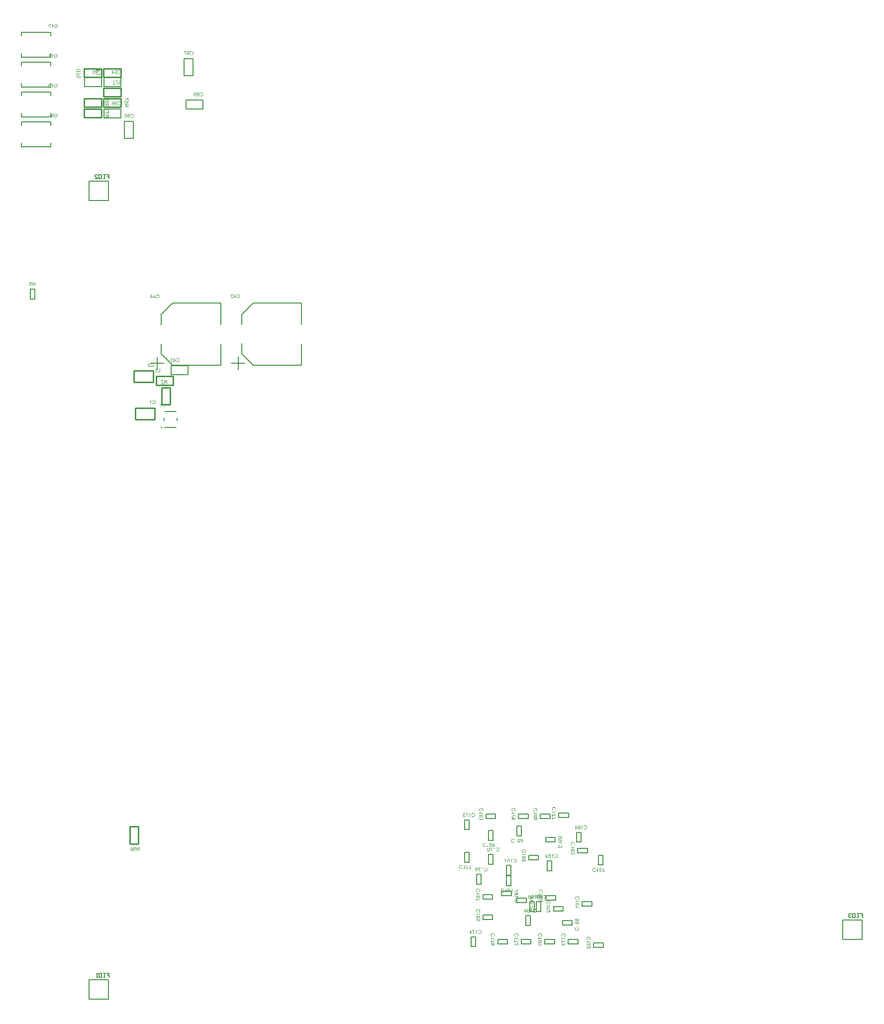
<source format=gbo>
G04*
G04 #@! TF.GenerationSoftware,Altium Limited,Altium Designer,23.4.1 (23)*
G04*
G04 Layer_Color=32896*
%FSLAX44Y44*%
%MOMM*%
G71*
G04*
G04 #@! TF.SameCoordinates,CF21992F-A9CA-4C5A-8A3B-549160C445C6*
G04*
G04*
G04 #@! TF.FilePolarity,Positive*
G04*
G01*
G75*
%ADD10C,0.2540*%
%ADD12C,0.2000*%
%ADD14C,0.1270*%
%ADD15C,0.1524*%
%ADD19C,0.1999*%
G36*
X885279Y820634D02*
X885455Y820615D01*
X885621Y820597D01*
X885778Y820560D01*
X885926Y820513D01*
X886065Y820467D01*
X886194Y820421D01*
X886315Y820365D01*
X886416Y820319D01*
X886518Y820273D01*
X886592Y820227D01*
X886666Y820181D01*
X886712Y820144D01*
X886758Y820125D01*
X886777Y820107D01*
X886786Y820097D01*
X886916Y819986D01*
X887027Y819875D01*
X887128Y819746D01*
X887230Y819616D01*
X887396Y819358D01*
X887526Y819099D01*
X887581Y818979D01*
X887627Y818868D01*
X887664Y818766D01*
X887692Y818683D01*
X887720Y818609D01*
X887738Y818553D01*
X887748Y818516D01*
Y818507D01*
X886897Y818294D01*
X886860Y818442D01*
X886814Y818581D01*
X886768Y818710D01*
X886721Y818831D01*
X886666Y818942D01*
X886610Y819034D01*
X886546Y819127D01*
X886490Y819210D01*
X886444Y819284D01*
X886388Y819339D01*
X886342Y819395D01*
X886305Y819441D01*
X886268Y819469D01*
X886241Y819496D01*
X886231Y819506D01*
X886222Y819515D01*
X886130Y819589D01*
X886028Y819644D01*
X885825Y819746D01*
X885630Y819820D01*
X885436Y819866D01*
X885270Y819903D01*
X885205Y819912D01*
X885140D01*
X885085Y819922D01*
X885020D01*
X884808Y819912D01*
X884604Y819875D01*
X884419Y819829D01*
X884253Y819774D01*
X884123Y819718D01*
X884068Y819690D01*
X884022Y819672D01*
X883985Y819653D01*
X883957Y819635D01*
X883938Y819626D01*
X883929D01*
X883754Y819496D01*
X883606Y819358D01*
X883476Y819201D01*
X883374Y819053D01*
X883291Y818923D01*
X883236Y818812D01*
X883217Y818766D01*
X883199Y818738D01*
X883189Y818720D01*
Y818710D01*
X883116Y818470D01*
X883060Y818230D01*
X883014Y817989D01*
X882986Y817767D01*
X882977Y817666D01*
X882968Y817573D01*
Y817490D01*
X882958Y817425D01*
Y817370D01*
Y817324D01*
Y817296D01*
Y817287D01*
X882968Y817046D01*
X882986Y816824D01*
X883023Y816621D01*
X883060Y816436D01*
X883088Y816279D01*
X883106Y816214D01*
X883125Y816159D01*
X883134Y816113D01*
X883143Y816085D01*
X883153Y816066D01*
Y816057D01*
X883245Y815844D01*
X883347Y815650D01*
X883458Y815493D01*
X883578Y815354D01*
X883680Y815243D01*
X883763Y815169D01*
X883828Y815123D01*
X883837Y815105D01*
X883846D01*
X884040Y814985D01*
X884253Y814892D01*
X884456Y814827D01*
X884650Y814790D01*
X884826Y814763D01*
X884900Y814753D01*
X884965D01*
X885011Y814744D01*
X885085D01*
X885316Y814753D01*
X885529Y814790D01*
X885704Y814846D01*
X885862Y814901D01*
X885982Y814966D01*
X886074Y815012D01*
X886130Y815049D01*
X886148Y815068D01*
X886296Y815206D01*
X886435Y815364D01*
X886546Y815530D01*
X886638Y815696D01*
X886712Y815844D01*
X886740Y815918D01*
X886758Y815974D01*
X886777Y816020D01*
X886795Y816057D01*
X886805Y816076D01*
Y816085D01*
X887637Y815891D01*
X887581Y815724D01*
X887526Y815576D01*
X887452Y815437D01*
X887387Y815299D01*
X887313Y815179D01*
X887230Y815068D01*
X887156Y814957D01*
X887082Y814864D01*
X887008Y814790D01*
X886943Y814716D01*
X886879Y814652D01*
X886832Y814605D01*
X886786Y814559D01*
X886749Y814531D01*
X886731Y814522D01*
X886721Y814513D01*
X886592Y814430D01*
X886462Y814347D01*
X886333Y814282D01*
X886194Y814226D01*
X885917Y814143D01*
X885667Y814088D01*
X885547Y814060D01*
X885445Y814051D01*
X885344Y814042D01*
X885261Y814032D01*
X885196Y814023D01*
X885103D01*
X884798Y814042D01*
X884502Y814088D01*
X884243Y814143D01*
X884123Y814180D01*
X884012Y814217D01*
X883911Y814254D01*
X883818Y814291D01*
X883744Y814319D01*
X883670Y814347D01*
X883624Y814374D01*
X883587Y814393D01*
X883559Y814402D01*
X883550Y814411D01*
X883300Y814568D01*
X883088Y814753D01*
X882903Y814938D01*
X882746Y815123D01*
X882626Y815290D01*
X882579Y815364D01*
X882542Y815428D01*
X882505Y815474D01*
X882487Y815511D01*
X882478Y815539D01*
X882468Y815548D01*
X882339Y815835D01*
X882246Y816131D01*
X882182Y816427D01*
X882135Y816695D01*
X882117Y816815D01*
X882108Y816935D01*
X882099Y817028D01*
Y817120D01*
X882089Y817185D01*
Y817240D01*
Y817277D01*
Y817287D01*
X882108Y817619D01*
X882145Y817943D01*
X882191Y818230D01*
X882228Y818368D01*
X882256Y818489D01*
X882283Y818599D01*
X882320Y818701D01*
X882348Y818794D01*
X882367Y818868D01*
X882394Y818923D01*
X882404Y818969D01*
X882422Y818997D01*
Y819006D01*
X882561Y819284D01*
X882718Y819533D01*
X882884Y819746D01*
X882968Y819829D01*
X883042Y819912D01*
X883116Y819986D01*
X883189Y820051D01*
X883254Y820107D01*
X883310Y820144D01*
X883347Y820181D01*
X883384Y820208D01*
X883402Y820218D01*
X883411Y820227D01*
X883541Y820301D01*
X883670Y820365D01*
X883948Y820467D01*
X884225Y820541D01*
X884493Y820587D01*
X884623Y820606D01*
X884734Y820624D01*
X884835Y820634D01*
X884919D01*
X884992Y820643D01*
X885094D01*
X885279Y820634D01*
D02*
G37*
G36*
X891427Y814106D02*
X890919D01*
X890826Y814263D01*
X890725Y814411D01*
X890604Y814559D01*
X890494Y814689D01*
X890383Y814800D01*
X890299Y814892D01*
X890262Y814920D01*
X890235Y814948D01*
X890225Y814957D01*
X890216Y814966D01*
X890022Y815123D01*
X889828Y815271D01*
X889643Y815401D01*
X889458Y815502D01*
X889301Y815595D01*
X889236Y815632D01*
X889181Y815659D01*
X889135Y815687D01*
X889098Y815696D01*
X889079Y815715D01*
X889070D01*
Y816473D01*
X889208Y816418D01*
X889347Y816353D01*
X889486Y816288D01*
X889615Y816223D01*
X889726Y816168D01*
X889819Y816122D01*
X889874Y816085D01*
X889883Y816076D01*
X889893D01*
X890059Y815974D01*
X890207Y815872D01*
X890336Y815780D01*
X890438Y815696D01*
X890531Y815632D01*
X890586Y815576D01*
X890632Y815539D01*
X890641Y815530D01*
Y820532D01*
X891427D01*
Y814106D01*
D02*
G37*
G36*
X900692Y820634D02*
X900849Y820615D01*
X901006Y820587D01*
X901154Y820560D01*
X901283Y820513D01*
X901413Y820467D01*
X901533Y820421D01*
X901635Y820365D01*
X901727Y820310D01*
X901810Y820264D01*
X901875Y820218D01*
X901940Y820171D01*
X901986Y820144D01*
X902014Y820116D01*
X902032Y820097D01*
X902041Y820088D01*
X902143Y819977D01*
X902235Y819866D01*
X902309Y819755D01*
X902374Y819635D01*
X902439Y819524D01*
X902485Y819404D01*
X902550Y819191D01*
X902578Y819090D01*
X902596Y818997D01*
X902605Y818914D01*
X902615Y818849D01*
X902624Y818794D01*
Y818747D01*
Y818720D01*
Y818710D01*
X902615Y818498D01*
X902578Y818304D01*
X902522Y818128D01*
X902467Y817980D01*
X902411Y817860D01*
X902356Y817767D01*
X902319Y817712D01*
X902309Y817703D01*
Y817693D01*
X902180Y817545D01*
X902041Y817416D01*
X901893Y817314D01*
X901755Y817222D01*
X901625Y817157D01*
X901514Y817111D01*
X901477Y817093D01*
X901450Y817083D01*
X901431Y817074D01*
X901422D01*
X901588Y817000D01*
X901727Y816917D01*
X901847Y816834D01*
X901949Y816750D01*
X902023Y816676D01*
X902078Y816621D01*
X902115Y816584D01*
X902124Y816565D01*
X902208Y816436D01*
X902263Y816307D01*
X902309Y816177D01*
X902337Y816048D01*
X902356Y815946D01*
X902365Y815863D01*
Y815807D01*
Y815798D01*
Y815789D01*
X902356Y815659D01*
X902346Y815539D01*
X902282Y815308D01*
X902198Y815105D01*
X902106Y814929D01*
X902014Y814790D01*
X901967Y814735D01*
X901930Y814679D01*
X901893Y814642D01*
X901866Y814615D01*
X901856Y814605D01*
X901847Y814596D01*
X901746Y814513D01*
X901644Y814430D01*
X901533Y814365D01*
X901422Y814310D01*
X901200Y814226D01*
X900978Y814171D01*
X900886Y814143D01*
X900793Y814134D01*
X900710Y814125D01*
X900636Y814115D01*
X900581Y814106D01*
X900497D01*
X900349Y814115D01*
X900201Y814125D01*
X899943Y814180D01*
X899822Y814217D01*
X899711Y814254D01*
X899610Y814300D01*
X899517Y814347D01*
X899443Y814393D01*
X899369Y814439D01*
X899305Y814476D01*
X899258Y814513D01*
X899221Y814541D01*
X899194Y814568D01*
X899175Y814578D01*
X899166Y814587D01*
X899083Y814679D01*
X898999Y814772D01*
X898935Y814874D01*
X898879Y814975D01*
X898787Y815169D01*
X898731Y815354D01*
X898694Y815511D01*
X898685Y815585D01*
X898676Y815641D01*
X898667Y815696D01*
Y815733D01*
Y815752D01*
Y815761D01*
X898676Y815928D01*
X898704Y816085D01*
X898741Y816223D01*
X898787Y816344D01*
X898824Y816436D01*
X898861Y816510D01*
X898889Y816547D01*
X898898Y816565D01*
X898999Y816676D01*
X899110Y816778D01*
X899231Y816871D01*
X899351Y816945D01*
X899462Y817000D01*
X899545Y817037D01*
X899582Y817056D01*
X899610Y817065D01*
X899619Y817074D01*
X899628D01*
X899416Y817139D01*
X899240Y817222D01*
X899083Y817324D01*
X898953Y817416D01*
X898852Y817509D01*
X898778Y817582D01*
X898741Y817629D01*
X898722Y817638D01*
Y817647D01*
X898621Y817814D01*
X898537Y817989D01*
X898482Y818156D01*
X898445Y818322D01*
X898426Y818470D01*
X898417Y818535D01*
Y818590D01*
X898408Y818627D01*
Y818664D01*
Y818683D01*
Y818692D01*
X898417Y818840D01*
X898436Y818988D01*
X898463Y819127D01*
X898500Y819265D01*
X898593Y819496D01*
X898639Y819607D01*
X898694Y819700D01*
X898750Y819792D01*
X898796Y819866D01*
X898852Y819931D01*
X898889Y819986D01*
X898926Y820033D01*
X898953Y820060D01*
X898972Y820079D01*
X898981Y820088D01*
X899092Y820190D01*
X899212Y820273D01*
X899342Y820347D01*
X899471Y820412D01*
X899591Y820458D01*
X899721Y820504D01*
X899970Y820569D01*
X900081Y820597D01*
X900183Y820615D01*
X900275Y820624D01*
X900359Y820634D01*
X900423Y820643D01*
X900516D01*
X900692Y820634D01*
D02*
G37*
G36*
X895717D02*
X895874Y820615D01*
X896032Y820587D01*
X896180Y820560D01*
X896309Y820513D01*
X896439Y820467D01*
X896559Y820421D01*
X896660Y820365D01*
X896753Y820310D01*
X896836Y820264D01*
X896901Y820218D01*
X896965Y820171D01*
X897012Y820144D01*
X897039Y820116D01*
X897058Y820097D01*
X897067Y820088D01*
X897169Y819977D01*
X897261Y819866D01*
X897335Y819755D01*
X897400Y819635D01*
X897465Y819524D01*
X897511Y819404D01*
X897576Y819191D01*
X897603Y819090D01*
X897622Y818997D01*
X897631Y818914D01*
X897640Y818849D01*
X897650Y818794D01*
Y818747D01*
Y818720D01*
Y818710D01*
X897640Y818498D01*
X897603Y818304D01*
X897548Y818128D01*
X897493Y817980D01*
X897437Y817860D01*
X897382Y817767D01*
X897345Y817712D01*
X897335Y817703D01*
Y817693D01*
X897206Y817545D01*
X897067Y817416D01*
X896919Y817314D01*
X896781Y817222D01*
X896651Y817157D01*
X896540Y817111D01*
X896503Y817093D01*
X896476Y817083D01*
X896457Y817074D01*
X896448D01*
X896614Y817000D01*
X896753Y816917D01*
X896873Y816834D01*
X896975Y816750D01*
X897049Y816676D01*
X897104Y816621D01*
X897141Y816584D01*
X897150Y816565D01*
X897234Y816436D01*
X897289Y816307D01*
X897335Y816177D01*
X897363Y816048D01*
X897382Y815946D01*
X897391Y815863D01*
Y815807D01*
Y815798D01*
Y815789D01*
X897382Y815659D01*
X897372Y815539D01*
X897308Y815308D01*
X897224Y815105D01*
X897132Y814929D01*
X897039Y814790D01*
X896993Y814735D01*
X896956Y814679D01*
X896919Y814642D01*
X896891Y814615D01*
X896882Y814605D01*
X896873Y814596D01*
X896771Y814513D01*
X896670Y814430D01*
X896559Y814365D01*
X896448Y814310D01*
X896226Y814226D01*
X896004Y814171D01*
X895911Y814143D01*
X895819Y814134D01*
X895736Y814125D01*
X895662Y814115D01*
X895606Y814106D01*
X895523D01*
X895375Y814115D01*
X895227Y814125D01*
X894968Y814180D01*
X894848Y814217D01*
X894737Y814254D01*
X894636Y814300D01*
X894543Y814347D01*
X894469Y814393D01*
X894395Y814439D01*
X894331Y814476D01*
X894284Y814513D01*
X894247Y814541D01*
X894220Y814568D01*
X894201Y814578D01*
X894192Y814587D01*
X894109Y814679D01*
X894025Y814772D01*
X893961Y814874D01*
X893905Y814975D01*
X893813Y815169D01*
X893757Y815354D01*
X893720Y815511D01*
X893711Y815585D01*
X893702Y815641D01*
X893692Y815696D01*
Y815733D01*
Y815752D01*
Y815761D01*
X893702Y815928D01*
X893729Y816085D01*
X893766Y816223D01*
X893813Y816344D01*
X893850Y816436D01*
X893887Y816510D01*
X893914Y816547D01*
X893924Y816565D01*
X894025Y816676D01*
X894136Y816778D01*
X894257Y816871D01*
X894377Y816945D01*
X894488Y817000D01*
X894571Y817037D01*
X894608Y817056D01*
X894636Y817065D01*
X894645Y817074D01*
X894654D01*
X894441Y817139D01*
X894266Y817222D01*
X894109Y817324D01*
X893979Y817416D01*
X893877Y817509D01*
X893803Y817582D01*
X893766Y817629D01*
X893748Y817638D01*
Y817647D01*
X893646Y817814D01*
X893563Y817989D01*
X893508Y818156D01*
X893471Y818322D01*
X893452Y818470D01*
X893443Y818535D01*
Y818590D01*
X893434Y818627D01*
Y818664D01*
Y818683D01*
Y818692D01*
X893443Y818840D01*
X893461Y818988D01*
X893489Y819127D01*
X893526Y819265D01*
X893619Y819496D01*
X893665Y819607D01*
X893720Y819700D01*
X893776Y819792D01*
X893822Y819866D01*
X893877Y819931D01*
X893914Y819986D01*
X893951Y820033D01*
X893979Y820060D01*
X893998Y820079D01*
X894007Y820088D01*
X894118Y820190D01*
X894238Y820273D01*
X894368Y820347D01*
X894497Y820412D01*
X894617Y820458D01*
X894746Y820504D01*
X894996Y820569D01*
X895107Y820597D01*
X895209Y820615D01*
X895301Y820624D01*
X895385Y820634D01*
X895449Y820643D01*
X895542D01*
X895717Y820634D01*
D02*
G37*
G36*
X1072222Y778597D02*
X1072398Y778578D01*
X1072564Y778560D01*
X1072721Y778523D01*
X1072869Y778476D01*
X1073008Y778430D01*
X1073138Y778384D01*
X1073258Y778328D01*
X1073359Y778282D01*
X1073461Y778236D01*
X1073535Y778190D01*
X1073609Y778143D01*
X1073655Y778107D01*
X1073701Y778088D01*
X1073720Y778070D01*
X1073729Y778060D01*
X1073859Y777949D01*
X1073970Y777838D01*
X1074071Y777709D01*
X1074173Y777579D01*
X1074339Y777321D01*
X1074469Y777062D01*
X1074524Y776942D01*
X1074570Y776831D01*
X1074607Y776729D01*
X1074635Y776646D01*
X1074663Y776572D01*
X1074681Y776516D01*
X1074691Y776479D01*
Y776470D01*
X1073840Y776257D01*
X1073803Y776405D01*
X1073757Y776544D01*
X1073711Y776674D01*
X1073664Y776794D01*
X1073609Y776905D01*
X1073553Y776997D01*
X1073489Y777089D01*
X1073433Y777173D01*
X1073387Y777247D01*
X1073332Y777302D01*
X1073285Y777358D01*
X1073248Y777404D01*
X1073211Y777432D01*
X1073184Y777459D01*
X1073174Y777469D01*
X1073165Y777478D01*
X1073073Y777552D01*
X1072971Y777607D01*
X1072768Y777709D01*
X1072573Y777783D01*
X1072379Y777829D01*
X1072213Y777866D01*
X1072148Y777875D01*
X1072084D01*
X1072028Y777885D01*
X1071963D01*
X1071751Y777875D01*
X1071547Y777838D01*
X1071362Y777792D01*
X1071196Y777737D01*
X1071066Y777681D01*
X1071011Y777654D01*
X1070965Y777635D01*
X1070928Y777617D01*
X1070900Y777598D01*
X1070882Y777589D01*
X1070872D01*
X1070697Y777459D01*
X1070549Y777321D01*
X1070419Y777163D01*
X1070318Y777016D01*
X1070234Y776886D01*
X1070179Y776775D01*
X1070160Y776729D01*
X1070142Y776701D01*
X1070133Y776683D01*
Y776674D01*
X1070059Y776433D01*
X1070003Y776193D01*
X1069957Y775952D01*
X1069929Y775730D01*
X1069920Y775629D01*
X1069911Y775536D01*
Y775453D01*
X1069902Y775388D01*
Y775333D01*
Y775287D01*
Y775259D01*
Y775250D01*
X1069911Y775009D01*
X1069929Y774787D01*
X1069966Y774584D01*
X1070003Y774399D01*
X1070031Y774242D01*
X1070049Y774177D01*
X1070068Y774122D01*
X1070077Y774075D01*
X1070086Y774048D01*
X1070096Y774029D01*
Y774020D01*
X1070188Y773807D01*
X1070290Y773613D01*
X1070401Y773456D01*
X1070521Y773317D01*
X1070623Y773206D01*
X1070706Y773132D01*
X1070771Y773086D01*
X1070780Y773068D01*
X1070789D01*
X1070983Y772947D01*
X1071196Y772855D01*
X1071399Y772790D01*
X1071593Y772753D01*
X1071769Y772726D01*
X1071843Y772716D01*
X1071908D01*
X1071954Y772707D01*
X1072028D01*
X1072259Y772716D01*
X1072472Y772753D01*
X1072647Y772809D01*
X1072805Y772864D01*
X1072925Y772929D01*
X1073017Y772975D01*
X1073073Y773012D01*
X1073091Y773031D01*
X1073239Y773169D01*
X1073378Y773327D01*
X1073489Y773493D01*
X1073581Y773659D01*
X1073655Y773807D01*
X1073683Y773881D01*
X1073701Y773937D01*
X1073720Y773983D01*
X1073738Y774020D01*
X1073748Y774038D01*
Y774048D01*
X1074580Y773854D01*
X1074524Y773687D01*
X1074469Y773539D01*
X1074395Y773400D01*
X1074330Y773262D01*
X1074256Y773142D01*
X1074173Y773031D01*
X1074099Y772920D01*
X1074025Y772827D01*
X1073951Y772753D01*
X1073886Y772679D01*
X1073822Y772615D01*
X1073775Y772568D01*
X1073729Y772522D01*
X1073692Y772495D01*
X1073674Y772485D01*
X1073664Y772476D01*
X1073535Y772393D01*
X1073406Y772310D01*
X1073276Y772245D01*
X1073138Y772189D01*
X1072860Y772106D01*
X1072610Y772051D01*
X1072490Y772023D01*
X1072389Y772014D01*
X1072287Y772004D01*
X1072204Y771995D01*
X1072139Y771986D01*
X1072047D01*
X1071741Y772004D01*
X1071445Y772051D01*
X1071187Y772106D01*
X1071066Y772143D01*
X1070956Y772180D01*
X1070854Y772217D01*
X1070761Y772254D01*
X1070687Y772282D01*
X1070613Y772310D01*
X1070567Y772337D01*
X1070530Y772356D01*
X1070502Y772365D01*
X1070493Y772374D01*
X1070244Y772531D01*
X1070031Y772716D01*
X1069846Y772901D01*
X1069689Y773086D01*
X1069569Y773253D01*
X1069522Y773327D01*
X1069485Y773391D01*
X1069448Y773438D01*
X1069430Y773475D01*
X1069421Y773502D01*
X1069411Y773512D01*
X1069282Y773798D01*
X1069190Y774094D01*
X1069125Y774390D01*
X1069079Y774658D01*
X1069060Y774778D01*
X1069051Y774898D01*
X1069042Y774991D01*
Y775083D01*
X1069032Y775148D01*
Y775203D01*
Y775240D01*
Y775250D01*
X1069051Y775583D01*
X1069088Y775906D01*
X1069134Y776193D01*
X1069171Y776331D01*
X1069199Y776452D01*
X1069227Y776562D01*
X1069264Y776664D01*
X1069291Y776757D01*
X1069310Y776831D01*
X1069337Y776886D01*
X1069347Y776932D01*
X1069365Y776960D01*
Y776969D01*
X1069504Y777247D01*
X1069661Y777496D01*
X1069827Y777709D01*
X1069911Y777792D01*
X1069985Y777875D01*
X1070059Y777949D01*
X1070133Y778014D01*
X1070197Y778070D01*
X1070253Y778107D01*
X1070290Y778143D01*
X1070327Y778171D01*
X1070345Y778180D01*
X1070355Y778190D01*
X1070484Y778264D01*
X1070613Y778328D01*
X1070891Y778430D01*
X1071168Y778504D01*
X1071436Y778550D01*
X1071566Y778569D01*
X1071677Y778587D01*
X1071778Y778597D01*
X1071862D01*
X1071936Y778606D01*
X1072037D01*
X1072222Y778597D01*
D02*
G37*
G36*
X1078371Y772069D02*
X1077862D01*
X1077769Y772226D01*
X1077668Y772374D01*
X1077548Y772522D01*
X1077437Y772652D01*
X1077326Y772763D01*
X1077243Y772855D01*
X1077206Y772883D01*
X1077178Y772911D01*
X1077169Y772920D01*
X1077159Y772929D01*
X1076965Y773086D01*
X1076771Y773234D01*
X1076586Y773364D01*
X1076401Y773465D01*
X1076244Y773558D01*
X1076179Y773595D01*
X1076124Y773622D01*
X1076078Y773650D01*
X1076041Y773659D01*
X1076022Y773678D01*
X1076013D01*
Y774436D01*
X1076152Y774381D01*
X1076290Y774316D01*
X1076429Y774251D01*
X1076558Y774186D01*
X1076669Y774131D01*
X1076762Y774085D01*
X1076817Y774048D01*
X1076826Y774038D01*
X1076836D01*
X1077002Y773937D01*
X1077150Y773835D01*
X1077280Y773743D01*
X1077381Y773659D01*
X1077474Y773595D01*
X1077529Y773539D01*
X1077575Y773502D01*
X1077585Y773493D01*
Y778495D01*
X1078371D01*
Y772069D01*
D02*
G37*
G36*
X1087144Y778143D02*
X1087191Y777820D01*
X1087237Y777524D01*
X1087265Y777385D01*
X1087292Y777256D01*
X1087311Y777145D01*
X1087339Y777043D01*
X1087357Y776951D01*
X1087376Y776877D01*
X1087394Y776821D01*
X1087403Y776775D01*
X1087413Y776747D01*
Y776738D01*
X1087551Y776313D01*
X1087699Y775915D01*
X1087773Y775721D01*
X1087847Y775536D01*
X1087930Y775370D01*
X1088004Y775203D01*
X1088069Y775055D01*
X1088134Y774926D01*
X1088189Y774815D01*
X1088235Y774713D01*
X1088282Y774630D01*
X1088309Y774575D01*
X1088328Y774538D01*
X1088337Y774529D01*
X1088448Y774334D01*
X1088559Y774140D01*
X1088670Y773964D01*
X1088781Y773798D01*
X1088883Y773650D01*
X1088984Y773502D01*
X1089086Y773373D01*
X1089169Y773262D01*
X1089252Y773151D01*
X1089326Y773058D01*
X1089400Y772984D01*
X1089456Y772920D01*
X1089493Y772864D01*
X1089530Y772827D01*
X1089548Y772809D01*
X1089558Y772800D01*
Y772180D01*
X1085416D01*
Y772938D01*
X1088550D01*
X1088328Y773206D01*
X1088115Y773493D01*
X1087930Y773770D01*
X1087755Y774038D01*
X1087681Y774159D01*
X1087616Y774270D01*
X1087551Y774371D01*
X1087505Y774454D01*
X1087468Y774529D01*
X1087440Y774575D01*
X1087422Y774612D01*
X1087413Y774621D01*
X1087228Y774991D01*
X1087061Y775361D01*
X1086923Y775712D01*
X1086867Y775869D01*
X1086812Y776026D01*
X1086756Y776165D01*
X1086719Y776294D01*
X1086682Y776405D01*
X1086655Y776498D01*
X1086627Y776581D01*
X1086608Y776637D01*
X1086599Y776674D01*
Y776683D01*
X1086507Y777062D01*
X1086470Y777247D01*
X1086442Y777413D01*
X1086414Y777570D01*
X1086386Y777728D01*
X1086368Y777857D01*
X1086349Y777986D01*
X1086340Y778097D01*
X1086331Y778199D01*
X1086322Y778291D01*
Y778365D01*
X1086312Y778421D01*
Y778458D01*
Y778486D01*
Y778495D01*
X1087117D01*
X1087144Y778143D01*
D02*
G37*
G36*
X1082660Y778597D02*
X1082818Y778578D01*
X1082975Y778550D01*
X1083123Y778523D01*
X1083252Y778476D01*
X1083382Y778430D01*
X1083502Y778384D01*
X1083604Y778328D01*
X1083696Y778273D01*
X1083779Y778227D01*
X1083844Y778180D01*
X1083909Y778134D01*
X1083955Y778107D01*
X1083982Y778079D01*
X1084001Y778060D01*
X1084010Y778051D01*
X1084112Y777940D01*
X1084204Y777829D01*
X1084278Y777718D01*
X1084343Y777598D01*
X1084408Y777487D01*
X1084454Y777367D01*
X1084519Y777154D01*
X1084547Y777053D01*
X1084565Y776960D01*
X1084574Y776877D01*
X1084584Y776812D01*
X1084593Y776757D01*
Y776711D01*
Y776683D01*
Y776674D01*
X1084584Y776461D01*
X1084547Y776267D01*
X1084491Y776091D01*
X1084436Y775943D01*
X1084380Y775823D01*
X1084325Y775730D01*
X1084288Y775675D01*
X1084278Y775666D01*
Y775657D01*
X1084149Y775508D01*
X1084010Y775379D01*
X1083862Y775277D01*
X1083724Y775185D01*
X1083594Y775120D01*
X1083483Y775074D01*
X1083446Y775055D01*
X1083419Y775046D01*
X1083400Y775037D01*
X1083391D01*
X1083557Y774963D01*
X1083696Y774880D01*
X1083816Y774797D01*
X1083918Y774713D01*
X1083992Y774639D01*
X1084047Y774584D01*
X1084084Y774547D01*
X1084093Y774529D01*
X1084177Y774399D01*
X1084232Y774270D01*
X1084278Y774140D01*
X1084306Y774011D01*
X1084325Y773909D01*
X1084334Y773826D01*
Y773770D01*
Y773761D01*
Y773752D01*
X1084325Y773622D01*
X1084315Y773502D01*
X1084251Y773271D01*
X1084167Y773068D01*
X1084075Y772892D01*
X1083982Y772753D01*
X1083936Y772698D01*
X1083899Y772642D01*
X1083862Y772605D01*
X1083835Y772578D01*
X1083825Y772568D01*
X1083816Y772559D01*
X1083714Y772476D01*
X1083613Y772393D01*
X1083502Y772328D01*
X1083391Y772273D01*
X1083169Y772189D01*
X1082947Y772134D01*
X1082855Y772106D01*
X1082762Y772097D01*
X1082679Y772088D01*
X1082605Y772078D01*
X1082550Y772069D01*
X1082466D01*
X1082318Y772078D01*
X1082170Y772088D01*
X1081911Y772143D01*
X1081791Y772180D01*
X1081680Y772217D01*
X1081579Y772263D01*
X1081486Y772310D01*
X1081412Y772356D01*
X1081338Y772402D01*
X1081274Y772439D01*
X1081227Y772476D01*
X1081190Y772504D01*
X1081163Y772531D01*
X1081144Y772541D01*
X1081135Y772550D01*
X1081052Y772642D01*
X1080968Y772735D01*
X1080904Y772837D01*
X1080848Y772938D01*
X1080756Y773132D01*
X1080700Y773317D01*
X1080663Y773475D01*
X1080654Y773549D01*
X1080645Y773604D01*
X1080636Y773659D01*
Y773696D01*
Y773715D01*
Y773724D01*
X1080645Y773891D01*
X1080673Y774048D01*
X1080710Y774186D01*
X1080756Y774307D01*
X1080793Y774399D01*
X1080830Y774473D01*
X1080857Y774510D01*
X1080867Y774529D01*
X1080968Y774639D01*
X1081079Y774741D01*
X1081200Y774834D01*
X1081320Y774908D01*
X1081431Y774963D01*
X1081514Y775000D01*
X1081551Y775018D01*
X1081579Y775028D01*
X1081588Y775037D01*
X1081597D01*
X1081385Y775102D01*
X1081209Y775185D01*
X1081052Y775287D01*
X1080922Y775379D01*
X1080820Y775472D01*
X1080747Y775546D01*
X1080710Y775592D01*
X1080691Y775601D01*
Y775610D01*
X1080589Y775777D01*
X1080506Y775952D01*
X1080451Y776119D01*
X1080414Y776285D01*
X1080395Y776433D01*
X1080386Y776498D01*
Y776553D01*
X1080377Y776590D01*
Y776627D01*
Y776646D01*
Y776655D01*
X1080386Y776803D01*
X1080405Y776951D01*
X1080432Y777089D01*
X1080469Y777228D01*
X1080562Y777459D01*
X1080608Y777570D01*
X1080663Y777663D01*
X1080719Y777755D01*
X1080765Y777829D01*
X1080820Y777894D01*
X1080857Y777949D01*
X1080894Y777996D01*
X1080922Y778023D01*
X1080941Y778042D01*
X1080950Y778051D01*
X1081061Y778153D01*
X1081181Y778236D01*
X1081311Y778310D01*
X1081440Y778375D01*
X1081560Y778421D01*
X1081690Y778467D01*
X1081939Y778532D01*
X1082050Y778560D01*
X1082152Y778578D01*
X1082244Y778587D01*
X1082328Y778597D01*
X1082392Y778606D01*
X1082485D01*
X1082660Y778597D01*
D02*
G37*
G36*
X952240Y809787D02*
X952563Y809750D01*
X952850Y809704D01*
X952988Y809667D01*
X953109Y809639D01*
X953220Y809611D01*
X953321Y809575D01*
X953414Y809547D01*
X953488Y809528D01*
X953543Y809501D01*
X953589Y809491D01*
X953617Y809473D01*
X953626D01*
X953904Y809334D01*
X954153Y809177D01*
X954366Y809010D01*
X954449Y808927D01*
X954532Y808853D01*
X954606Y808779D01*
X954671Y808705D01*
X954727Y808641D01*
X954763Y808585D01*
X954800Y808548D01*
X954828Y808511D01*
X954837Y808493D01*
X954847Y808484D01*
X954921Y808354D01*
X954985Y808225D01*
X955087Y807947D01*
X955161Y807670D01*
X955207Y807402D01*
X955226Y807272D01*
X955244Y807161D01*
X955254Y807060D01*
Y806976D01*
X955263Y806902D01*
Y806801D01*
X955254Y806616D01*
X955235Y806440D01*
X955217Y806274D01*
X955180Y806117D01*
X955133Y805969D01*
X955087Y805830D01*
X955041Y805701D01*
X954985Y805580D01*
X954939Y805479D01*
X954893Y805377D01*
X954847Y805303D01*
X954800Y805229D01*
X954763Y805183D01*
X954745Y805137D01*
X954727Y805118D01*
X954717Y805109D01*
X954606Y804979D01*
X954495Y804868D01*
X954366Y804767D01*
X954237Y804665D01*
X953978Y804499D01*
X953719Y804369D01*
X953599Y804314D01*
X953488Y804268D01*
X953386Y804230D01*
X953303Y804203D01*
X953229Y804175D01*
X953173Y804156D01*
X953136Y804147D01*
X953127D01*
X952914Y804998D01*
X953062Y805035D01*
X953201Y805081D01*
X953331Y805127D01*
X953451Y805173D01*
X953562Y805229D01*
X953654Y805285D01*
X953746Y805349D01*
X953830Y805405D01*
X953904Y805451D01*
X953959Y805506D01*
X954015Y805553D01*
X954061Y805590D01*
X954089Y805627D01*
X954116Y805654D01*
X954126Y805664D01*
X954135Y805673D01*
X954209Y805765D01*
X954264Y805867D01*
X954366Y806070D01*
X954440Y806264D01*
X954486Y806459D01*
X954523Y806625D01*
X954532Y806690D01*
Y806755D01*
X954542Y806810D01*
Y806875D01*
X954532Y807087D01*
X954495Y807291D01*
X954449Y807476D01*
X954394Y807642D01*
X954338Y807772D01*
X954311Y807827D01*
X954292Y807873D01*
X954274Y807910D01*
X954255Y807938D01*
X954246Y807956D01*
Y807966D01*
X954116Y808141D01*
X953978Y808289D01*
X953820Y808419D01*
X953673Y808521D01*
X953543Y808604D01*
X953432Y808659D01*
X953386Y808678D01*
X953358Y808696D01*
X953340Y808705D01*
X953331D01*
X953090Y808779D01*
X952850Y808835D01*
X952609Y808881D01*
X952387Y808909D01*
X952286Y808918D01*
X952193Y808927D01*
X952110D01*
X952045Y808936D01*
X951990D01*
X951944D01*
X951916D01*
X951907D01*
X951666Y808927D01*
X951444Y808909D01*
X951241Y808872D01*
X951056Y808835D01*
X950899Y808807D01*
X950834Y808789D01*
X950779Y808770D01*
X950732Y808761D01*
X950705Y808752D01*
X950686Y808742D01*
X950677D01*
X950464Y808650D01*
X950270Y808548D01*
X950113Y808437D01*
X949974Y808317D01*
X949863Y808215D01*
X949789Y808132D01*
X949743Y808067D01*
X949725Y808058D01*
Y808049D01*
X949604Y807855D01*
X949512Y807642D01*
X949447Y807439D01*
X949410Y807245D01*
X949383Y807069D01*
X949373Y806995D01*
Y806930D01*
X949364Y806884D01*
Y806810D01*
X949373Y806579D01*
X949410Y806366D01*
X949466Y806191D01*
X949521Y806033D01*
X949586Y805913D01*
X949632Y805821D01*
X949669Y805765D01*
X949688Y805747D01*
X949826Y805599D01*
X949984Y805460D01*
X950150Y805349D01*
X950316Y805257D01*
X950464Y805183D01*
X950538Y805155D01*
X950594Y805137D01*
X950640Y805118D01*
X950677Y805100D01*
X950695Y805090D01*
X950705D01*
X950511Y804258D01*
X950344Y804314D01*
X950196Y804369D01*
X950058Y804443D01*
X949919Y804508D01*
X949799Y804582D01*
X949688Y804665D01*
X949577Y804739D01*
X949484Y804813D01*
X949410Y804887D01*
X949336Y804952D01*
X949272Y805016D01*
X949225Y805063D01*
X949179Y805109D01*
X949152Y805146D01*
X949142Y805164D01*
X949133Y805173D01*
X949050Y805303D01*
X948967Y805432D01*
X948902Y805562D01*
X948846Y805701D01*
X948763Y805978D01*
X948708Y806227D01*
X948680Y806348D01*
X948671Y806449D01*
X948661Y806551D01*
X948652Y806634D01*
X948643Y806699D01*
Y806792D01*
X948661Y807097D01*
X948708Y807393D01*
X948763Y807651D01*
X948800Y807772D01*
X948837Y807883D01*
X948874Y807984D01*
X948911Y808077D01*
X948939Y808151D01*
X948967Y808225D01*
X948994Y808271D01*
X949013Y808308D01*
X949022Y808335D01*
X949031Y808345D01*
X949188Y808594D01*
X949373Y808807D01*
X949558Y808992D01*
X949743Y809149D01*
X949910Y809269D01*
X949984Y809316D01*
X950048Y809353D01*
X950095Y809389D01*
X950132Y809408D01*
X950159Y809417D01*
X950169Y809426D01*
X950455Y809556D01*
X950751Y809648D01*
X951047Y809713D01*
X951315Y809759D01*
X951435Y809778D01*
X951555Y809787D01*
X951648Y809796D01*
X951740D01*
X951805Y809806D01*
X951860D01*
X951897D01*
X951907D01*
X952240Y809787D01*
D02*
G37*
G36*
X951038Y802686D02*
X950973Y802548D01*
X950908Y802409D01*
X950843Y802280D01*
X950788Y802169D01*
X950742Y802076D01*
X950705Y802021D01*
X950695Y802012D01*
Y802002D01*
X950594Y801836D01*
X950492Y801688D01*
X950400Y801559D01*
X950316Y801457D01*
X950252Y801364D01*
X950196Y801309D01*
X950159Y801263D01*
X950150Y801253D01*
X955152D01*
Y800468D01*
X948726D01*
Y800976D01*
X948883Y801068D01*
X949031Y801170D01*
X949179Y801290D01*
X949309Y801401D01*
X949420Y801512D01*
X949512Y801596D01*
X949540Y801633D01*
X949567Y801660D01*
X949577Y801669D01*
X949586Y801679D01*
X949743Y801873D01*
X949891Y802067D01*
X950021Y802252D01*
X950122Y802437D01*
X950215Y802594D01*
X950252Y802659D01*
X950279Y802714D01*
X950307Y802760D01*
X950316Y802797D01*
X950335Y802816D01*
Y802825D01*
X951093D01*
X951038Y802686D01*
D02*
G37*
G36*
X953460Y798452D02*
X953608Y798434D01*
X953746Y798406D01*
X953885Y798369D01*
X954116Y798276D01*
X954227Y798230D01*
X954320Y798175D01*
X954412Y798119D01*
X954486Y798073D01*
X954551Y798018D01*
X954606Y797980D01*
X954653Y797943D01*
X954680Y797916D01*
X954699Y797897D01*
X954708Y797888D01*
X954810Y797777D01*
X954893Y797657D01*
X954967Y797527D01*
X955032Y797398D01*
X955078Y797278D01*
X955124Y797148D01*
X955189Y796899D01*
X955217Y796788D01*
X955235Y796686D01*
X955244Y796594D01*
X955254Y796510D01*
X955263Y796446D01*
Y796353D01*
X955254Y796178D01*
X955235Y796020D01*
X955207Y795863D01*
X955180Y795715D01*
X955133Y795586D01*
X955087Y795456D01*
X955041Y795336D01*
X954985Y795235D01*
X954930Y795142D01*
X954884Y795059D01*
X954837Y794994D01*
X954791Y794929D01*
X954763Y794883D01*
X954736Y794855D01*
X954717Y794837D01*
X954708Y794828D01*
X954597Y794726D01*
X954486Y794634D01*
X954375Y794560D01*
X954255Y794495D01*
X954144Y794430D01*
X954024Y794384D01*
X953811Y794319D01*
X953709Y794292D01*
X953617Y794273D01*
X953534Y794264D01*
X953469Y794255D01*
X953414Y794245D01*
X953367D01*
X953340D01*
X953331D01*
X953118Y794255D01*
X952924Y794292D01*
X952748Y794347D01*
X952600Y794402D01*
X952480Y794458D01*
X952387Y794513D01*
X952332Y794550D01*
X952323Y794560D01*
X952314D01*
X952166Y794689D01*
X952036Y794828D01*
X951934Y794976D01*
X951842Y795114D01*
X951777Y795244D01*
X951731Y795355D01*
X951712Y795392D01*
X951703Y795419D01*
X951694Y795438D01*
Y795447D01*
X951620Y795281D01*
X951537Y795142D01*
X951454Y795022D01*
X951370Y794920D01*
X951296Y794846D01*
X951241Y794791D01*
X951204Y794754D01*
X951186Y794744D01*
X951056Y794661D01*
X950927Y794606D01*
X950797Y794560D01*
X950668Y794532D01*
X950566Y794513D01*
X950483Y794504D01*
X950427D01*
X950418D01*
X950409D01*
X950279Y794513D01*
X950159Y794523D01*
X949928Y794587D01*
X949725Y794670D01*
X949549Y794763D01*
X949410Y794855D01*
X949355Y794902D01*
X949299Y794939D01*
X949262Y794976D01*
X949235Y795003D01*
X949225Y795013D01*
X949216Y795022D01*
X949133Y795124D01*
X949050Y795225D01*
X948985Y795336D01*
X948930Y795447D01*
X948846Y795669D01*
X948791Y795891D01*
X948763Y795983D01*
X948754Y796076D01*
X948745Y796159D01*
X948735Y796233D01*
X948726Y796289D01*
Y796372D01*
X948735Y796520D01*
X948745Y796668D01*
X948800Y796926D01*
X948837Y797047D01*
X948874Y797158D01*
X948920Y797259D01*
X948967Y797352D01*
X949013Y797426D01*
X949059Y797500D01*
X949096Y797564D01*
X949133Y797611D01*
X949161Y797648D01*
X949188Y797675D01*
X949198Y797694D01*
X949207Y797703D01*
X949299Y797786D01*
X949392Y797869D01*
X949494Y797934D01*
X949595Y797990D01*
X949789Y798082D01*
X949974Y798138D01*
X950132Y798175D01*
X950206Y798184D01*
X950261Y798193D01*
X950316Y798202D01*
X950353D01*
X950372D01*
X950381D01*
X950548Y798193D01*
X950705Y798165D01*
X950843Y798128D01*
X950964Y798082D01*
X951056Y798045D01*
X951130Y798008D01*
X951167Y797980D01*
X951186Y797971D01*
X951296Y797869D01*
X951398Y797759D01*
X951491Y797638D01*
X951565Y797518D01*
X951620Y797407D01*
X951657Y797324D01*
X951675Y797287D01*
X951685Y797259D01*
X951694Y797250D01*
Y797241D01*
X951759Y797454D01*
X951842Y797629D01*
X951944Y797786D01*
X952036Y797916D01*
X952129Y798018D01*
X952203Y798091D01*
X952249Y798128D01*
X952258Y798147D01*
X952267D01*
X952434Y798249D01*
X952609Y798332D01*
X952776Y798387D01*
X952942Y798424D01*
X953090Y798443D01*
X953155Y798452D01*
X953210D01*
X953247Y798461D01*
X953284D01*
X953303D01*
X953312D01*
X953460Y798452D01*
D02*
G37*
G36*
X952461Y793506D02*
X952739Y793487D01*
X952998Y793459D01*
X953238Y793413D01*
X953451Y793367D01*
X953645Y793321D01*
X953820Y793265D01*
X953978Y793201D01*
X954107Y793145D01*
X954227Y793090D01*
X954320Y793043D01*
X954403Y792988D01*
X954468Y792951D01*
X954505Y792923D01*
X954532Y792905D01*
X954542Y792895D01*
X954671Y792775D01*
X954782Y792646D01*
X954874Y792516D01*
X954958Y792387D01*
X955032Y792248D01*
X955087Y792119D01*
X955133Y791989D01*
X955170Y791860D01*
X955198Y791749D01*
X955226Y791638D01*
X955244Y791545D01*
X955254Y791462D01*
Y791388D01*
X955263Y791342D01*
Y791296D01*
X955254Y791083D01*
X955217Y790889D01*
X955180Y790713D01*
X955124Y790556D01*
X955078Y790436D01*
X955032Y790344D01*
X955022Y790307D01*
X955004Y790279D01*
X954995Y790270D01*
Y790260D01*
X954884Y790103D01*
X954754Y789955D01*
X954625Y789835D01*
X954495Y789733D01*
X954375Y789650D01*
X954283Y789595D01*
X954246Y789576D01*
X954218Y789558D01*
X954209Y789548D01*
X954200D01*
X954005Y789456D01*
X953802Y789391D01*
X953617Y789345D01*
X953441Y789317D01*
X953294Y789290D01*
X953238D01*
X953183Y789280D01*
X953136D01*
X953109D01*
X953090D01*
X953081D01*
X952914Y789290D01*
X952757Y789308D01*
X952600Y789336D01*
X952461Y789364D01*
X952332Y789410D01*
X952203Y789456D01*
X952092Y789502D01*
X951990Y789558D01*
X951897Y789613D01*
X951814Y789659D01*
X951749Y789706D01*
X951685Y789752D01*
X951638Y789780D01*
X951611Y789807D01*
X951592Y789826D01*
X951583Y789835D01*
X951481Y789937D01*
X951389Y790048D01*
X951315Y790168D01*
X951250Y790279D01*
X951186Y790390D01*
X951139Y790501D01*
X951075Y790713D01*
X951047Y790806D01*
X951028Y790898D01*
X951019Y790972D01*
X951010Y791046D01*
X951001Y791102D01*
Y791176D01*
X951010Y791342D01*
X951038Y791499D01*
X951065Y791647D01*
X951102Y791777D01*
X951149Y791888D01*
X951176Y791971D01*
X951204Y792026D01*
X951213Y792036D01*
Y792045D01*
X951306Y792193D01*
X951407Y792322D01*
X951509Y792442D01*
X951620Y792535D01*
X951712Y792618D01*
X951786Y792683D01*
X951842Y792720D01*
X951851Y792729D01*
X951685D01*
X951518Y792720D01*
X951370Y792710D01*
X951223Y792692D01*
X951093Y792683D01*
X950973Y792664D01*
X950862Y792646D01*
X950760Y792618D01*
X950668Y792599D01*
X950594Y792581D01*
X950529Y792562D01*
X950474Y792553D01*
X950437Y792535D01*
X950409Y792526D01*
X950390Y792516D01*
X950381D01*
X950196Y792424D01*
X950030Y792331D01*
X949900Y792230D01*
X949789Y792137D01*
X949697Y792054D01*
X949632Y791989D01*
X949595Y791943D01*
X949586Y791925D01*
X949512Y791814D01*
X949466Y791703D01*
X949429Y791592D01*
X949401Y791481D01*
X949383Y791398D01*
X949373Y791324D01*
Y791259D01*
X949392Y791093D01*
X949429Y790935D01*
X949484Y790806D01*
X949540Y790686D01*
X949604Y790593D01*
X949660Y790528D01*
X949697Y790491D01*
X949715Y790473D01*
X949799Y790408D01*
X949900Y790344D01*
X950011Y790288D01*
X950122Y790251D01*
X950224Y790214D01*
X950307Y790186D01*
X950363Y790177D01*
X950372Y790168D01*
X950381D01*
X950316Y789382D01*
X950058Y789437D01*
X949826Y789521D01*
X949623Y789613D01*
X949457Y789715D01*
X949327Y789817D01*
X949272Y789854D01*
X949225Y789900D01*
X949198Y789928D01*
X949170Y789955D01*
X949161Y789965D01*
X949152Y789974D01*
X949078Y790066D01*
X949013Y790168D01*
X948902Y790371D01*
X948828Y790575D01*
X948782Y790769D01*
X948745Y790945D01*
X948735Y791019D01*
Y791083D01*
X948726Y791139D01*
Y791213D01*
X948735Y791398D01*
X948754Y791573D01*
X948791Y791740D01*
X948837Y791897D01*
X948902Y792036D01*
X948957Y792174D01*
X949031Y792294D01*
X949096Y792405D01*
X949161Y792498D01*
X949235Y792590D01*
X949290Y792664D01*
X949346Y792720D01*
X949401Y792766D01*
X949438Y792803D01*
X949457Y792821D01*
X949466Y792831D01*
X949632Y792951D01*
X949826Y793053D01*
X950030Y793145D01*
X950242Y793228D01*
X950464Y793293D01*
X950686Y793348D01*
X950917Y793395D01*
X951130Y793432D01*
X951343Y793459D01*
X951537Y793478D01*
X951712Y793496D01*
X951860Y793506D01*
X951990D01*
X952082Y793515D01*
X952119D01*
X952147D01*
X952156D01*
X952166D01*
X952461Y793506D01*
D02*
G37*
G36*
X874516Y708190D02*
X874839Y708153D01*
X875126Y708107D01*
X875264Y708070D01*
X875385Y708042D01*
X875496Y708014D01*
X875597Y707977D01*
X875690Y707950D01*
X875764Y707931D01*
X875819Y707903D01*
X875865Y707894D01*
X875893Y707876D01*
X875902D01*
X876180Y707737D01*
X876429Y707580D01*
X876642Y707413D01*
X876725Y707330D01*
X876808Y707256D01*
X876882Y707182D01*
X876947Y707108D01*
X877003Y707044D01*
X877039Y706988D01*
X877076Y706951D01*
X877104Y706914D01*
X877113Y706896D01*
X877123Y706886D01*
X877197Y706757D01*
X877261Y706627D01*
X877363Y706350D01*
X877437Y706073D01*
X877483Y705805D01*
X877502Y705675D01*
X877520Y705564D01*
X877530Y705462D01*
Y705379D01*
X877539Y705305D01*
Y705204D01*
X877530Y705019D01*
X877511Y704843D01*
X877493Y704677D01*
X877456Y704519D01*
X877409Y704371D01*
X877363Y704233D01*
X877317Y704103D01*
X877261Y703983D01*
X877215Y703882D01*
X877169Y703780D01*
X877123Y703706D01*
X877076Y703632D01*
X877039Y703586D01*
X877021Y703539D01*
X877003Y703521D01*
X876993Y703512D01*
X876882Y703382D01*
X876771Y703271D01*
X876642Y703170D01*
X876513Y703068D01*
X876254Y702902D01*
X875995Y702772D01*
X875875Y702717D01*
X875764Y702670D01*
X875662Y702633D01*
X875579Y702606D01*
X875505Y702578D01*
X875449Y702559D01*
X875412Y702550D01*
X875403D01*
X875190Y703401D01*
X875338Y703438D01*
X875477Y703484D01*
X875607Y703530D01*
X875727Y703576D01*
X875838Y703632D01*
X875930Y703687D01*
X876022Y703752D01*
X876106Y703808D01*
X876180Y703854D01*
X876235Y703909D01*
X876291Y703956D01*
X876337Y703992D01*
X876365Y704029D01*
X876392Y704057D01*
X876402Y704066D01*
X876411Y704076D01*
X876485Y704168D01*
X876540Y704270D01*
X876642Y704473D01*
X876716Y704667D01*
X876762Y704862D01*
X876799Y705028D01*
X876808Y705093D01*
Y705157D01*
X876818Y705213D01*
Y705278D01*
X876808Y705490D01*
X876771Y705694D01*
X876725Y705879D01*
X876670Y706045D01*
X876614Y706174D01*
X876587Y706230D01*
X876568Y706276D01*
X876550Y706313D01*
X876531Y706341D01*
X876522Y706359D01*
Y706369D01*
X876392Y706544D01*
X876254Y706692D01*
X876096Y706822D01*
X875949Y706923D01*
X875819Y707007D01*
X875708Y707062D01*
X875662Y707081D01*
X875634Y707099D01*
X875616Y707108D01*
X875607D01*
X875366Y707182D01*
X875126Y707238D01*
X874885Y707284D01*
X874663Y707312D01*
X874562Y707321D01*
X874469Y707330D01*
X874386D01*
X874321Y707339D01*
X874266D01*
X874220D01*
X874192D01*
X874183D01*
X873942Y707330D01*
X873720Y707312D01*
X873517Y707275D01*
X873332Y707238D01*
X873175Y707210D01*
X873110Y707191D01*
X873055Y707173D01*
X873008Y707164D01*
X872981Y707154D01*
X872962Y707145D01*
X872953D01*
X872740Y707053D01*
X872546Y706951D01*
X872389Y706840D01*
X872250Y706720D01*
X872139Y706618D01*
X872065Y706535D01*
X872019Y706470D01*
X872001Y706461D01*
Y706452D01*
X871880Y706258D01*
X871788Y706045D01*
X871723Y705842D01*
X871686Y705647D01*
X871659Y705472D01*
X871649Y705398D01*
Y705333D01*
X871640Y705287D01*
Y705213D01*
X871649Y704982D01*
X871686Y704769D01*
X871742Y704593D01*
X871797Y704436D01*
X871862Y704316D01*
X871908Y704224D01*
X871945Y704168D01*
X871964Y704150D01*
X872102Y704002D01*
X872260Y703863D01*
X872426Y703752D01*
X872592Y703660D01*
X872740Y703586D01*
X872814Y703558D01*
X872870Y703539D01*
X872916Y703521D01*
X872953Y703502D01*
X872971Y703493D01*
X872981D01*
X872787Y702661D01*
X872620Y702717D01*
X872472Y702772D01*
X872334Y702846D01*
X872195Y702911D01*
X872075Y702985D01*
X871964Y703068D01*
X871853Y703142D01*
X871760Y703216D01*
X871686Y703290D01*
X871612Y703354D01*
X871548Y703419D01*
X871501Y703465D01*
X871455Y703512D01*
X871428Y703549D01*
X871418Y703567D01*
X871409Y703576D01*
X871326Y703706D01*
X871243Y703835D01*
X871178Y703965D01*
X871122Y704103D01*
X871039Y704381D01*
X870984Y704630D01*
X870956Y704751D01*
X870947Y704852D01*
X870938Y704954D01*
X870928Y705037D01*
X870919Y705102D01*
Y705194D01*
X870938Y705499D01*
X870984Y705795D01*
X871039Y706054D01*
X871076Y706174D01*
X871113Y706285D01*
X871150Y706387D01*
X871187Y706479D01*
X871215Y706553D01*
X871243Y706627D01*
X871270Y706674D01*
X871289Y706711D01*
X871298Y706738D01*
X871307Y706748D01*
X871464Y706997D01*
X871649Y707210D01*
X871834Y707395D01*
X872019Y707552D01*
X872186Y707672D01*
X872260Y707718D01*
X872324Y707755D01*
X872371Y707792D01*
X872408Y707811D01*
X872435Y707820D01*
X872445Y707829D01*
X872731Y707959D01*
X873027Y708051D01*
X873323Y708116D01*
X873591Y708162D01*
X873711Y708181D01*
X873831Y708190D01*
X873924Y708199D01*
X874016D01*
X874081Y708208D01*
X874136D01*
X874173D01*
X874183D01*
X874516Y708190D01*
D02*
G37*
G36*
X873314Y701089D02*
X873249Y700951D01*
X873184Y700812D01*
X873119Y700683D01*
X873064Y700572D01*
X873018Y700479D01*
X872981Y700424D01*
X872971Y700414D01*
Y700405D01*
X872870Y700239D01*
X872768Y700091D01*
X872676Y699961D01*
X872592Y699860D01*
X872528Y699767D01*
X872472Y699712D01*
X872435Y699666D01*
X872426Y699656D01*
X877428D01*
Y698870D01*
X871002D01*
Y699379D01*
X871159Y699471D01*
X871307Y699573D01*
X871455Y699693D01*
X871585Y699804D01*
X871696Y699915D01*
X871788Y699998D01*
X871816Y700035D01*
X871843Y700063D01*
X871853Y700072D01*
X871862Y700082D01*
X872019Y700276D01*
X872167Y700470D01*
X872297Y700655D01*
X872398Y700840D01*
X872491Y700997D01*
X872528Y701062D01*
X872555Y701117D01*
X872583Y701163D01*
X872592Y701200D01*
X872611Y701219D01*
Y701228D01*
X873369D01*
X873314Y701089D01*
D02*
G37*
G36*
X875736Y696855D02*
X875884Y696836D01*
X876022Y696809D01*
X876161Y696772D01*
X876392Y696679D01*
X876503Y696633D01*
X876596Y696578D01*
X876688Y696522D01*
X876762Y696476D01*
X876827Y696420D01*
X876882Y696383D01*
X876929Y696346D01*
X876956Y696319D01*
X876975Y696300D01*
X876984Y696291D01*
X877086Y696180D01*
X877169Y696060D01*
X877243Y695930D01*
X877308Y695801D01*
X877354Y695681D01*
X877400Y695551D01*
X877465Y695302D01*
X877493Y695191D01*
X877511Y695089D01*
X877520Y694996D01*
X877530Y694913D01*
X877539Y694848D01*
Y694756D01*
X877530Y694580D01*
X877511Y694423D01*
X877483Y694266D01*
X877456Y694118D01*
X877409Y693989D01*
X877363Y693859D01*
X877317Y693739D01*
X877261Y693637D01*
X877206Y693545D01*
X877160Y693462D01*
X877113Y693397D01*
X877067Y693332D01*
X877039Y693286D01*
X877012Y693258D01*
X876993Y693240D01*
X876984Y693231D01*
X876873Y693129D01*
X876762Y693036D01*
X876651Y692962D01*
X876531Y692898D01*
X876420Y692833D01*
X876300Y692787D01*
X876087Y692722D01*
X875985Y692694D01*
X875893Y692676D01*
X875810Y692667D01*
X875745Y692657D01*
X875690Y692648D01*
X875643D01*
X875616D01*
X875607D01*
X875394Y692657D01*
X875200Y692694D01*
X875024Y692750D01*
X874876Y692805D01*
X874756Y692861D01*
X874663Y692916D01*
X874608Y692953D01*
X874599Y692962D01*
X874589D01*
X874442Y693092D01*
X874312Y693231D01*
X874210Y693379D01*
X874118Y693517D01*
X874053Y693647D01*
X874007Y693758D01*
X873988Y693794D01*
X873979Y693822D01*
X873970Y693841D01*
Y693850D01*
X873896Y693684D01*
X873813Y693545D01*
X873730Y693425D01*
X873646Y693323D01*
X873572Y693249D01*
X873517Y693194D01*
X873480Y693157D01*
X873462Y693147D01*
X873332Y693064D01*
X873203Y693009D01*
X873073Y692962D01*
X872944Y692935D01*
X872842Y692916D01*
X872759Y692907D01*
X872703D01*
X872694D01*
X872685D01*
X872555Y692916D01*
X872435Y692925D01*
X872204Y692990D01*
X872001Y693073D01*
X871825Y693166D01*
X871686Y693258D01*
X871631Y693305D01*
X871575Y693342D01*
X871538Y693379D01*
X871511Y693406D01*
X871501Y693416D01*
X871492Y693425D01*
X871409Y693526D01*
X871326Y693628D01*
X871261Y693739D01*
X871206Y693850D01*
X871122Y694072D01*
X871067Y694294D01*
X871039Y694386D01*
X871030Y694479D01*
X871021Y694562D01*
X871011Y694636D01*
X871002Y694691D01*
Y694775D01*
X871011Y694922D01*
X871021Y695070D01*
X871076Y695329D01*
X871113Y695450D01*
X871150Y695561D01*
X871196Y695662D01*
X871243Y695755D01*
X871289Y695829D01*
X871335Y695902D01*
X871372Y695967D01*
X871409Y696013D01*
X871437Y696050D01*
X871464Y696078D01*
X871474Y696097D01*
X871483Y696106D01*
X871575Y696189D01*
X871668Y696272D01*
X871770Y696337D01*
X871871Y696393D01*
X872065Y696485D01*
X872250Y696541D01*
X872408Y696578D01*
X872482Y696587D01*
X872537Y696596D01*
X872592Y696605D01*
X872629D01*
X872648D01*
X872657D01*
X872824Y696596D01*
X872981Y696568D01*
X873119Y696531D01*
X873240Y696485D01*
X873332Y696448D01*
X873406Y696411D01*
X873443Y696383D01*
X873462Y696374D01*
X873572Y696272D01*
X873674Y696161D01*
X873767Y696041D01*
X873841Y695921D01*
X873896Y695810D01*
X873933Y695727D01*
X873951Y695690D01*
X873961Y695662D01*
X873970Y695653D01*
Y695644D01*
X874035Y695856D01*
X874118Y696032D01*
X874220Y696189D01*
X874312Y696319D01*
X874405Y696420D01*
X874479Y696494D01*
X874525Y696531D01*
X874534Y696550D01*
X874543D01*
X874710Y696651D01*
X874885Y696735D01*
X875052Y696790D01*
X875218Y696827D01*
X875366Y696846D01*
X875431Y696855D01*
X875486D01*
X875523Y696864D01*
X875560D01*
X875579D01*
X875588D01*
X875736Y696855D01*
D02*
G37*
G36*
X875902Y691862D02*
X876041Y691834D01*
X876300Y691751D01*
X876522Y691650D01*
X876624Y691594D01*
X876707Y691539D01*
X876790Y691492D01*
X876864Y691437D01*
X876919Y691391D01*
X876966Y691345D01*
X877003Y691308D01*
X877039Y691289D01*
X877049Y691271D01*
X877058Y691261D01*
X877141Y691150D01*
X877215Y691039D01*
X877280Y690919D01*
X877335Y690799D01*
X877419Y690568D01*
X877474Y690337D01*
X877502Y690235D01*
X877511Y690133D01*
X877520Y690050D01*
X877530Y689976D01*
X877539Y689911D01*
Y689828D01*
X877530Y689634D01*
X877502Y689449D01*
X877465Y689273D01*
X877419Y689116D01*
X877354Y688968D01*
X877289Y688830D01*
X877225Y688700D01*
X877150Y688589D01*
X877076Y688488D01*
X877012Y688395D01*
X876938Y688321D01*
X876882Y688256D01*
X876836Y688210D01*
X876799Y688173D01*
X876771Y688155D01*
X876762Y688146D01*
X876642Y688053D01*
X876513Y687979D01*
X876392Y687905D01*
X876263Y687850D01*
X876013Y687757D01*
X875773Y687702D01*
X875671Y687683D01*
X875570Y687665D01*
X875486Y687655D01*
X875412Y687646D01*
X875348Y687637D01*
X875301D01*
X875274D01*
X875264D01*
X875098Y687646D01*
X874941Y687665D01*
X874784Y687692D01*
X874645Y687729D01*
X874516Y687776D01*
X874386Y687822D01*
X874275Y687877D01*
X874173Y687924D01*
X874081Y687979D01*
X873998Y688035D01*
X873933Y688081D01*
X873868Y688127D01*
X873822Y688164D01*
X873794Y688192D01*
X873776Y688210D01*
X873767Y688220D01*
X873665Y688330D01*
X873572Y688441D01*
X873499Y688561D01*
X873434Y688682D01*
X873369Y688802D01*
X873323Y688922D01*
X873258Y689144D01*
X873230Y689246D01*
X873212Y689338D01*
X873203Y689421D01*
X873193Y689495D01*
X873184Y689551D01*
Y689754D01*
X873203Y689865D01*
X873249Y690087D01*
X873314Y690291D01*
X873388Y690475D01*
X873462Y690623D01*
X873499Y690688D01*
X873526Y690743D01*
X873554Y690790D01*
X873572Y690817D01*
X873582Y690836D01*
X873591Y690845D01*
X871862Y690503D01*
Y687942D01*
X871113D01*
Y691123D01*
X874405Y691742D01*
X874506Y691002D01*
X874405Y690938D01*
X874321Y690854D01*
X874238Y690780D01*
X874173Y690706D01*
X874127Y690633D01*
X874081Y690577D01*
X874062Y690540D01*
X874053Y690531D01*
X873998Y690411D01*
X873951Y690291D01*
X873924Y690180D01*
X873896Y690069D01*
X873887Y689976D01*
X873878Y689902D01*
Y689726D01*
X873896Y689615D01*
X873942Y689421D01*
X874007Y689255D01*
X874072Y689107D01*
X874146Y688996D01*
X874210Y688913D01*
X874257Y688867D01*
X874266Y688848D01*
X874275D01*
X874432Y688719D01*
X874599Y688626D01*
X874774Y688561D01*
X874950Y688515D01*
X875098Y688488D01*
X875163Y688478D01*
X875218D01*
X875264Y688469D01*
X875301D01*
X875320D01*
X875329D01*
X875459D01*
X875579Y688488D01*
X875810Y688534D01*
X876004Y688598D01*
X876161Y688663D01*
X876291Y688737D01*
X876392Y688802D01*
X876420Y688830D01*
X876448Y688848D01*
X876457Y688857D01*
X876466Y688867D01*
X876540Y688941D01*
X876605Y689015D01*
X876716Y689181D01*
X876790Y689338D01*
X876836Y689495D01*
X876873Y689625D01*
X876882Y689736D01*
X876892Y689773D01*
Y689828D01*
X876882Y690004D01*
X876845Y690161D01*
X876799Y690300D01*
X876744Y690411D01*
X876688Y690512D01*
X876642Y690586D01*
X876605Y690623D01*
X876596Y690642D01*
X876466Y690753D01*
X876328Y690845D01*
X876171Y690919D01*
X876032Y690975D01*
X875893Y691012D01*
X875791Y691039D01*
X875745Y691049D01*
X875717Y691058D01*
X875699D01*
X875690D01*
X875754Y691881D01*
X875902Y691862D01*
D02*
G37*
G36*
X964386Y708721D02*
X964488Y708573D01*
X964608Y708425D01*
X964719Y708295D01*
X964830Y708184D01*
X964913Y708092D01*
X964950Y708064D01*
X964977Y708036D01*
X964987Y708027D01*
X964996Y708018D01*
X965190Y707861D01*
X965384Y707713D01*
X965569Y707583D01*
X965754Y707482D01*
X965911Y707389D01*
X965976Y707352D01*
X966031Y707325D01*
X966078Y707297D01*
X966115Y707288D01*
X966133Y707269D01*
X966143D01*
Y706511D01*
X966004Y706566D01*
X965865Y706631D01*
X965726Y706696D01*
X965597Y706761D01*
X965486Y706816D01*
X965394Y706862D01*
X965338Y706899D01*
X965329Y706908D01*
X965320D01*
X965153Y707010D01*
X965005Y707112D01*
X964876Y707204D01*
X964774Y707288D01*
X964682Y707352D01*
X964626Y707408D01*
X964580Y707445D01*
X964571Y707454D01*
Y702452D01*
X963785D01*
Y708878D01*
X964293D01*
X964386Y708721D01*
D02*
G37*
G36*
X970414Y708942D02*
X970710Y708896D01*
X970969Y708841D01*
X971089Y708804D01*
X971200Y708767D01*
X971301Y708730D01*
X971394Y708693D01*
X971468Y708665D01*
X971542Y708637D01*
X971588Y708610D01*
X971625Y708591D01*
X971653Y708582D01*
X971662Y708573D01*
X971912Y708416D01*
X972124Y708231D01*
X972309Y708046D01*
X972467Y707861D01*
X972587Y707694D01*
X972633Y707620D01*
X972670Y707556D01*
X972707Y707510D01*
X972725Y707473D01*
X972735Y707445D01*
X972744Y707436D01*
X972873Y707149D01*
X972966Y706853D01*
X973030Y706557D01*
X973077Y706289D01*
X973095Y706169D01*
X973104Y706049D01*
X973114Y705956D01*
Y705864D01*
X973123Y705799D01*
Y705744D01*
Y705707D01*
Y705697D01*
X973104Y705365D01*
X973067Y705041D01*
X973021Y704754D01*
X972984Y704616D01*
X972956Y704495D01*
X972929Y704385D01*
X972892Y704283D01*
X972864Y704190D01*
X972846Y704116D01*
X972818Y704061D01*
X972809Y704015D01*
X972790Y703987D01*
Y703978D01*
X972651Y703700D01*
X972494Y703451D01*
X972328Y703238D01*
X972245Y703155D01*
X972171Y703072D01*
X972097Y702998D01*
X972023Y702933D01*
X971958Y702877D01*
X971902Y702840D01*
X971865Y702803D01*
X971829Y702776D01*
X971810Y702766D01*
X971801Y702757D01*
X971671Y702683D01*
X971542Y702619D01*
X971265Y702517D01*
X970987Y702443D01*
X970719Y702397D01*
X970590Y702378D01*
X970479Y702360D01*
X970377Y702350D01*
X970294D01*
X970220Y702341D01*
X970118D01*
X969933Y702350D01*
X969758Y702369D01*
X969591Y702387D01*
X969434Y702424D01*
X969286Y702471D01*
X969147Y702517D01*
X969018Y702563D01*
X968898Y702619D01*
X968796Y702665D01*
X968694Y702711D01*
X968620Y702757D01*
X968546Y702803D01*
X968500Y702840D01*
X968454Y702859D01*
X968435Y702877D01*
X968426Y702887D01*
X968297Y702998D01*
X968186Y703109D01*
X968084Y703238D01*
X967982Y703367D01*
X967816Y703626D01*
X967686Y703885D01*
X967631Y704005D01*
X967585Y704116D01*
X967548Y704218D01*
X967520Y704301D01*
X967492Y704375D01*
X967474Y704431D01*
X967465Y704468D01*
Y704477D01*
X968315Y704690D01*
X968352Y704542D01*
X968398Y704403D01*
X968445Y704274D01*
X968491Y704153D01*
X968546Y704042D01*
X968602Y703950D01*
X968667Y703857D01*
X968722Y703774D01*
X968768Y703700D01*
X968824Y703645D01*
X968870Y703589D01*
X968907Y703543D01*
X968944Y703515D01*
X968972Y703488D01*
X968981Y703478D01*
X968990Y703469D01*
X969083Y703395D01*
X969184Y703340D01*
X969388Y703238D01*
X969582Y703164D01*
X969776Y703118D01*
X969942Y703081D01*
X970007Y703072D01*
X970072D01*
X970127Y703062D01*
X970192D01*
X970405Y703072D01*
X970608Y703109D01*
X970793Y703155D01*
X970959Y703210D01*
X971089Y703266D01*
X971144Y703294D01*
X971191Y703312D01*
X971228Y703331D01*
X971255Y703349D01*
X971274Y703358D01*
X971283D01*
X971459Y703488D01*
X971607Y703626D01*
X971736Y703783D01*
X971838Y703931D01*
X971921Y704061D01*
X971976Y704172D01*
X971995Y704218D01*
X972013Y704246D01*
X972023Y704264D01*
Y704274D01*
X972097Y704514D01*
X972152Y704754D01*
X972198Y704995D01*
X972226Y705217D01*
X972235Y705318D01*
X972245Y705411D01*
Y705494D01*
X972254Y705559D01*
Y705614D01*
Y705660D01*
Y705688D01*
Y705697D01*
X972245Y705938D01*
X972226Y706160D01*
X972189Y706363D01*
X972152Y706548D01*
X972124Y706705D01*
X972106Y706770D01*
X972087Y706825D01*
X972078Y706871D01*
X972069Y706899D01*
X972060Y706918D01*
Y706927D01*
X971967Y707140D01*
X971865Y707334D01*
X971755Y707491D01*
X971634Y707630D01*
X971533Y707741D01*
X971450Y707815D01*
X971385Y707861D01*
X971376Y707879D01*
X971366D01*
X971172Y707999D01*
X970959Y708092D01*
X970756Y708157D01*
X970562Y708194D01*
X970386Y708221D01*
X970312Y708231D01*
X970247D01*
X970201Y708240D01*
X970127D01*
X969896Y708231D01*
X969684Y708194D01*
X969508Y708138D01*
X969351Y708083D01*
X969230Y708018D01*
X969138Y707972D01*
X969083Y707935D01*
X969064Y707916D01*
X968916Y707778D01*
X968777Y707620D01*
X968667Y707454D01*
X968574Y707288D01*
X968500Y707140D01*
X968472Y707066D01*
X968454Y707010D01*
X968435Y706964D01*
X968417Y706927D01*
X968408Y706908D01*
Y706899D01*
X967576Y707093D01*
X967631Y707260D01*
X967686Y707408D01*
X967760Y707546D01*
X967825Y707685D01*
X967899Y707805D01*
X967982Y707916D01*
X968056Y708027D01*
X968130Y708120D01*
X968204Y708194D01*
X968269Y708268D01*
X968334Y708332D01*
X968380Y708379D01*
X968426Y708425D01*
X968463Y708453D01*
X968482Y708462D01*
X968491Y708471D01*
X968620Y708554D01*
X968750Y708637D01*
X968879Y708702D01*
X969018Y708758D01*
X969295Y708841D01*
X969545Y708896D01*
X969665Y708924D01*
X969767Y708933D01*
X969868Y708942D01*
X969952Y708952D01*
X970016Y708961D01*
X970109D01*
X970414Y708942D01*
D02*
G37*
G36*
X957063Y704708D02*
Y703987D01*
X954280D01*
Y702452D01*
X953494D01*
Y703987D01*
X952625D01*
Y704708D01*
X953494D01*
Y708850D01*
X954133D01*
X957063Y704708D01*
D02*
G37*
G36*
X959837Y708869D02*
X959985Y708859D01*
X960244Y708804D01*
X960364Y708767D01*
X960475Y708730D01*
X960577Y708684D01*
X960669Y708637D01*
X960743Y708591D01*
X960817Y708545D01*
X960882Y708508D01*
X960928Y708471D01*
X960965Y708443D01*
X960993Y708416D01*
X961011Y708406D01*
X961020Y708397D01*
X961104Y708305D01*
X961187Y708212D01*
X961252Y708110D01*
X961307Y708009D01*
X961400Y707815D01*
X961455Y707630D01*
X961492Y707473D01*
X961501Y707399D01*
X961510Y707343D01*
X961520Y707288D01*
Y707251D01*
Y707232D01*
Y707223D01*
X961510Y707056D01*
X961483Y706899D01*
X961446Y706761D01*
X961400Y706640D01*
X961363Y706548D01*
X961326Y706474D01*
X961298Y706437D01*
X961289Y706419D01*
X961187Y706308D01*
X961076Y706206D01*
X960956Y706113D01*
X960835Y706039D01*
X960725Y705984D01*
X960641Y705947D01*
X960604Y705928D01*
X960577Y705919D01*
X960567Y705910D01*
X960558D01*
X960771Y705845D01*
X960947Y705762D01*
X961104Y705660D01*
X961233Y705568D01*
X961335Y705475D01*
X961409Y705402D01*
X961446Y705355D01*
X961464Y705346D01*
Y705337D01*
X961566Y705170D01*
X961649Y704995D01*
X961705Y704828D01*
X961742Y704662D01*
X961760Y704514D01*
X961769Y704449D01*
Y704394D01*
X961779Y704357D01*
Y704320D01*
Y704301D01*
Y704292D01*
X961769Y704144D01*
X961751Y703996D01*
X961723Y703857D01*
X961686Y703719D01*
X961594Y703488D01*
X961547Y703377D01*
X961492Y703284D01*
X961436Y703192D01*
X961390Y703118D01*
X961335Y703053D01*
X961298Y702998D01*
X961261Y702951D01*
X961233Y702924D01*
X961215Y702905D01*
X961205Y702896D01*
X961094Y702794D01*
X960974Y702711D01*
X960845Y702637D01*
X960715Y702572D01*
X960595Y702526D01*
X960466Y702480D01*
X960216Y702415D01*
X960105Y702387D01*
X960003Y702369D01*
X959911Y702360D01*
X959828Y702350D01*
X959763Y702341D01*
X959671D01*
X959495Y702350D01*
X959338Y702369D01*
X959181Y702397D01*
X959033Y702424D01*
X958903Y702471D01*
X958774Y702517D01*
X958654Y702563D01*
X958552Y702619D01*
X958459Y702674D01*
X958376Y702720D01*
X958311Y702766D01*
X958247Y702813D01*
X958201Y702840D01*
X958173Y702868D01*
X958154Y702887D01*
X958145Y702896D01*
X958043Y703007D01*
X957951Y703118D01*
X957877Y703229D01*
X957812Y703349D01*
X957747Y703460D01*
X957701Y703580D01*
X957636Y703793D01*
X957609Y703895D01*
X957590Y703987D01*
X957581Y704070D01*
X957572Y704135D01*
X957563Y704190D01*
Y704237D01*
Y704264D01*
Y704274D01*
X957572Y704486D01*
X957609Y704680D01*
X957664Y704856D01*
X957720Y705004D01*
X957775Y705124D01*
X957831Y705217D01*
X957868Y705272D01*
X957877Y705281D01*
Y705291D01*
X958006Y705439D01*
X958145Y705568D01*
X958293Y705670D01*
X958432Y705762D01*
X958561Y705827D01*
X958672Y705873D01*
X958709Y705891D01*
X958737Y705901D01*
X958755Y705910D01*
X958764D01*
X958598Y705984D01*
X958459Y706067D01*
X958339Y706150D01*
X958238Y706234D01*
X958164Y706308D01*
X958108Y706363D01*
X958071Y706400D01*
X958062Y706419D01*
X957979Y706548D01*
X957923Y706677D01*
X957877Y706807D01*
X957849Y706936D01*
X957831Y707038D01*
X957822Y707121D01*
Y707177D01*
Y707186D01*
Y707195D01*
X957831Y707325D01*
X957840Y707445D01*
X957905Y707676D01*
X957988Y707879D01*
X958080Y708055D01*
X958173Y708194D01*
X958219Y708249D01*
X958256Y708305D01*
X958293Y708342D01*
X958321Y708369D01*
X958330Y708379D01*
X958339Y708388D01*
X958441Y708471D01*
X958543Y708554D01*
X958654Y708619D01*
X958764Y708674D01*
X958986Y708758D01*
X959208Y708813D01*
X959301Y708841D01*
X959393Y708850D01*
X959476Y708859D01*
X959550Y708869D01*
X959606Y708878D01*
X959689D01*
X959837Y708869D01*
D02*
G37*
G36*
X879599Y880399D02*
X879923Y880362D01*
X880209Y880316D01*
X880348Y880279D01*
X880468Y880251D01*
X880579Y880223D01*
X880681Y880186D01*
X880773Y880159D01*
X880847Y880140D01*
X880903Y880113D01*
X880949Y880103D01*
X880977Y880085D01*
X880986D01*
X881263Y879946D01*
X881513Y879789D01*
X881726Y879622D01*
X881809Y879539D01*
X881892Y879465D01*
X881966Y879391D01*
X882031Y879317D01*
X882086Y879253D01*
X882123Y879197D01*
X882160Y879160D01*
X882188Y879123D01*
X882197Y879105D01*
X882206Y879095D01*
X882280Y878966D01*
X882345Y878837D01*
X882447Y878559D01*
X882521Y878282D01*
X882567Y878014D01*
X882586Y877884D01*
X882604Y877773D01*
X882613Y877672D01*
Y877588D01*
X882623Y877514D01*
Y877413D01*
X882613Y877228D01*
X882595Y877052D01*
X882576Y876886D01*
X882539Y876729D01*
X882493Y876581D01*
X882447Y876442D01*
X882401Y876312D01*
X882345Y876192D01*
X882299Y876091D01*
X882253Y875989D01*
X882206Y875915D01*
X882160Y875841D01*
X882123Y875795D01*
X882105Y875749D01*
X882086Y875730D01*
X882077Y875721D01*
X881966Y875591D01*
X881855Y875480D01*
X881726Y875379D01*
X881596Y875277D01*
X881337Y875111D01*
X881078Y874981D01*
X880958Y874926D01*
X880847Y874880D01*
X880746Y874843D01*
X880662Y874815D01*
X880588Y874787D01*
X880533Y874769D01*
X880496Y874759D01*
X880487D01*
X880274Y875610D01*
X880422Y875647D01*
X880561Y875693D01*
X880690Y875739D01*
X880810Y875786D01*
X880921Y875841D01*
X881014Y875897D01*
X881106Y875961D01*
X881189Y876017D01*
X881263Y876063D01*
X881319Y876118D01*
X881374Y876165D01*
X881421Y876202D01*
X881448Y876239D01*
X881476Y876266D01*
X881485Y876275D01*
X881495Y876285D01*
X881569Y876377D01*
X881624Y876479D01*
X881726Y876682D01*
X881800Y876877D01*
X881846Y877071D01*
X881883Y877237D01*
X881892Y877302D01*
Y877366D01*
X881901Y877422D01*
Y877487D01*
X881892Y877699D01*
X881855Y877903D01*
X881809Y878088D01*
X881753Y878254D01*
X881698Y878383D01*
X881670Y878439D01*
X881652Y878485D01*
X881633Y878522D01*
X881615Y878550D01*
X881606Y878568D01*
Y878578D01*
X881476Y878753D01*
X881337Y878901D01*
X881180Y879031D01*
X881032Y879132D01*
X880903Y879216D01*
X880792Y879271D01*
X880746Y879290D01*
X880718Y879308D01*
X880699Y879317D01*
X880690D01*
X880450Y879391D01*
X880209Y879447D01*
X879969Y879493D01*
X879747Y879521D01*
X879645Y879530D01*
X879553Y879539D01*
X879470D01*
X879405Y879548D01*
X879350D01*
X879303D01*
X879276D01*
X879266D01*
X879026Y879539D01*
X878804Y879521D01*
X878601Y879484D01*
X878416Y879447D01*
X878259Y879419D01*
X878194Y879401D01*
X878138Y879382D01*
X878092Y879373D01*
X878064Y879364D01*
X878046Y879354D01*
X878037D01*
X877824Y879262D01*
X877630Y879160D01*
X877473Y879049D01*
X877334Y878929D01*
X877223Y878827D01*
X877149Y878744D01*
X877103Y878679D01*
X877084Y878670D01*
Y878661D01*
X876964Y878467D01*
X876872Y878254D01*
X876807Y878051D01*
X876770Y877857D01*
X876742Y877681D01*
X876733Y877607D01*
Y877542D01*
X876724Y877496D01*
Y877422D01*
X876733Y877191D01*
X876770Y876978D01*
X876825Y876803D01*
X876881Y876645D01*
X876946Y876525D01*
X876992Y876433D01*
X877029Y876377D01*
X877047Y876359D01*
X877186Y876211D01*
X877343Y876072D01*
X877510Y875961D01*
X877676Y875869D01*
X877824Y875795D01*
X877898Y875767D01*
X877953Y875749D01*
X878000Y875730D01*
X878037Y875712D01*
X878055Y875702D01*
X878064D01*
X877870Y874870D01*
X877704Y874926D01*
X877556Y874981D01*
X877417Y875055D01*
X877279Y875120D01*
X877158Y875194D01*
X877047Y875277D01*
X876936Y875351D01*
X876844Y875425D01*
X876770Y875499D01*
X876696Y875564D01*
X876631Y875628D01*
X876585Y875675D01*
X876539Y875721D01*
X876511Y875758D01*
X876502Y875776D01*
X876493Y875786D01*
X876409Y875915D01*
X876326Y876044D01*
X876262Y876174D01*
X876206Y876312D01*
X876123Y876590D01*
X876067Y876840D01*
X876040Y876960D01*
X876030Y877061D01*
X876021Y877163D01*
X876012Y877246D01*
X876003Y877311D01*
Y877403D01*
X876021Y877709D01*
X876067Y878005D01*
X876123Y878263D01*
X876160Y878383D01*
X876197Y878494D01*
X876234Y878596D01*
X876271Y878689D01*
X876299Y878763D01*
X876326Y878837D01*
X876354Y878883D01*
X876372Y878920D01*
X876382Y878948D01*
X876391Y878957D01*
X876548Y879206D01*
X876733Y879419D01*
X876918Y879604D01*
X877103Y879761D01*
X877269Y879881D01*
X877343Y879928D01*
X877408Y879965D01*
X877454Y880002D01*
X877491Y880020D01*
X877519Y880029D01*
X877528Y880039D01*
X877815Y880168D01*
X878111Y880260D01*
X878407Y880325D01*
X878675Y880371D01*
X878795Y880390D01*
X878915Y880399D01*
X879007Y880408D01*
X879100D01*
X879165Y880418D01*
X879220D01*
X879257D01*
X879266D01*
X879599Y880399D01*
D02*
G37*
G36*
X878397Y873298D02*
X878333Y873160D01*
X878268Y873021D01*
X878203Y872892D01*
X878148Y872781D01*
X878101Y872688D01*
X878064Y872633D01*
X878055Y872624D01*
Y872614D01*
X877953Y872448D01*
X877852Y872300D01*
X877759Y872170D01*
X877676Y872069D01*
X877611Y871976D01*
X877556Y871921D01*
X877519Y871875D01*
X877510Y871865D01*
X882512D01*
Y871079D01*
X876086D01*
Y871588D01*
X876243Y871681D01*
X876391Y871782D01*
X876539Y871902D01*
X876668Y872013D01*
X876779Y872124D01*
X876872Y872207D01*
X876899Y872244D01*
X876927Y872272D01*
X876936Y872281D01*
X876946Y872291D01*
X877103Y872485D01*
X877251Y872679D01*
X877380Y872864D01*
X877482Y873049D01*
X877574Y873206D01*
X877611Y873271D01*
X877639Y873326D01*
X877667Y873372D01*
X877676Y873409D01*
X877695Y873428D01*
Y873437D01*
X878453D01*
X878397Y873298D01*
D02*
G37*
G36*
X880820Y869064D02*
X880967Y869045D01*
X881106Y869018D01*
X881245Y868981D01*
X881476Y868888D01*
X881587Y868842D01*
X881679Y868787D01*
X881772Y868731D01*
X881846Y868685D01*
X881911Y868629D01*
X881966Y868592D01*
X882012Y868556D01*
X882040Y868528D01*
X882058Y868509D01*
X882068Y868500D01*
X882169Y868389D01*
X882253Y868269D01*
X882327Y868139D01*
X882391Y868010D01*
X882438Y867890D01*
X882484Y867760D01*
X882549Y867511D01*
X882576Y867400D01*
X882595Y867298D01*
X882604Y867206D01*
X882613Y867122D01*
X882623Y867058D01*
Y866965D01*
X882613Y866790D01*
X882595Y866632D01*
X882567Y866475D01*
X882539Y866327D01*
X882493Y866198D01*
X882447Y866068D01*
X882401Y865948D01*
X882345Y865846D01*
X882290Y865754D01*
X882243Y865671D01*
X882197Y865606D01*
X882151Y865541D01*
X882123Y865495D01*
X882095Y865467D01*
X882077Y865449D01*
X882068Y865440D01*
X881957Y865338D01*
X881846Y865246D01*
X881735Y865172D01*
X881615Y865107D01*
X881504Y865042D01*
X881384Y864996D01*
X881171Y864931D01*
X881069Y864903D01*
X880977Y864885D01*
X880893Y864876D01*
X880829Y864866D01*
X880773Y864857D01*
X880727D01*
X880699D01*
X880690D01*
X880478Y864866D01*
X880283Y864903D01*
X880108Y864959D01*
X879960Y865014D01*
X879839Y865070D01*
X879747Y865125D01*
X879692Y865162D01*
X879682Y865172D01*
X879673D01*
X879525Y865301D01*
X879396Y865440D01*
X879294Y865588D01*
X879202Y865726D01*
X879137Y865856D01*
X879091Y865967D01*
X879072Y866004D01*
X879063Y866031D01*
X879054Y866050D01*
Y866059D01*
X878980Y865893D01*
X878896Y865754D01*
X878813Y865634D01*
X878730Y865532D01*
X878656Y865458D01*
X878601Y865403D01*
X878564Y865366D01*
X878545Y865357D01*
X878416Y865273D01*
X878286Y865218D01*
X878157Y865172D01*
X878027Y865144D01*
X877926Y865125D01*
X877842Y865116D01*
X877787D01*
X877778D01*
X877768D01*
X877639Y865125D01*
X877519Y865135D01*
X877288Y865199D01*
X877084Y865283D01*
X876909Y865375D01*
X876770Y865467D01*
X876714Y865514D01*
X876659Y865551D01*
X876622Y865588D01*
X876594Y865615D01*
X876585Y865625D01*
X876576Y865634D01*
X876493Y865736D01*
X876409Y865837D01*
X876345Y865948D01*
X876289Y866059D01*
X876206Y866281D01*
X876151Y866503D01*
X876123Y866595D01*
X876114Y866688D01*
X876104Y866771D01*
X876095Y866845D01*
X876086Y866900D01*
Y866984D01*
X876095Y867132D01*
X876104Y867280D01*
X876160Y867538D01*
X876197Y867659D01*
X876234Y867770D01*
X876280Y867871D01*
X876326Y867964D01*
X876372Y868038D01*
X876419Y868112D01*
X876456Y868176D01*
X876493Y868223D01*
X876520Y868260D01*
X876548Y868287D01*
X876557Y868306D01*
X876567Y868315D01*
X876659Y868398D01*
X876751Y868482D01*
X876853Y868546D01*
X876955Y868602D01*
X877149Y868694D01*
X877334Y868750D01*
X877491Y868787D01*
X877565Y868796D01*
X877621Y868805D01*
X877676Y868814D01*
X877713D01*
X877731D01*
X877741D01*
X877907Y868805D01*
X878064Y868777D01*
X878203Y868740D01*
X878323Y868694D01*
X878416Y868657D01*
X878490Y868620D01*
X878527Y868592D01*
X878545Y868583D01*
X878656Y868482D01*
X878758Y868371D01*
X878850Y868250D01*
X878924Y868130D01*
X878980Y868019D01*
X879017Y867936D01*
X879035Y867899D01*
X879044Y867871D01*
X879054Y867862D01*
Y867853D01*
X879118Y868065D01*
X879202Y868241D01*
X879303Y868398D01*
X879396Y868528D01*
X879488Y868629D01*
X879562Y868703D01*
X879608Y868740D01*
X879618Y868759D01*
X879627D01*
X879793Y868861D01*
X879969Y868944D01*
X880135Y868999D01*
X880302Y869036D01*
X880450Y869055D01*
X880515Y869064D01*
X880570D01*
X880607Y869073D01*
X880644D01*
X880662D01*
X880672D01*
X880820Y869064D01*
D02*
G37*
G36*
X880967Y864062D02*
X881106Y864034D01*
X881365Y863951D01*
X881587Y863849D01*
X881679Y863794D01*
X881772Y863738D01*
X881855Y863683D01*
X881920Y863628D01*
X881984Y863581D01*
X882031Y863535D01*
X882068Y863507D01*
X882095Y863480D01*
X882114Y863461D01*
X882123Y863452D01*
X882206Y863341D01*
X882290Y863230D01*
X882354Y863119D01*
X882410Y862999D01*
X882502Y862768D01*
X882558Y862546D01*
X882576Y862444D01*
X882595Y862352D01*
X882604Y862269D01*
X882613Y862195D01*
X882623Y862139D01*
Y862056D01*
X882613Y861880D01*
X882595Y861723D01*
X882567Y861566D01*
X882530Y861418D01*
X882484Y861279D01*
X882438Y861159D01*
X882382Y861039D01*
X882327Y860937D01*
X882280Y860835D01*
X882225Y860752D01*
X882179Y860678D01*
X882132Y860623D01*
X882095Y860576D01*
X882068Y860539D01*
X882049Y860521D01*
X882040Y860512D01*
X881929Y860401D01*
X881809Y860308D01*
X881689Y860225D01*
X881569Y860151D01*
X881458Y860096D01*
X881337Y860040D01*
X881115Y859966D01*
X881014Y859948D01*
X880921Y859929D01*
X880838Y859911D01*
X880764Y859902D01*
X880709Y859892D01*
X880662D01*
X880635D01*
X880625D01*
X880404Y859902D01*
X880200Y859939D01*
X880024Y859994D01*
X879876Y860050D01*
X879756Y860105D01*
X879664Y860161D01*
X879608Y860197D01*
X879590Y860207D01*
X879451Y860336D01*
X879331Y860475D01*
X879239Y860623D01*
X879165Y860771D01*
X879109Y860900D01*
X879072Y861002D01*
X879063Y861039D01*
X879054Y861067D01*
X879044Y861085D01*
Y861094D01*
X878961Y860937D01*
X878878Y860808D01*
X878785Y860697D01*
X878702Y860604D01*
X878628Y860530D01*
X878564Y860475D01*
X878527Y860447D01*
X878508Y860438D01*
X878379Y860364D01*
X878249Y860308D01*
X878120Y860262D01*
X878000Y860234D01*
X877898Y860216D01*
X877824Y860207D01*
X877768D01*
X877750D01*
X877593Y860216D01*
X877436Y860244D01*
X877297Y860281D01*
X877177Y860327D01*
X877075Y860373D01*
X876992Y860410D01*
X876946Y860438D01*
X876927Y860447D01*
X876788Y860539D01*
X876668Y860650D01*
X876567Y860761D01*
X876474Y860872D01*
X876409Y860965D01*
X876354Y861048D01*
X876326Y861104D01*
X876317Y861113D01*
Y861122D01*
X876243Y861288D01*
X876188Y861455D01*
X876141Y861621D01*
X876114Y861769D01*
X876095Y861889D01*
X876086Y861991D01*
Y862222D01*
X876104Y862352D01*
X876151Y862601D01*
X876225Y862814D01*
X876299Y862999D01*
X876345Y863082D01*
X876382Y863147D01*
X876419Y863212D01*
X876456Y863258D01*
X876483Y863295D01*
X876502Y863323D01*
X876511Y863341D01*
X876520Y863350D01*
X876696Y863526D01*
X876890Y863664D01*
X877094Y863775D01*
X877297Y863868D01*
X877473Y863923D01*
X877547Y863951D01*
X877611Y863970D01*
X877667Y863979D01*
X877704Y863988D01*
X877731Y863997D01*
X877741D01*
X877879Y863212D01*
X877676Y863175D01*
X877500Y863119D01*
X877353Y863054D01*
X877232Y862990D01*
X877140Y862925D01*
X877075Y862869D01*
X877029Y862832D01*
X877020Y862823D01*
X876927Y862703D01*
X876853Y862574D01*
X876807Y862453D01*
X876770Y862333D01*
X876751Y862222D01*
X876733Y862139D01*
Y862065D01*
X876742Y861899D01*
X876779Y861751D01*
X876825Y861621D01*
X876872Y861510D01*
X876927Y861427D01*
X876973Y861362D01*
X877010Y861316D01*
X877020Y861307D01*
X877131Y861205D01*
X877251Y861131D01*
X877371Y861085D01*
X877482Y861048D01*
X877584Y861030D01*
X877658Y861011D01*
X877713D01*
X877722D01*
X877731D01*
X877833D01*
X877926Y861030D01*
X878083Y861076D01*
X878222Y861141D01*
X878342Y861215D01*
X878425Y861288D01*
X878490Y861353D01*
X878527Y861399D01*
X878536Y861409D01*
Y861418D01*
X878619Y861575D01*
X878684Y861723D01*
X878730Y861880D01*
X878758Y862019D01*
X878776Y862139D01*
X878795Y862241D01*
Y862361D01*
X878785Y862398D01*
Y862444D01*
X879479Y862537D01*
X879451Y862416D01*
X879433Y862305D01*
X879414Y862213D01*
X879405Y862130D01*
X879396Y862065D01*
Y861982D01*
X879414Y861788D01*
X879451Y861612D01*
X879507Y861455D01*
X879571Y861325D01*
X879636Y861224D01*
X879692Y861150D01*
X879729Y861104D01*
X879747Y861085D01*
X879886Y860965D01*
X880034Y860872D01*
X880182Y860808D01*
X880330Y860771D01*
X880450Y860743D01*
X880552Y860734D01*
X880588Y860724D01*
X880616D01*
X880635D01*
X880644D01*
X880847Y860743D01*
X881032Y860789D01*
X881189Y860845D01*
X881328Y860919D01*
X881439Y860993D01*
X881522Y861048D01*
X881578Y861094D01*
X881596Y861113D01*
X881726Y861261D01*
X881818Y861418D01*
X881883Y861575D01*
X881929Y861723D01*
X881957Y861852D01*
X881966Y861954D01*
X881975Y861991D01*
Y862047D01*
X881966Y862213D01*
X881929Y862370D01*
X881883Y862509D01*
X881827Y862620D01*
X881781Y862712D01*
X881735Y862786D01*
X881698Y862823D01*
X881689Y862842D01*
X881559Y862953D01*
X881411Y863045D01*
X881254Y863128D01*
X881088Y863193D01*
X880949Y863239D01*
X880884Y863258D01*
X880829Y863267D01*
X880783Y863276D01*
X880746Y863286D01*
X880727Y863295D01*
X880718D01*
X880820Y864081D01*
X880967Y864062D01*
D02*
G37*
G36*
X1062602Y661444D02*
X1062926Y661408D01*
X1063213Y661361D01*
X1063351Y661324D01*
X1063472Y661297D01*
X1063583Y661269D01*
X1063684Y661232D01*
X1063777Y661204D01*
X1063851Y661186D01*
X1063906Y661158D01*
X1063952Y661149D01*
X1063980Y661130D01*
X1063989D01*
X1064267Y660992D01*
X1064516Y660834D01*
X1064729Y660668D01*
X1064812Y660585D01*
X1064895Y660511D01*
X1064969Y660437D01*
X1065034Y660363D01*
X1065089Y660298D01*
X1065126Y660243D01*
X1065163Y660206D01*
X1065191Y660169D01*
X1065201Y660150D01*
X1065210Y660141D01*
X1065284Y660012D01*
X1065348Y659882D01*
X1065450Y659605D01*
X1065524Y659327D01*
X1065570Y659059D01*
X1065589Y658930D01*
X1065607Y658819D01*
X1065617Y658717D01*
Y658634D01*
X1065626Y658560D01*
Y658458D01*
X1065617Y658273D01*
X1065598Y658098D01*
X1065580Y657931D01*
X1065543Y657774D01*
X1065496Y657626D01*
X1065450Y657487D01*
X1065404Y657358D01*
X1065348Y657238D01*
X1065302Y657136D01*
X1065256Y657034D01*
X1065210Y656960D01*
X1065163Y656887D01*
X1065126Y656840D01*
X1065108Y656794D01*
X1065089Y656776D01*
X1065080Y656766D01*
X1064969Y656637D01*
X1064858Y656526D01*
X1064729Y656424D01*
X1064600Y656322D01*
X1064341Y656156D01*
X1064082Y656027D01*
X1063962Y655971D01*
X1063851Y655925D01*
X1063749Y655888D01*
X1063666Y655860D01*
X1063592Y655833D01*
X1063536Y655814D01*
X1063499Y655805D01*
X1063490D01*
X1063277Y656655D01*
X1063425Y656692D01*
X1063564Y656739D01*
X1063693Y656785D01*
X1063814Y656831D01*
X1063925Y656887D01*
X1064017Y656942D01*
X1064109Y657007D01*
X1064193Y657062D01*
X1064267Y657108D01*
X1064322Y657164D01*
X1064378Y657210D01*
X1064424Y657247D01*
X1064452Y657284D01*
X1064479Y657312D01*
X1064489Y657321D01*
X1064498Y657330D01*
X1064572Y657423D01*
X1064627Y657524D01*
X1064729Y657728D01*
X1064803Y657922D01*
X1064849Y658116D01*
X1064886Y658283D01*
X1064895Y658347D01*
Y658412D01*
X1064905Y658467D01*
Y658532D01*
X1064895Y658745D01*
X1064858Y658948D01*
X1064812Y659133D01*
X1064757Y659300D01*
X1064701Y659429D01*
X1064673Y659484D01*
X1064655Y659531D01*
X1064637Y659568D01*
X1064618Y659595D01*
X1064609Y659614D01*
Y659623D01*
X1064479Y659799D01*
X1064341Y659947D01*
X1064184Y660076D01*
X1064035Y660178D01*
X1063906Y660261D01*
X1063795Y660317D01*
X1063749Y660335D01*
X1063721Y660354D01*
X1063703Y660363D01*
X1063693D01*
X1063453Y660437D01*
X1063213Y660492D01*
X1062972Y660538D01*
X1062750Y660566D01*
X1062649Y660575D01*
X1062556Y660585D01*
X1062473D01*
X1062408Y660594D01*
X1062353D01*
X1062307D01*
X1062279D01*
X1062270D01*
X1062029Y660585D01*
X1061807Y660566D01*
X1061604Y660529D01*
X1061419Y660492D01*
X1061262Y660464D01*
X1061197Y660446D01*
X1061142Y660427D01*
X1061095Y660418D01*
X1061068Y660409D01*
X1061049Y660400D01*
X1061040D01*
X1060827Y660307D01*
X1060633Y660206D01*
X1060476Y660095D01*
X1060337Y659975D01*
X1060226Y659873D01*
X1060152Y659790D01*
X1060106Y659725D01*
X1060088Y659716D01*
Y659706D01*
X1059967Y659512D01*
X1059875Y659300D01*
X1059810Y659096D01*
X1059773Y658902D01*
X1059746Y658726D01*
X1059736Y658652D01*
Y658588D01*
X1059727Y658541D01*
Y658467D01*
X1059736Y658236D01*
X1059773Y658024D01*
X1059829Y657848D01*
X1059884Y657691D01*
X1059949Y657571D01*
X1059995Y657478D01*
X1060032Y657423D01*
X1060051Y657404D01*
X1060189Y657256D01*
X1060347Y657118D01*
X1060513Y657007D01*
X1060679Y656914D01*
X1060827Y656840D01*
X1060901Y656813D01*
X1060957Y656794D01*
X1061003Y656776D01*
X1061040Y656757D01*
X1061059Y656748D01*
X1061068D01*
X1060873Y655916D01*
X1060707Y655971D01*
X1060559Y656027D01*
X1060421Y656101D01*
X1060282Y656165D01*
X1060162Y656239D01*
X1060051Y656322D01*
X1059940Y656396D01*
X1059847Y656470D01*
X1059773Y656544D01*
X1059699Y656609D01*
X1059635Y656674D01*
X1059588Y656720D01*
X1059542Y656766D01*
X1059514Y656803D01*
X1059505Y656822D01*
X1059496Y656831D01*
X1059413Y656960D01*
X1059330Y657090D01*
X1059265Y657219D01*
X1059209Y657358D01*
X1059126Y657635D01*
X1059071Y657885D01*
X1059043Y658005D01*
X1059034Y658107D01*
X1059024Y658209D01*
X1059015Y658292D01*
X1059006Y658356D01*
Y658449D01*
X1059024Y658754D01*
X1059071Y659050D01*
X1059126Y659309D01*
X1059163Y659429D01*
X1059200Y659540D01*
X1059237Y659642D01*
X1059274Y659734D01*
X1059302Y659808D01*
X1059330Y659882D01*
X1059357Y659928D01*
X1059376Y659965D01*
X1059385Y659993D01*
X1059394Y660002D01*
X1059551Y660252D01*
X1059736Y660464D01*
X1059921Y660649D01*
X1060106Y660807D01*
X1060273Y660927D01*
X1060347Y660973D01*
X1060411Y661010D01*
X1060458Y661047D01*
X1060495Y661066D01*
X1060522Y661075D01*
X1060531Y661084D01*
X1060818Y661213D01*
X1061114Y661306D01*
X1061410Y661371D01*
X1061678Y661417D01*
X1061798Y661435D01*
X1061918Y661444D01*
X1062011Y661454D01*
X1062103D01*
X1062168Y661463D01*
X1062223D01*
X1062260D01*
X1062270D01*
X1062602Y661444D01*
D02*
G37*
G36*
X1061401Y654344D02*
X1061336Y654205D01*
X1061271Y654067D01*
X1061206Y653937D01*
X1061151Y653826D01*
X1061105Y653734D01*
X1061068Y653678D01*
X1061059Y653669D01*
Y653660D01*
X1060957Y653493D01*
X1060855Y653345D01*
X1060763Y653216D01*
X1060679Y653114D01*
X1060615Y653022D01*
X1060559Y652966D01*
X1060522Y652920D01*
X1060513Y652911D01*
X1065515D01*
Y652125D01*
X1059089D01*
Y652634D01*
X1059246Y652726D01*
X1059394Y652828D01*
X1059542Y652948D01*
X1059672Y653059D01*
X1059783Y653170D01*
X1059875Y653253D01*
X1059903Y653290D01*
X1059930Y653318D01*
X1059940Y653327D01*
X1059949Y653336D01*
X1060106Y653530D01*
X1060254Y653725D01*
X1060384Y653909D01*
X1060485Y654094D01*
X1060578Y654251D01*
X1060615Y654316D01*
X1060642Y654372D01*
X1060670Y654418D01*
X1060679Y654455D01*
X1060698Y654473D01*
Y654483D01*
X1061456D01*
X1061401Y654344D01*
D02*
G37*
G36*
X1063823Y650109D02*
X1063971Y650091D01*
X1064109Y650063D01*
X1064248Y650026D01*
X1064479Y649934D01*
X1064590Y649887D01*
X1064683Y649832D01*
X1064775Y649777D01*
X1064849Y649730D01*
X1064914Y649675D01*
X1064969Y649638D01*
X1065016Y649601D01*
X1065043Y649573D01*
X1065062Y649555D01*
X1065071Y649546D01*
X1065173Y649435D01*
X1065256Y649314D01*
X1065330Y649185D01*
X1065395Y649055D01*
X1065441Y648935D01*
X1065487Y648806D01*
X1065552Y648556D01*
X1065580Y648445D01*
X1065598Y648344D01*
X1065607Y648251D01*
X1065617Y648168D01*
X1065626Y648103D01*
Y648011D01*
X1065617Y647835D01*
X1065598Y647678D01*
X1065570Y647521D01*
X1065543Y647373D01*
X1065496Y647243D01*
X1065450Y647114D01*
X1065404Y646994D01*
X1065348Y646892D01*
X1065293Y646799D01*
X1065247Y646716D01*
X1065201Y646652D01*
X1065154Y646587D01*
X1065126Y646541D01*
X1065099Y646513D01*
X1065080Y646494D01*
X1065071Y646485D01*
X1064960Y646384D01*
X1064849Y646291D01*
X1064738Y646217D01*
X1064618Y646152D01*
X1064507Y646088D01*
X1064387Y646041D01*
X1064174Y645977D01*
X1064072Y645949D01*
X1063980Y645930D01*
X1063897Y645921D01*
X1063832Y645912D01*
X1063777Y645903D01*
X1063730D01*
X1063703D01*
X1063693D01*
X1063481Y645912D01*
X1063287Y645949D01*
X1063111Y646004D01*
X1062963Y646060D01*
X1062843Y646115D01*
X1062750Y646171D01*
X1062695Y646208D01*
X1062686Y646217D01*
X1062676D01*
X1062529Y646347D01*
X1062399Y646485D01*
X1062297Y646633D01*
X1062205Y646772D01*
X1062140Y646901D01*
X1062094Y647012D01*
X1062076Y647049D01*
X1062066Y647077D01*
X1062057Y647095D01*
Y647105D01*
X1061983Y646938D01*
X1061900Y646799D01*
X1061817Y646679D01*
X1061733Y646578D01*
X1061659Y646504D01*
X1061604Y646448D01*
X1061567Y646411D01*
X1061548Y646402D01*
X1061419Y646319D01*
X1061290Y646263D01*
X1061160Y646217D01*
X1061031Y646189D01*
X1060929Y646171D01*
X1060846Y646162D01*
X1060790D01*
X1060781D01*
X1060772D01*
X1060642Y646171D01*
X1060522Y646180D01*
X1060291Y646245D01*
X1060088Y646328D01*
X1059912Y646420D01*
X1059773Y646513D01*
X1059718Y646559D01*
X1059662Y646596D01*
X1059625Y646633D01*
X1059598Y646661D01*
X1059588Y646670D01*
X1059579Y646679D01*
X1059496Y646781D01*
X1059413Y646883D01*
X1059348Y646994D01*
X1059293Y647105D01*
X1059209Y647327D01*
X1059154Y647548D01*
X1059126Y647641D01*
X1059117Y647733D01*
X1059108Y647816D01*
X1059098Y647890D01*
X1059089Y647946D01*
Y648029D01*
X1059098Y648177D01*
X1059108Y648325D01*
X1059163Y648584D01*
X1059200Y648704D01*
X1059237Y648815D01*
X1059283Y648917D01*
X1059330Y649009D01*
X1059376Y649083D01*
X1059422Y649157D01*
X1059459Y649222D01*
X1059496Y649268D01*
X1059524Y649305D01*
X1059551Y649333D01*
X1059561Y649351D01*
X1059570Y649361D01*
X1059662Y649444D01*
X1059755Y649527D01*
X1059856Y649592D01*
X1059958Y649647D01*
X1060152Y649740D01*
X1060337Y649795D01*
X1060495Y649832D01*
X1060568Y649841D01*
X1060624Y649851D01*
X1060679Y649860D01*
X1060716D01*
X1060735D01*
X1060744D01*
X1060910Y649851D01*
X1061068Y649823D01*
X1061206Y649786D01*
X1061327Y649740D01*
X1061419Y649703D01*
X1061493Y649666D01*
X1061530Y649638D01*
X1061548Y649629D01*
X1061659Y649527D01*
X1061761Y649416D01*
X1061854Y649296D01*
X1061927Y649176D01*
X1061983Y649065D01*
X1062020Y648981D01*
X1062038Y648944D01*
X1062048Y648917D01*
X1062057Y648907D01*
Y648898D01*
X1062122Y649111D01*
X1062205Y649287D01*
X1062307Y649444D01*
X1062399Y649573D01*
X1062492Y649675D01*
X1062566Y649749D01*
X1062612Y649786D01*
X1062621Y649804D01*
X1062630D01*
X1062797Y649906D01*
X1062972Y649989D01*
X1063139Y650045D01*
X1063305Y650082D01*
X1063453Y650100D01*
X1063518Y650109D01*
X1063573D01*
X1063610Y650119D01*
X1063647D01*
X1063666D01*
X1063675D01*
X1063823Y650109D01*
D02*
G37*
G36*
X1065515Y641003D02*
X1064757D01*
Y644155D01*
X1064600Y644044D01*
X1064535Y643989D01*
X1064470Y643943D01*
X1064415Y643896D01*
X1064378Y643859D01*
X1064350Y643832D01*
X1064341Y643822D01*
X1064294Y643776D01*
X1064248Y643721D01*
X1064128Y643591D01*
X1063989Y643443D01*
X1063851Y643286D01*
X1063730Y643138D01*
X1063675Y643074D01*
X1063620Y643018D01*
X1063583Y642972D01*
X1063555Y642935D01*
X1063536Y642916D01*
X1063527Y642907D01*
X1063398Y642759D01*
X1063277Y642611D01*
X1063157Y642482D01*
X1063055Y642362D01*
X1062954Y642251D01*
X1062861Y642158D01*
X1062778Y642066D01*
X1062704Y641992D01*
X1062630Y641918D01*
X1062575Y641862D01*
X1062529Y641816D01*
X1062482Y641770D01*
X1062427Y641724D01*
X1062408Y641705D01*
X1062251Y641576D01*
X1062113Y641465D01*
X1061974Y641372D01*
X1061863Y641298D01*
X1061761Y641243D01*
X1061687Y641206D01*
X1061641Y641187D01*
X1061622Y641178D01*
X1061484Y641123D01*
X1061345Y641086D01*
X1061216Y641049D01*
X1061105Y641030D01*
X1061003Y641021D01*
X1060929Y641012D01*
X1060883D01*
X1060864D01*
X1060726Y641021D01*
X1060596Y641040D01*
X1060467Y641058D01*
X1060356Y641095D01*
X1060134Y641187D01*
X1059958Y641280D01*
X1059875Y641335D01*
X1059810Y641382D01*
X1059746Y641428D01*
X1059699Y641474D01*
X1059662Y641511D01*
X1059625Y641529D01*
X1059616Y641548D01*
X1059607Y641557D01*
X1059514Y641659D01*
X1059431Y641770D01*
X1059367Y641890D01*
X1059311Y642010D01*
X1059219Y642251D01*
X1059154Y642491D01*
X1059135Y642593D01*
X1059117Y642694D01*
X1059108Y642787D01*
X1059098Y642861D01*
X1059089Y642926D01*
Y643018D01*
X1059098Y643185D01*
X1059108Y643342D01*
X1059135Y643490D01*
X1059163Y643628D01*
X1059200Y643758D01*
X1059237Y643878D01*
X1059283Y643989D01*
X1059330Y644091D01*
X1059376Y644183D01*
X1059422Y644257D01*
X1059459Y644322D01*
X1059496Y644377D01*
X1059524Y644423D01*
X1059551Y644451D01*
X1059561Y644470D01*
X1059570Y644479D01*
X1059662Y644571D01*
X1059764Y644654D01*
X1059875Y644738D01*
X1059986Y644802D01*
X1060208Y644913D01*
X1060430Y644987D01*
X1060531Y645015D01*
X1060633Y645043D01*
X1060716Y645061D01*
X1060790Y645080D01*
X1060855Y645089D01*
X1060901D01*
X1060929Y645098D01*
X1060938D01*
X1061021Y644294D01*
X1060809Y644276D01*
X1060624Y644239D01*
X1060458Y644183D01*
X1060328Y644118D01*
X1060217Y644063D01*
X1060143Y644007D01*
X1060097Y643970D01*
X1060078Y643952D01*
X1059967Y643813D01*
X1059884Y643665D01*
X1059819Y643508D01*
X1059783Y643369D01*
X1059755Y643240D01*
X1059746Y643129D01*
X1059736Y643092D01*
Y643037D01*
X1059746Y642842D01*
X1059783Y642667D01*
X1059838Y642519D01*
X1059893Y642389D01*
X1059958Y642288D01*
X1060005Y642223D01*
X1060041Y642177D01*
X1060060Y642158D01*
X1060189Y642047D01*
X1060319Y641964D01*
X1060448Y641899D01*
X1060578Y641862D01*
X1060679Y641835D01*
X1060772Y641825D01*
X1060827Y641816D01*
X1060837D01*
X1060846D01*
X1061012Y641835D01*
X1061188Y641872D01*
X1061345Y641936D01*
X1061493Y642001D01*
X1061613Y642075D01*
X1061715Y642140D01*
X1061752Y642158D01*
X1061780Y642177D01*
X1061789Y642195D01*
X1061798D01*
X1061900Y642269D01*
X1062001Y642362D01*
X1062113Y642463D01*
X1062223Y642574D01*
X1062445Y642805D01*
X1062667Y643037D01*
X1062769Y643157D01*
X1062861Y643259D01*
X1062945Y643360D01*
X1063018Y643443D01*
X1063074Y643508D01*
X1063120Y643564D01*
X1063148Y643600D01*
X1063157Y643610D01*
X1063351Y643841D01*
X1063536Y644054D01*
X1063703Y644229D01*
X1063841Y644368D01*
X1063962Y644488D01*
X1064045Y644571D01*
X1064100Y644618D01*
X1064109Y644636D01*
X1064119D01*
X1064276Y644765D01*
X1064424Y644867D01*
X1064572Y644960D01*
X1064701Y645034D01*
X1064812Y645089D01*
X1064895Y645126D01*
X1064951Y645145D01*
X1064960Y645154D01*
X1064969D01*
X1065071Y645191D01*
X1065163Y645209D01*
X1065256Y645228D01*
X1065339Y645237D01*
X1065413Y645246D01*
X1065469D01*
X1065506D01*
X1065515D01*
Y641003D01*
D02*
G37*
G36*
X1043045Y730157D02*
X1043368Y730120D01*
X1043655Y730074D01*
X1043793Y730037D01*
X1043914Y730009D01*
X1044025Y729982D01*
X1044126Y729945D01*
X1044219Y729917D01*
X1044293Y729899D01*
X1044348Y729871D01*
X1044394Y729862D01*
X1044422Y729843D01*
X1044431D01*
X1044709Y729704D01*
X1044958Y729547D01*
X1045171Y729381D01*
X1045254Y729297D01*
X1045337Y729223D01*
X1045411Y729150D01*
X1045476Y729076D01*
X1045531Y729011D01*
X1045568Y728955D01*
X1045605Y728918D01*
X1045633Y728881D01*
X1045642Y728863D01*
X1045652Y728854D01*
X1045726Y728724D01*
X1045790Y728595D01*
X1045892Y728317D01*
X1045966Y728040D01*
X1046012Y727772D01*
X1046031Y727643D01*
X1046049Y727532D01*
X1046059Y727430D01*
Y727347D01*
X1046068Y727273D01*
Y727171D01*
X1046059Y726986D01*
X1046040Y726810D01*
X1046022Y726644D01*
X1045985Y726487D01*
X1045938Y726339D01*
X1045892Y726200D01*
X1045846Y726071D01*
X1045790Y725951D01*
X1045744Y725849D01*
X1045698Y725747D01*
X1045652Y725673D01*
X1045605Y725599D01*
X1045568Y725553D01*
X1045550Y725507D01*
X1045531Y725488D01*
X1045522Y725479D01*
X1045411Y725350D01*
X1045300Y725239D01*
X1045171Y725137D01*
X1045042Y725035D01*
X1044783Y724869D01*
X1044524Y724739D01*
X1044404Y724684D01*
X1044293Y724638D01*
X1044191Y724601D01*
X1044108Y724573D01*
X1044034Y724545D01*
X1043978Y724527D01*
X1043941Y724518D01*
X1043932D01*
X1043719Y725368D01*
X1043867Y725405D01*
X1044006Y725451D01*
X1044136Y725498D01*
X1044256Y725544D01*
X1044367Y725599D01*
X1044459Y725655D01*
X1044551Y725720D01*
X1044635Y725775D01*
X1044709Y725821D01*
X1044764Y725877D01*
X1044820Y725923D01*
X1044866Y725960D01*
X1044894Y725997D01*
X1044921Y726025D01*
X1044931Y726034D01*
X1044940Y726043D01*
X1045014Y726135D01*
X1045069Y726237D01*
X1045171Y726441D01*
X1045245Y726635D01*
X1045291Y726829D01*
X1045328Y726995D01*
X1045337Y727060D01*
Y727125D01*
X1045347Y727180D01*
Y727245D01*
X1045337Y727458D01*
X1045300Y727661D01*
X1045254Y727846D01*
X1045199Y728012D01*
X1045143Y728142D01*
X1045116Y728197D01*
X1045097Y728243D01*
X1045079Y728280D01*
X1045060Y728308D01*
X1045051Y728327D01*
Y728336D01*
X1044921Y728512D01*
X1044783Y728660D01*
X1044625Y728789D01*
X1044477Y728891D01*
X1044348Y728974D01*
X1044237Y729029D01*
X1044191Y729048D01*
X1044163Y729066D01*
X1044145Y729076D01*
X1044136D01*
X1043895Y729150D01*
X1043655Y729205D01*
X1043414Y729251D01*
X1043192Y729279D01*
X1043091Y729288D01*
X1042998Y729297D01*
X1042915D01*
X1042850Y729307D01*
X1042795D01*
X1042749D01*
X1042721D01*
X1042712D01*
X1042471Y729297D01*
X1042249Y729279D01*
X1042046Y729242D01*
X1041861Y729205D01*
X1041704Y729177D01*
X1041639Y729159D01*
X1041584Y729140D01*
X1041537Y729131D01*
X1041510Y729122D01*
X1041491Y729113D01*
X1041482D01*
X1041269Y729020D01*
X1041075Y728918D01*
X1040918Y728808D01*
X1040779Y728687D01*
X1040668Y728586D01*
X1040594Y728502D01*
X1040548Y728438D01*
X1040530Y728428D01*
Y728419D01*
X1040409Y728225D01*
X1040317Y728012D01*
X1040252Y727809D01*
X1040215Y727615D01*
X1040188Y727439D01*
X1040178Y727365D01*
Y727300D01*
X1040169Y727254D01*
Y727180D01*
X1040178Y726949D01*
X1040215Y726737D01*
X1040271Y726561D01*
X1040326Y726404D01*
X1040391Y726283D01*
X1040437Y726191D01*
X1040474Y726135D01*
X1040493Y726117D01*
X1040631Y725969D01*
X1040788Y725830D01*
X1040955Y725720D01*
X1041121Y725627D01*
X1041269Y725553D01*
X1041343Y725525D01*
X1041399Y725507D01*
X1041445Y725488D01*
X1041482Y725470D01*
X1041500Y725461D01*
X1041510D01*
X1041316Y724629D01*
X1041149Y724684D01*
X1041001Y724739D01*
X1040863Y724813D01*
X1040724Y724878D01*
X1040604Y724952D01*
X1040493Y725035D01*
X1040382Y725109D01*
X1040289Y725183D01*
X1040215Y725257D01*
X1040141Y725322D01*
X1040077Y725387D01*
X1040030Y725433D01*
X1039984Y725479D01*
X1039956Y725516D01*
X1039947Y725535D01*
X1039938Y725544D01*
X1039855Y725673D01*
X1039771Y725803D01*
X1039707Y725932D01*
X1039651Y726071D01*
X1039568Y726348D01*
X1039513Y726598D01*
X1039485Y726718D01*
X1039476Y726820D01*
X1039466Y726921D01*
X1039457Y727005D01*
X1039448Y727069D01*
Y727162D01*
X1039466Y727467D01*
X1039513Y727763D01*
X1039568Y728022D01*
X1039605Y728142D01*
X1039642Y728253D01*
X1039679Y728354D01*
X1039716Y728447D01*
X1039744Y728521D01*
X1039771Y728595D01*
X1039799Y728641D01*
X1039818Y728678D01*
X1039827Y728706D01*
X1039836Y728715D01*
X1039993Y728965D01*
X1040178Y729177D01*
X1040363Y729362D01*
X1040548Y729519D01*
X1040715Y729640D01*
X1040788Y729686D01*
X1040853Y729723D01*
X1040900Y729760D01*
X1040937Y729778D01*
X1040964Y729788D01*
X1040974Y729797D01*
X1041260Y729926D01*
X1041556Y730019D01*
X1041852Y730083D01*
X1042120Y730130D01*
X1042240Y730148D01*
X1042360Y730157D01*
X1042453Y730167D01*
X1042545D01*
X1042610Y730176D01*
X1042665D01*
X1042702D01*
X1042712D01*
X1043045Y730157D01*
D02*
G37*
G36*
X1041842Y723057D02*
X1041778Y722918D01*
X1041713Y722779D01*
X1041648Y722650D01*
X1041593Y722539D01*
X1041547Y722447D01*
X1041510Y722391D01*
X1041500Y722382D01*
Y722373D01*
X1041399Y722206D01*
X1041297Y722058D01*
X1041205Y721929D01*
X1041121Y721827D01*
X1041057Y721735D01*
X1041001Y721679D01*
X1040964Y721633D01*
X1040955Y721624D01*
X1045957D01*
Y720838D01*
X1039531D01*
Y721346D01*
X1039688Y721439D01*
X1039836Y721540D01*
X1039984Y721661D01*
X1040114Y721772D01*
X1040225Y721882D01*
X1040317Y721966D01*
X1040345Y722003D01*
X1040372Y722030D01*
X1040382Y722040D01*
X1040391Y722049D01*
X1040548Y722243D01*
X1040696Y722437D01*
X1040826Y722622D01*
X1040927Y722807D01*
X1041020Y722964D01*
X1041057Y723029D01*
X1041084Y723084D01*
X1041112Y723131D01*
X1041121Y723168D01*
X1041140Y723186D01*
Y723195D01*
X1041898D01*
X1041842Y723057D01*
D02*
G37*
G36*
X1044265Y718822D02*
X1044413Y718804D01*
X1044551Y718776D01*
X1044690Y718739D01*
X1044921Y718647D01*
X1045032Y718600D01*
X1045125Y718545D01*
X1045217Y718489D01*
X1045291Y718443D01*
X1045356Y718388D01*
X1045411Y718351D01*
X1045458Y718314D01*
X1045485Y718286D01*
X1045504Y718268D01*
X1045513Y718258D01*
X1045615Y718147D01*
X1045698Y718027D01*
X1045772Y717898D01*
X1045837Y717768D01*
X1045883Y717648D01*
X1045929Y717519D01*
X1045994Y717269D01*
X1046022Y717158D01*
X1046040Y717056D01*
X1046049Y716964D01*
X1046059Y716881D01*
X1046068Y716816D01*
Y716723D01*
X1046059Y716548D01*
X1046040Y716391D01*
X1046012Y716234D01*
X1045985Y716086D01*
X1045938Y715956D01*
X1045892Y715827D01*
X1045846Y715706D01*
X1045790Y715605D01*
X1045735Y715512D01*
X1045689Y715429D01*
X1045642Y715364D01*
X1045596Y715300D01*
X1045568Y715253D01*
X1045541Y715226D01*
X1045522Y715207D01*
X1045513Y715198D01*
X1045402Y715096D01*
X1045291Y715004D01*
X1045180Y714930D01*
X1045060Y714865D01*
X1044949Y714800D01*
X1044829Y714754D01*
X1044616Y714689D01*
X1044514Y714662D01*
X1044422Y714643D01*
X1044339Y714634D01*
X1044274Y714625D01*
X1044219Y714615D01*
X1044172D01*
X1044145D01*
X1044136D01*
X1043923Y714625D01*
X1043729Y714662D01*
X1043553Y714717D01*
X1043405Y714773D01*
X1043285Y714828D01*
X1043192Y714884D01*
X1043137Y714921D01*
X1043128Y714930D01*
X1043118D01*
X1042971Y715059D01*
X1042841Y715198D01*
X1042739Y715346D01*
X1042647Y715485D01*
X1042582Y715614D01*
X1042536Y715725D01*
X1042517Y715762D01*
X1042508Y715790D01*
X1042499Y715808D01*
Y715817D01*
X1042425Y715651D01*
X1042342Y715512D01*
X1042259Y715392D01*
X1042175Y715290D01*
X1042101Y715217D01*
X1042046Y715161D01*
X1042009Y715124D01*
X1041991Y715115D01*
X1041861Y715032D01*
X1041732Y714976D01*
X1041602Y714930D01*
X1041473Y714902D01*
X1041371Y714884D01*
X1041288Y714874D01*
X1041232D01*
X1041223D01*
X1041214D01*
X1041084Y714884D01*
X1040964Y714893D01*
X1040733Y714958D01*
X1040530Y715041D01*
X1040354Y715133D01*
X1040215Y715226D01*
X1040160Y715272D01*
X1040104Y715309D01*
X1040067Y715346D01*
X1040040Y715374D01*
X1040030Y715383D01*
X1040021Y715392D01*
X1039938Y715494D01*
X1039855Y715595D01*
X1039790Y715706D01*
X1039734Y715817D01*
X1039651Y716039D01*
X1039596Y716261D01*
X1039568Y716354D01*
X1039559Y716446D01*
X1039550Y716529D01*
X1039540Y716603D01*
X1039531Y716659D01*
Y716742D01*
X1039540Y716890D01*
X1039550Y717038D01*
X1039605Y717297D01*
X1039642Y717417D01*
X1039679Y717528D01*
X1039725Y717630D01*
X1039771Y717722D01*
X1039818Y717796D01*
X1039864Y717870D01*
X1039901Y717935D01*
X1039938Y717981D01*
X1039966Y718018D01*
X1039993Y718046D01*
X1040003Y718064D01*
X1040012Y718073D01*
X1040104Y718157D01*
X1040197Y718240D01*
X1040298Y718305D01*
X1040400Y718360D01*
X1040594Y718452D01*
X1040779Y718508D01*
X1040937Y718545D01*
X1041010Y718554D01*
X1041066Y718563D01*
X1041121Y718573D01*
X1041158D01*
X1041177D01*
X1041186D01*
X1041352Y718563D01*
X1041510Y718536D01*
X1041648Y718499D01*
X1041769Y718452D01*
X1041861Y718415D01*
X1041935Y718378D01*
X1041972Y718351D01*
X1041991Y718342D01*
X1042101Y718240D01*
X1042203Y718129D01*
X1042296Y718009D01*
X1042370Y717888D01*
X1042425Y717777D01*
X1042462Y717694D01*
X1042480Y717657D01*
X1042490Y717630D01*
X1042499Y717620D01*
Y717611D01*
X1042564Y717824D01*
X1042647Y717999D01*
X1042749Y718157D01*
X1042841Y718286D01*
X1042934Y718388D01*
X1043008Y718462D01*
X1043054Y718499D01*
X1043063Y718517D01*
X1043072D01*
X1043239Y718619D01*
X1043414Y718702D01*
X1043581Y718757D01*
X1043747Y718794D01*
X1043895Y718813D01*
X1043960Y718822D01*
X1044015D01*
X1044052Y718831D01*
X1044089D01*
X1044108D01*
X1044117D01*
X1044265Y718822D01*
D02*
G37*
G36*
X1041842Y713109D02*
X1041778Y712970D01*
X1041713Y712831D01*
X1041648Y712702D01*
X1041593Y712591D01*
X1041547Y712498D01*
X1041510Y712443D01*
X1041500Y712433D01*
Y712424D01*
X1041399Y712258D01*
X1041297Y712110D01*
X1041205Y711981D01*
X1041121Y711879D01*
X1041057Y711786D01*
X1041001Y711731D01*
X1040964Y711685D01*
X1040955Y711675D01*
X1045957D01*
Y710890D01*
X1039531D01*
Y711398D01*
X1039688Y711490D01*
X1039836Y711592D01*
X1039984Y711712D01*
X1040114Y711823D01*
X1040225Y711934D01*
X1040317Y712018D01*
X1040345Y712055D01*
X1040372Y712082D01*
X1040382Y712091D01*
X1040391Y712101D01*
X1040548Y712295D01*
X1040696Y712489D01*
X1040826Y712674D01*
X1040927Y712859D01*
X1041020Y713016D01*
X1041057Y713081D01*
X1041084Y713136D01*
X1041112Y713182D01*
X1041121Y713219D01*
X1041140Y713238D01*
Y713247D01*
X1041898D01*
X1041842Y713109D01*
D02*
G37*
G36*
X979599Y667039D02*
X979923Y667002D01*
X980209Y666956D01*
X980348Y666919D01*
X980468Y666891D01*
X980579Y666863D01*
X980681Y666826D01*
X980773Y666799D01*
X980847Y666780D01*
X980903Y666752D01*
X980949Y666743D01*
X980977Y666725D01*
X980986D01*
X981263Y666586D01*
X981513Y666429D01*
X981726Y666262D01*
X981809Y666179D01*
X981892Y666105D01*
X981966Y666031D01*
X982031Y665957D01*
X982086Y665893D01*
X982123Y665837D01*
X982160Y665800D01*
X982188Y665763D01*
X982197Y665745D01*
X982206Y665735D01*
X982280Y665606D01*
X982345Y665477D01*
X982447Y665199D01*
X982521Y664922D01*
X982567Y664654D01*
X982586Y664524D01*
X982604Y664413D01*
X982613Y664312D01*
Y664228D01*
X982623Y664154D01*
Y664053D01*
X982613Y663868D01*
X982595Y663692D01*
X982576Y663526D01*
X982539Y663369D01*
X982493Y663221D01*
X982447Y663082D01*
X982401Y662952D01*
X982345Y662832D01*
X982299Y662731D01*
X982253Y662629D01*
X982206Y662555D01*
X982160Y662481D01*
X982123Y662435D01*
X982105Y662389D01*
X982086Y662370D01*
X982077Y662361D01*
X981966Y662231D01*
X981855Y662120D01*
X981726Y662019D01*
X981596Y661917D01*
X981337Y661750D01*
X981078Y661621D01*
X980958Y661566D01*
X980847Y661519D01*
X980746Y661482D01*
X980662Y661455D01*
X980588Y661427D01*
X980533Y661408D01*
X980496Y661399D01*
X980487D01*
X980274Y662250D01*
X980422Y662287D01*
X980561Y662333D01*
X980690Y662379D01*
X980810Y662426D01*
X980921Y662481D01*
X981014Y662536D01*
X981106Y662601D01*
X981189Y662657D01*
X981263Y662703D01*
X981319Y662758D01*
X981374Y662804D01*
X981421Y662841D01*
X981448Y662878D01*
X981476Y662906D01*
X981485Y662915D01*
X981495Y662925D01*
X981569Y663017D01*
X981624Y663119D01*
X981726Y663322D01*
X981800Y663516D01*
X981846Y663711D01*
X981883Y663877D01*
X981892Y663942D01*
Y664007D01*
X981901Y664062D01*
Y664127D01*
X981892Y664339D01*
X981855Y664543D01*
X981809Y664728D01*
X981753Y664894D01*
X981698Y665023D01*
X981670Y665079D01*
X981652Y665125D01*
X981633Y665162D01*
X981615Y665190D01*
X981606Y665208D01*
Y665218D01*
X981476Y665393D01*
X981337Y665541D01*
X981180Y665671D01*
X981032Y665772D01*
X980903Y665856D01*
X980792Y665911D01*
X980746Y665930D01*
X980718Y665948D01*
X980699Y665957D01*
X980690D01*
X980450Y666031D01*
X980209Y666087D01*
X979969Y666133D01*
X979747Y666161D01*
X979645Y666170D01*
X979553Y666179D01*
X979470D01*
X979405Y666188D01*
X979350D01*
X979303D01*
X979276D01*
X979266D01*
X979026Y666179D01*
X978804Y666161D01*
X978601Y666124D01*
X978416Y666087D01*
X978259Y666059D01*
X978194Y666040D01*
X978138Y666022D01*
X978092Y666013D01*
X978064Y666003D01*
X978046Y665994D01*
X978037D01*
X977824Y665902D01*
X977630Y665800D01*
X977473Y665689D01*
X977334Y665569D01*
X977223Y665467D01*
X977149Y665384D01*
X977103Y665319D01*
X977084Y665310D01*
Y665301D01*
X976964Y665107D01*
X976872Y664894D01*
X976807Y664691D01*
X976770Y664497D01*
X976742Y664321D01*
X976733Y664247D01*
Y664182D01*
X976724Y664136D01*
Y664062D01*
X976733Y663831D01*
X976770Y663618D01*
X976825Y663443D01*
X976881Y663285D01*
X976946Y663165D01*
X976992Y663073D01*
X977029Y663017D01*
X977047Y662999D01*
X977186Y662851D01*
X977343Y662712D01*
X977510Y662601D01*
X977676Y662509D01*
X977824Y662435D01*
X977898Y662407D01*
X977953Y662389D01*
X978000Y662370D01*
X978037Y662352D01*
X978055Y662342D01*
X978064D01*
X977870Y661510D01*
X977704Y661566D01*
X977556Y661621D01*
X977417Y661695D01*
X977279Y661760D01*
X977158Y661834D01*
X977047Y661917D01*
X976936Y661991D01*
X976844Y662065D01*
X976770Y662139D01*
X976696Y662204D01*
X976631Y662268D01*
X976585Y662315D01*
X976539Y662361D01*
X976511Y662398D01*
X976502Y662416D01*
X976493Y662426D01*
X976409Y662555D01*
X976326Y662684D01*
X976262Y662814D01*
X976206Y662952D01*
X976123Y663230D01*
X976067Y663480D01*
X976040Y663600D01*
X976030Y663701D01*
X976021Y663803D01*
X976012Y663886D01*
X976003Y663951D01*
Y664044D01*
X976021Y664349D01*
X976067Y664644D01*
X976123Y664903D01*
X976160Y665023D01*
X976197Y665134D01*
X976234Y665236D01*
X976271Y665329D01*
X976299Y665403D01*
X976326Y665477D01*
X976354Y665523D01*
X976372Y665560D01*
X976382Y665587D01*
X976391Y665597D01*
X976548Y665846D01*
X976733Y666059D01*
X976918Y666244D01*
X977103Y666401D01*
X977269Y666521D01*
X977343Y666568D01*
X977408Y666605D01*
X977454Y666641D01*
X977491Y666660D01*
X977519Y666669D01*
X977528Y666678D01*
X977815Y666808D01*
X978111Y666900D01*
X978407Y666965D01*
X978675Y667011D01*
X978795Y667030D01*
X978915Y667039D01*
X979007Y667048D01*
X979100D01*
X979165Y667057D01*
X979220D01*
X979257D01*
X979266D01*
X979599Y667039D01*
D02*
G37*
G36*
X978397Y659938D02*
X978333Y659800D01*
X978268Y659661D01*
X978203Y659532D01*
X978148Y659421D01*
X978101Y659328D01*
X978064Y659273D01*
X978055Y659264D01*
Y659254D01*
X977953Y659088D01*
X977852Y658940D01*
X977759Y658810D01*
X977676Y658709D01*
X977611Y658616D01*
X977556Y658561D01*
X977519Y658515D01*
X977510Y658505D01*
X982512D01*
Y657719D01*
X976086D01*
Y658228D01*
X976243Y658320D01*
X976391Y658422D01*
X976539Y658542D01*
X976668Y658653D01*
X976779Y658764D01*
X976872Y658847D01*
X976899Y658884D01*
X976927Y658912D01*
X976936Y658921D01*
X976946Y658931D01*
X977103Y659125D01*
X977251Y659319D01*
X977380Y659504D01*
X977482Y659689D01*
X977574Y659846D01*
X977611Y659911D01*
X977639Y659966D01*
X977667Y660012D01*
X977676Y660049D01*
X977695Y660068D01*
Y660077D01*
X978453D01*
X978397Y659938D01*
D02*
G37*
G36*
X980820Y655704D02*
X980967Y655685D01*
X981106Y655658D01*
X981245Y655621D01*
X981476Y655528D01*
X981587Y655482D01*
X981679Y655427D01*
X981772Y655371D01*
X981846Y655325D01*
X981911Y655269D01*
X981966Y655232D01*
X982012Y655195D01*
X982040Y655168D01*
X982058Y655149D01*
X982068Y655140D01*
X982169Y655029D01*
X982253Y654909D01*
X982327Y654779D01*
X982391Y654650D01*
X982438Y654530D01*
X982484Y654400D01*
X982549Y654151D01*
X982576Y654040D01*
X982595Y653938D01*
X982604Y653846D01*
X982613Y653762D01*
X982623Y653698D01*
Y653605D01*
X982613Y653429D01*
X982595Y653272D01*
X982567Y653115D01*
X982539Y652967D01*
X982493Y652838D01*
X982447Y652708D01*
X982401Y652588D01*
X982345Y652486D01*
X982290Y652394D01*
X982243Y652311D01*
X982197Y652246D01*
X982151Y652181D01*
X982123Y652135D01*
X982095Y652107D01*
X982077Y652089D01*
X982068Y652080D01*
X981957Y651978D01*
X981846Y651886D01*
X981735Y651812D01*
X981615Y651747D01*
X981504Y651682D01*
X981384Y651636D01*
X981171Y651571D01*
X981069Y651543D01*
X980977Y651525D01*
X980893Y651516D01*
X980829Y651506D01*
X980773Y651497D01*
X980727D01*
X980699D01*
X980690D01*
X980478Y651506D01*
X980283Y651543D01*
X980108Y651599D01*
X979960Y651654D01*
X979839Y651710D01*
X979747Y651765D01*
X979692Y651802D01*
X979682Y651812D01*
X979673D01*
X979525Y651941D01*
X979396Y652080D01*
X979294Y652228D01*
X979202Y652366D01*
X979137Y652496D01*
X979091Y652607D01*
X979072Y652644D01*
X979063Y652671D01*
X979054Y652690D01*
Y652699D01*
X978980Y652533D01*
X978896Y652394D01*
X978813Y652274D01*
X978730Y652172D01*
X978656Y652098D01*
X978601Y652043D01*
X978564Y652006D01*
X978545Y651996D01*
X978416Y651913D01*
X978286Y651858D01*
X978157Y651812D01*
X978027Y651784D01*
X977926Y651765D01*
X977842Y651756D01*
X977787D01*
X977778D01*
X977768D01*
X977639Y651765D01*
X977519Y651775D01*
X977288Y651839D01*
X977084Y651923D01*
X976909Y652015D01*
X976770Y652107D01*
X976714Y652154D01*
X976659Y652191D01*
X976622Y652228D01*
X976594Y652255D01*
X976585Y652265D01*
X976576Y652274D01*
X976493Y652375D01*
X976409Y652477D01*
X976345Y652588D01*
X976289Y652699D01*
X976206Y652921D01*
X976151Y653143D01*
X976123Y653235D01*
X976114Y653328D01*
X976104Y653411D01*
X976095Y653485D01*
X976086Y653540D01*
Y653624D01*
X976095Y653772D01*
X976104Y653920D01*
X976160Y654178D01*
X976197Y654299D01*
X976234Y654409D01*
X976280Y654511D01*
X976326Y654604D01*
X976372Y654678D01*
X976419Y654752D01*
X976456Y654816D01*
X976493Y654863D01*
X976520Y654900D01*
X976548Y654927D01*
X976557Y654946D01*
X976567Y654955D01*
X976659Y655038D01*
X976751Y655121D01*
X976853Y655186D01*
X976955Y655242D01*
X977149Y655334D01*
X977334Y655390D01*
X977491Y655427D01*
X977565Y655436D01*
X977621Y655445D01*
X977676Y655454D01*
X977713D01*
X977731D01*
X977741D01*
X977907Y655445D01*
X978064Y655417D01*
X978203Y655380D01*
X978323Y655334D01*
X978416Y655297D01*
X978490Y655260D01*
X978527Y655232D01*
X978545Y655223D01*
X978656Y655121D01*
X978758Y655011D01*
X978850Y654890D01*
X978924Y654770D01*
X978980Y654659D01*
X979017Y654576D01*
X979035Y654539D01*
X979044Y654511D01*
X979054Y654502D01*
Y654493D01*
X979118Y654705D01*
X979202Y654881D01*
X979303Y655038D01*
X979396Y655168D01*
X979488Y655269D01*
X979562Y655343D01*
X979608Y655380D01*
X979618Y655399D01*
X979627D01*
X979793Y655500D01*
X979969Y655584D01*
X980135Y655639D01*
X980302Y655676D01*
X980450Y655695D01*
X980515Y655704D01*
X980570D01*
X980607Y655713D01*
X980644D01*
X980662D01*
X980672D01*
X980820Y655704D01*
D02*
G37*
G36*
X979682Y650721D02*
X979987Y650702D01*
X980265Y650674D01*
X980524Y650628D01*
X980764Y650582D01*
X980977Y650526D01*
X981171Y650471D01*
X981337Y650415D01*
X981485Y650360D01*
X981615Y650295D01*
X981726Y650249D01*
X981809Y650203D01*
X981883Y650157D01*
X981929Y650129D01*
X981957Y650110D01*
X981966Y650101D01*
X982077Y649999D01*
X982179Y649888D01*
X982271Y649768D01*
X982345Y649648D01*
X982410Y649528D01*
X982465Y649408D01*
X982502Y649287D01*
X982539Y649176D01*
X982567Y649066D01*
X982586Y648964D01*
X982604Y648871D01*
X982613Y648798D01*
X982623Y648733D01*
Y648640D01*
X982604Y648391D01*
X982567Y648159D01*
X982502Y647965D01*
X982438Y647799D01*
X982373Y647660D01*
X982336Y647614D01*
X982308Y647568D01*
X982290Y647531D01*
X982271Y647503D01*
X982253Y647494D01*
Y647485D01*
X982095Y647318D01*
X981929Y647179D01*
X981744Y647059D01*
X981578Y646967D01*
X981421Y646893D01*
X981356Y646856D01*
X981291Y646837D01*
X981245Y646819D01*
X981208Y646800D01*
X981189Y646791D01*
X981180D01*
X981041Y646745D01*
X980903Y646708D01*
X980607Y646653D01*
X980302Y646606D01*
X980006Y646579D01*
X979876Y646569D01*
X979756Y646560D01*
X979645D01*
X979544Y646551D01*
X979470D01*
X979405D01*
X979368D01*
X979359D01*
X979183D01*
X979017Y646560D01*
X978869D01*
X978721Y646569D01*
X978591Y646588D01*
X978462Y646597D01*
X978351Y646606D01*
X978249Y646625D01*
X978157Y646634D01*
X978074Y646653D01*
X978009Y646662D01*
X977953Y646671D01*
X977907Y646680D01*
X977879Y646690D01*
X977861Y646699D01*
X977852D01*
X977648Y646754D01*
X977463Y646819D01*
X977306Y646893D01*
X977168Y646948D01*
X977047Y647013D01*
X976964Y647050D01*
X976918Y647087D01*
X976899Y647096D01*
X976761Y647198D01*
X976641Y647300D01*
X976539Y647411D01*
X976446Y647512D01*
X976382Y647605D01*
X976336Y647679D01*
X976308Y647725D01*
X976299Y647734D01*
Y647744D01*
X976225Y647891D01*
X976178Y648049D01*
X976141Y648196D01*
X976114Y648335D01*
X976095Y648455D01*
X976086Y648557D01*
Y648640D01*
X976104Y648890D01*
X976141Y649121D01*
X976206Y649315D01*
X976271Y649482D01*
X976345Y649620D01*
X976372Y649676D01*
X976409Y649722D01*
X976428Y649759D01*
X976446Y649787D01*
X976465Y649796D01*
Y649805D01*
X976613Y649972D01*
X976788Y650110D01*
X976964Y650230D01*
X977131Y650323D01*
X977288Y650397D01*
X977353Y650434D01*
X977417Y650452D01*
X977463Y650471D01*
X977500Y650489D01*
X977519Y650499D01*
X977528D01*
X977667Y650536D01*
X977805Y650573D01*
X978111Y650628D01*
X978416Y650674D01*
X978702Y650702D01*
X978841Y650711D01*
X978961Y650721D01*
X979072D01*
X979174Y650730D01*
X979248D01*
X979313D01*
X979350D01*
X979359D01*
X979682Y650721D01*
D02*
G37*
G36*
X899472Y667038D02*
X899796Y667001D01*
X900082Y666955D01*
X900221Y666918D01*
X900341Y666890D01*
X900452Y666862D01*
X900554Y666825D01*
X900646Y666798D01*
X900720Y666779D01*
X900776Y666752D01*
X900822Y666742D01*
X900850Y666724D01*
X900859D01*
X901136Y666585D01*
X901386Y666428D01*
X901599Y666262D01*
X901682Y666178D01*
X901765Y666104D01*
X901839Y666030D01*
X901904Y665956D01*
X901959Y665892D01*
X901996Y665836D01*
X902033Y665799D01*
X902061Y665762D01*
X902070Y665744D01*
X902079Y665735D01*
X902153Y665605D01*
X902218Y665476D01*
X902320Y665198D01*
X902394Y664921D01*
X902440Y664653D01*
X902458Y664523D01*
X902477Y664412D01*
X902486Y664311D01*
Y664228D01*
X902495Y664154D01*
Y664052D01*
X902486Y663867D01*
X902468Y663691D01*
X902449Y663525D01*
X902412Y663368D01*
X902366Y663220D01*
X902320Y663081D01*
X902274Y662952D01*
X902218Y662831D01*
X902172Y662730D01*
X902126Y662628D01*
X902079Y662554D01*
X902033Y662480D01*
X901996Y662434D01*
X901978Y662388D01*
X901959Y662369D01*
X901950Y662360D01*
X901839Y662231D01*
X901728Y662120D01*
X901599Y662018D01*
X901469Y661916D01*
X901210Y661750D01*
X900952Y661620D01*
X900831Y661565D01*
X900720Y661519D01*
X900619Y661482D01*
X900535Y661454D01*
X900461Y661426D01*
X900406Y661408D01*
X900369Y661398D01*
X900360D01*
X900147Y662249D01*
X900295Y662286D01*
X900434Y662332D01*
X900563Y662378D01*
X900683Y662425D01*
X900794Y662480D01*
X900887Y662536D01*
X900979Y662600D01*
X901062Y662656D01*
X901136Y662702D01*
X901192Y662757D01*
X901247Y662804D01*
X901293Y662841D01*
X901321Y662878D01*
X901349Y662905D01*
X901358Y662915D01*
X901367Y662924D01*
X901441Y663016D01*
X901497Y663118D01*
X901599Y663322D01*
X901673Y663516D01*
X901719Y663710D01*
X901756Y663876D01*
X901765Y663941D01*
Y664006D01*
X901774Y664061D01*
Y664126D01*
X901765Y664339D01*
X901728Y664542D01*
X901682Y664727D01*
X901626Y664893D01*
X901571Y665023D01*
X901543Y665078D01*
X901525Y665124D01*
X901506Y665161D01*
X901488Y665189D01*
X901479Y665208D01*
Y665217D01*
X901349Y665393D01*
X901210Y665540D01*
X901053Y665670D01*
X900905Y665771D01*
X900776Y665855D01*
X900665Y665910D01*
X900619Y665929D01*
X900591Y665947D01*
X900572Y665956D01*
X900563D01*
X900323Y666030D01*
X900082Y666086D01*
X899842Y666132D01*
X899620Y666160D01*
X899518Y666169D01*
X899426Y666178D01*
X899343D01*
X899278Y666188D01*
X899222D01*
X899176D01*
X899149D01*
X899139D01*
X898899Y666178D01*
X898677Y666160D01*
X898474Y666123D01*
X898289Y666086D01*
X898132Y666058D01*
X898067Y666040D01*
X898011Y666021D01*
X897965Y666012D01*
X897937Y666003D01*
X897919Y665993D01*
X897910D01*
X897697Y665901D01*
X897503Y665799D01*
X897346Y665688D01*
X897207Y665568D01*
X897096Y665466D01*
X897022Y665383D01*
X896976Y665319D01*
X896957Y665309D01*
Y665300D01*
X896837Y665106D01*
X896745Y664893D01*
X896680Y664690D01*
X896643Y664496D01*
X896615Y664320D01*
X896606Y664246D01*
Y664181D01*
X896597Y664135D01*
Y664061D01*
X896606Y663830D01*
X896643Y663617D01*
X896699Y663442D01*
X896754Y663285D01*
X896819Y663164D01*
X896865Y663072D01*
X896902Y663016D01*
X896920Y662998D01*
X897059Y662850D01*
X897216Y662711D01*
X897383Y662600D01*
X897549Y662508D01*
X897697Y662434D01*
X897771Y662406D01*
X897826Y662388D01*
X897873Y662369D01*
X897910Y662351D01*
X897928Y662341D01*
X897937D01*
X897743Y661509D01*
X897577Y661565D01*
X897429Y661620D01*
X897290Y661694D01*
X897151Y661759D01*
X897031Y661833D01*
X896920Y661916D01*
X896809Y661990D01*
X896717Y662064D01*
X896643Y662138D01*
X896569Y662203D01*
X896504Y662268D01*
X896458Y662314D01*
X896412Y662360D01*
X896384Y662397D01*
X896375Y662415D01*
X896366Y662425D01*
X896282Y662554D01*
X896199Y662683D01*
X896134Y662813D01*
X896079Y662952D01*
X895996Y663229D01*
X895940Y663479D01*
X895913Y663599D01*
X895903Y663700D01*
X895894Y663802D01*
X895885Y663885D01*
X895876Y663950D01*
Y664043D01*
X895894Y664348D01*
X895940Y664644D01*
X895996Y664902D01*
X896033Y665023D01*
X896070Y665134D01*
X896107Y665235D01*
X896144Y665328D01*
X896171Y665402D01*
X896199Y665476D01*
X896227Y665522D01*
X896245Y665559D01*
X896255Y665587D01*
X896264Y665596D01*
X896421Y665845D01*
X896606Y666058D01*
X896791Y666243D01*
X896976Y666400D01*
X897142Y666520D01*
X897216Y666567D01*
X897281Y666604D01*
X897327Y666641D01*
X897364Y666659D01*
X897392Y666668D01*
X897401Y666678D01*
X897688Y666807D01*
X897984Y666899D01*
X898279Y666964D01*
X898548Y667010D01*
X898668Y667029D01*
X898788Y667038D01*
X898880Y667047D01*
X898973D01*
X899038Y667057D01*
X899093D01*
X899130D01*
X899139D01*
X899472Y667038D01*
D02*
G37*
G36*
X898270Y659938D02*
X898205Y659799D01*
X898141Y659660D01*
X898076Y659531D01*
X898021Y659420D01*
X897974Y659327D01*
X897937Y659272D01*
X897928Y659263D01*
Y659253D01*
X897826Y659087D01*
X897725Y658939D01*
X897632Y658810D01*
X897549Y658708D01*
X897484Y658615D01*
X897429Y658560D01*
X897392Y658514D01*
X897383Y658504D01*
X902384D01*
Y657719D01*
X895959D01*
Y658227D01*
X896116Y658320D01*
X896264Y658421D01*
X896412Y658541D01*
X896541Y658652D01*
X896652Y658763D01*
X896745Y658847D01*
X896773Y658884D01*
X896800Y658911D01*
X896809Y658921D01*
X896819Y658930D01*
X896976Y659124D01*
X897124Y659318D01*
X897253Y659503D01*
X897355Y659688D01*
X897447Y659845D01*
X897484Y659910D01*
X897512Y659965D01*
X897540Y660012D01*
X897549Y660049D01*
X897568Y660067D01*
Y660076D01*
X898326D01*
X898270Y659938D01*
D02*
G37*
G36*
X896828Y652513D02*
X897096Y652735D01*
X897383Y652948D01*
X897660Y653133D01*
X897928Y653308D01*
X898048Y653382D01*
X898159Y653447D01*
X898261Y653512D01*
X898344Y653558D01*
X898418Y653595D01*
X898464Y653623D01*
X898501Y653641D01*
X898511Y653651D01*
X898880Y653836D01*
X899250Y654002D01*
X899602Y654141D01*
X899759Y654196D01*
X899916Y654251D01*
X900055Y654307D01*
X900184Y654344D01*
X900295Y654381D01*
X900387Y654409D01*
X900471Y654436D01*
X900526Y654455D01*
X900563Y654464D01*
X900572D01*
X900952Y654557D01*
X901136Y654594D01*
X901303Y654621D01*
X901460Y654649D01*
X901617Y654677D01*
X901747Y654695D01*
X901876Y654714D01*
X901987Y654723D01*
X902089Y654732D01*
X902181Y654742D01*
X902255D01*
X902311Y654751D01*
X902347D01*
X902375D01*
X902384D01*
Y653946D01*
X902033Y653919D01*
X901710Y653873D01*
X901414Y653826D01*
X901275Y653799D01*
X901146Y653771D01*
X901035Y653752D01*
X900933Y653725D01*
X900841Y653706D01*
X900767Y653688D01*
X900711Y653669D01*
X900665Y653660D01*
X900637Y653651D01*
X900628D01*
X900203Y653512D01*
X899805Y653364D01*
X899611Y653290D01*
X899426Y653216D01*
X899259Y653133D01*
X899093Y653059D01*
X898945Y652994D01*
X898816Y652929D01*
X898705Y652874D01*
X898603Y652828D01*
X898520Y652782D01*
X898464Y652754D01*
X898427Y652735D01*
X898418Y652726D01*
X898224Y652615D01*
X898030Y652504D01*
X897854Y652393D01*
X897688Y652282D01*
X897540Y652180D01*
X897392Y652079D01*
X897262Y651977D01*
X897151Y651894D01*
X897041Y651811D01*
X896948Y651737D01*
X896874Y651663D01*
X896809Y651607D01*
X896754Y651570D01*
X896717Y651533D01*
X896699Y651515D01*
X896689Y651506D01*
X896070D01*
Y655648D01*
X896828D01*
Y652513D01*
D02*
G37*
G36*
X898298Y650720D02*
X898455Y650701D01*
X898612Y650683D01*
X898760Y650646D01*
X898890Y650600D01*
X899019Y650553D01*
X899130Y650507D01*
X899232Y650452D01*
X899324Y650405D01*
X899407Y650359D01*
X899472Y650313D01*
X899537Y650267D01*
X899583Y650230D01*
X899611Y650211D01*
X899629Y650193D01*
X899639Y650183D01*
X899740Y650082D01*
X899824Y649971D01*
X899907Y649860D01*
X899971Y649740D01*
X900027Y649629D01*
X900073Y649518D01*
X900138Y649305D01*
X900166Y649213D01*
X900184Y649120D01*
X900193Y649046D01*
X900203Y648972D01*
X900212Y648917D01*
Y648843D01*
X900203Y648667D01*
X900175Y648501D01*
X900138Y648353D01*
X900092Y648214D01*
X900055Y648112D01*
X900018Y648029D01*
X899990Y647974D01*
X899981Y647955D01*
X899888Y647807D01*
X899787Y647678D01*
X899685Y647567D01*
X899592Y647475D01*
X899500Y647410D01*
X899435Y647354D01*
X899389Y647317D01*
X899370Y647308D01*
X899444D01*
X899491D01*
X899518D01*
X899528D01*
X899713Y647317D01*
X899888Y647327D01*
X900045Y647345D01*
X900193Y647364D01*
X900313Y647391D01*
X900406Y647410D01*
X900443Y647419D01*
X900471D01*
X900480Y647428D01*
X900489D01*
X900656Y647475D01*
X900804Y647521D01*
X900933Y647567D01*
X901044Y647613D01*
X901127Y647650D01*
X901192Y647687D01*
X901238Y647706D01*
X901247Y647715D01*
X901349Y647789D01*
X901432Y647863D01*
X901506Y647937D01*
X901571Y648011D01*
X901626Y648066D01*
X901663Y648122D01*
X901682Y648159D01*
X901691Y648168D01*
X901747Y648270D01*
X901784Y648381D01*
X901811Y648482D01*
X901830Y648584D01*
X901839Y648667D01*
X901848Y648732D01*
Y648797D01*
X901839Y648944D01*
X901811Y649083D01*
X901774Y649203D01*
X901728Y649305D01*
X901691Y649379D01*
X901654Y649444D01*
X901626Y649481D01*
X901617Y649490D01*
X901515Y649583D01*
X901395Y649657D01*
X901266Y649721D01*
X901136Y649767D01*
X901025Y649804D01*
X900924Y649832D01*
X900887Y649841D01*
X900868D01*
X900850Y649851D01*
X900841D01*
X900905Y650609D01*
X901173Y650553D01*
X901404Y650479D01*
X901608Y650387D01*
X901774Y650294D01*
X901904Y650202D01*
X901959Y650156D01*
X902005Y650119D01*
X902033Y650091D01*
X902061Y650063D01*
X902070Y650054D01*
X902079Y650045D01*
X902153Y649952D01*
X902218Y649851D01*
X902320Y649647D01*
X902394Y649444D01*
X902440Y649250D01*
X902477Y649074D01*
X902486Y649000D01*
Y648935D01*
X902495Y648889D01*
Y648815D01*
X902477Y648556D01*
X902440Y648325D01*
X902375Y648112D01*
X902301Y647937D01*
X902274Y647863D01*
X902237Y647789D01*
X902200Y647733D01*
X902172Y647678D01*
X902153Y647641D01*
X902135Y647613D01*
X902116Y647595D01*
Y647585D01*
X901959Y647401D01*
X901784Y647234D01*
X901599Y647105D01*
X901423Y646994D01*
X901266Y646901D01*
X901192Y646864D01*
X901136Y646837D01*
X901081Y646818D01*
X901044Y646800D01*
X901025Y646790D01*
X901016D01*
X900878Y646744D01*
X900720Y646698D01*
X900406Y646633D01*
X900073Y646587D01*
X899759Y646559D01*
X899620Y646541D01*
X899481Y646531D01*
X899361D01*
X899259Y646522D01*
X899176D01*
X899112D01*
X899065D01*
X899056D01*
X898844D01*
X898640Y646531D01*
X898455Y646550D01*
X898279Y646568D01*
X898122Y646587D01*
X897974Y646605D01*
X897836Y646633D01*
X897716Y646661D01*
X897614Y646689D01*
X897521Y646707D01*
X897438Y646735D01*
X897373Y646753D01*
X897327Y646772D01*
X897290Y646790D01*
X897272Y646800D01*
X897262D01*
X897041Y646910D01*
X896846Y647031D01*
X896680Y647169D01*
X896541Y647290D01*
X896440Y647410D01*
X896366Y647502D01*
X896338Y647539D01*
X896319Y647567D01*
X896301Y647576D01*
Y647585D01*
X896190Y647780D01*
X896107Y647974D01*
X896042Y648168D01*
X896005Y648344D01*
X895977Y648501D01*
X895968Y648566D01*
Y648612D01*
X895959Y648658D01*
Y648723D01*
X895968Y648880D01*
X895987Y649028D01*
X896014Y649176D01*
X896051Y649305D01*
X896153Y649555D01*
X896199Y649666D01*
X896255Y649758D01*
X896319Y649851D01*
X896366Y649925D01*
X896421Y649998D01*
X896467Y650054D01*
X896504Y650100D01*
X896532Y650128D01*
X896551Y650146D01*
X896560Y650156D01*
X896671Y650257D01*
X896800Y650341D01*
X896920Y650424D01*
X897050Y650489D01*
X897188Y650544D01*
X897318Y650590D01*
X897558Y650655D01*
X897679Y650683D01*
X897780Y650701D01*
X897882Y650711D01*
X897965Y650720D01*
X898030Y650729D01*
X898076D01*
X898113D01*
X898122D01*
X898298Y650720D01*
D02*
G37*
G36*
X881078Y778825D02*
X881179Y778677D01*
X881300Y778529D01*
X881410Y778399D01*
X881521Y778288D01*
X881605Y778196D01*
X881642Y778168D01*
X881669Y778140D01*
X881679Y778131D01*
X881688Y778122D01*
X881882Y777965D01*
X882076Y777817D01*
X882261Y777687D01*
X882446Y777586D01*
X882603Y777493D01*
X882668Y777456D01*
X882723Y777429D01*
X882769Y777401D01*
X882806Y777392D01*
X882825Y777373D01*
X882834D01*
Y776615D01*
X882696Y776670D01*
X882557Y776735D01*
X882418Y776800D01*
X882289Y776865D01*
X882178Y776920D01*
X882085Y776966D01*
X882030Y777003D01*
X882021Y777012D01*
X882011D01*
X881845Y777114D01*
X881697Y777216D01*
X881568Y777308D01*
X881466Y777392D01*
X881373Y777456D01*
X881318Y777512D01*
X881272Y777549D01*
X881263Y777558D01*
Y772556D01*
X880477D01*
Y778982D01*
X880985D01*
X881078Y778825D01*
D02*
G37*
G36*
X887106Y779046D02*
X887402Y779000D01*
X887661Y778945D01*
X887781Y778908D01*
X887892Y778871D01*
X887993Y778834D01*
X888086Y778797D01*
X888160Y778769D01*
X888234Y778741D01*
X888280Y778714D01*
X888317Y778695D01*
X888345Y778686D01*
X888354Y778677D01*
X888604Y778520D01*
X888816Y778335D01*
X889001Y778150D01*
X889158Y777965D01*
X889278Y777798D01*
X889325Y777724D01*
X889362Y777660D01*
X889399Y777614D01*
X889417Y777577D01*
X889426Y777549D01*
X889436Y777540D01*
X889565Y777253D01*
X889658Y776957D01*
X889722Y776661D01*
X889769Y776393D01*
X889787Y776273D01*
X889796Y776153D01*
X889805Y776060D01*
Y775968D01*
X889815Y775903D01*
Y775848D01*
Y775811D01*
Y775801D01*
X889796Y775469D01*
X889759Y775145D01*
X889713Y774858D01*
X889676Y774720D01*
X889648Y774599D01*
X889621Y774489D01*
X889584Y774387D01*
X889556Y774294D01*
X889537Y774220D01*
X889510Y774165D01*
X889500Y774119D01*
X889482Y774091D01*
Y774082D01*
X889343Y773804D01*
X889186Y773555D01*
X889020Y773342D01*
X888936Y773259D01*
X888862Y773176D01*
X888788Y773102D01*
X888715Y773037D01*
X888650Y772981D01*
X888594Y772944D01*
X888557Y772907D01*
X888520Y772880D01*
X888502Y772870D01*
X888493Y772861D01*
X888363Y772787D01*
X888234Y772723D01*
X887956Y772621D01*
X887679Y772547D01*
X887411Y772501D01*
X887281Y772482D01*
X887170Y772464D01*
X887069Y772454D01*
X886985D01*
X886912Y772445D01*
X886810D01*
X886625Y772454D01*
X886449Y772473D01*
X886283Y772491D01*
X886126Y772528D01*
X885978Y772575D01*
X885839Y772621D01*
X885710Y772667D01*
X885589Y772723D01*
X885488Y772769D01*
X885386Y772815D01*
X885312Y772861D01*
X885238Y772907D01*
X885192Y772944D01*
X885146Y772963D01*
X885127Y772981D01*
X885118Y772991D01*
X884988Y773102D01*
X884877Y773213D01*
X884776Y773342D01*
X884674Y773472D01*
X884508Y773730D01*
X884378Y773989D01*
X884323Y774109D01*
X884277Y774220D01*
X884240Y774322D01*
X884212Y774405D01*
X884184Y774479D01*
X884166Y774535D01*
X884156Y774572D01*
Y774581D01*
X885007Y774794D01*
X885044Y774646D01*
X885090Y774507D01*
X885136Y774378D01*
X885183Y774257D01*
X885238Y774146D01*
X885294Y774054D01*
X885358Y773961D01*
X885414Y773878D01*
X885460Y773804D01*
X885516Y773749D01*
X885562Y773693D01*
X885599Y773647D01*
X885636Y773619D01*
X885663Y773592D01*
X885673Y773582D01*
X885682Y773573D01*
X885774Y773499D01*
X885876Y773444D01*
X886079Y773342D01*
X886274Y773268D01*
X886468Y773222D01*
X886634Y773185D01*
X886699Y773176D01*
X886764D01*
X886819Y773166D01*
X886884D01*
X887096Y773176D01*
X887300Y773213D01*
X887485Y773259D01*
X887651Y773314D01*
X887781Y773370D01*
X887836Y773398D01*
X887882Y773416D01*
X887919Y773435D01*
X887947Y773453D01*
X887966Y773462D01*
X887975D01*
X888150Y773592D01*
X888298Y773730D01*
X888428Y773887D01*
X888530Y774035D01*
X888613Y774165D01*
X888668Y774276D01*
X888687Y774322D01*
X888705Y774350D01*
X888715Y774368D01*
Y774378D01*
X888788Y774618D01*
X888844Y774858D01*
X888890Y775099D01*
X888918Y775321D01*
X888927Y775422D01*
X888936Y775515D01*
Y775598D01*
X888946Y775663D01*
Y775718D01*
Y775764D01*
Y775792D01*
Y775801D01*
X888936Y776042D01*
X888918Y776264D01*
X888881Y776467D01*
X888844Y776652D01*
X888816Y776809D01*
X888798Y776874D01*
X888779Y776929D01*
X888770Y776975D01*
X888761Y777003D01*
X888751Y777022D01*
Y777031D01*
X888659Y777244D01*
X888557Y777438D01*
X888446Y777595D01*
X888326Y777734D01*
X888224Y777845D01*
X888141Y777919D01*
X888076Y777965D01*
X888067Y777983D01*
X888058D01*
X887864Y778103D01*
X887651Y778196D01*
X887448Y778261D01*
X887254Y778298D01*
X887078Y778325D01*
X887004Y778335D01*
X886939D01*
X886893Y778344D01*
X886819D01*
X886588Y778335D01*
X886375Y778298D01*
X886200Y778242D01*
X886042Y778187D01*
X885922Y778122D01*
X885830Y778076D01*
X885774Y778039D01*
X885756Y778020D01*
X885608Y777882D01*
X885469Y777724D01*
X885358Y777558D01*
X885266Y777392D01*
X885192Y777244D01*
X885164Y777170D01*
X885146Y777114D01*
X885127Y777068D01*
X885109Y777031D01*
X885099Y777012D01*
Y777003D01*
X884267Y777197D01*
X884323Y777364D01*
X884378Y777512D01*
X884452Y777651D01*
X884517Y777789D01*
X884591Y777909D01*
X884674Y778020D01*
X884748Y778131D01*
X884822Y778224D01*
X884896Y778298D01*
X884961Y778372D01*
X885025Y778436D01*
X885072Y778483D01*
X885118Y778529D01*
X885155Y778557D01*
X885173Y778566D01*
X885183Y778575D01*
X885312Y778658D01*
X885442Y778741D01*
X885571Y778806D01*
X885710Y778862D01*
X885987Y778945D01*
X886237Y779000D01*
X886357Y779028D01*
X886459Y779037D01*
X886560Y779046D01*
X886643Y779056D01*
X886708Y779065D01*
X886801D01*
X887106Y779046D01*
D02*
G37*
G36*
X878406Y778113D02*
X875271D01*
X875493Y777845D01*
X875706Y777558D01*
X875891Y777281D01*
X876067Y777012D01*
X876140Y776892D01*
X876205Y776781D01*
X876270Y776680D01*
X876316Y776597D01*
X876353Y776523D01*
X876381Y776476D01*
X876399Y776439D01*
X876409Y776430D01*
X876593Y776060D01*
X876760Y775690D01*
X876899Y775339D01*
X876954Y775182D01*
X877010Y775025D01*
X877065Y774886D01*
X877102Y774757D01*
X877139Y774646D01*
X877167Y774553D01*
X877194Y774470D01*
X877213Y774415D01*
X877222Y774378D01*
Y774368D01*
X877315Y773989D01*
X877352Y773804D01*
X877379Y773638D01*
X877407Y773481D01*
X877435Y773324D01*
X877453Y773194D01*
X877472Y773065D01*
X877481Y772954D01*
X877490Y772852D01*
X877499Y772759D01*
Y772686D01*
X877509Y772630D01*
Y772593D01*
Y772565D01*
Y772556D01*
X876704D01*
X876677Y772907D01*
X876630Y773231D01*
X876584Y773527D01*
X876556Y773666D01*
X876529Y773795D01*
X876510Y773906D01*
X876482Y774008D01*
X876464Y774100D01*
X876445Y774174D01*
X876427Y774230D01*
X876418Y774276D01*
X876409Y774304D01*
Y774313D01*
X876270Y774738D01*
X876122Y775136D01*
X876048Y775330D01*
X875974Y775515D01*
X875891Y775681D01*
X875817Y775848D01*
X875752Y775995D01*
X875687Y776125D01*
X875632Y776236D01*
X875586Y776338D01*
X875539Y776421D01*
X875512Y776476D01*
X875493Y776513D01*
X875484Y776523D01*
X875373Y776717D01*
X875262Y776911D01*
X875151Y777086D01*
X875040Y777253D01*
X874939Y777401D01*
X874837Y777549D01*
X874735Y777678D01*
X874652Y777789D01*
X874569Y777900D01*
X874495Y777993D01*
X874421Y778066D01*
X874365Y778131D01*
X874328Y778187D01*
X874291Y778224D01*
X874273Y778242D01*
X874264Y778251D01*
Y778871D01*
X878406D01*
Y778113D01*
D02*
G37*
G36*
X871555Y778973D02*
X871702Y778963D01*
X871961Y778908D01*
X872082Y778871D01*
X872193Y778834D01*
X872294Y778788D01*
X872387Y778741D01*
X872461Y778695D01*
X872535Y778649D01*
X872599Y778612D01*
X872646Y778575D01*
X872683Y778547D01*
X872710Y778520D01*
X872729Y778510D01*
X872738Y778501D01*
X872821Y778409D01*
X872905Y778316D01*
X872969Y778214D01*
X873025Y778113D01*
X873117Y777919D01*
X873173Y777734D01*
X873210Y777577D01*
X873219Y777503D01*
X873228Y777447D01*
X873237Y777392D01*
Y777355D01*
Y777336D01*
Y777327D01*
X873228Y777160D01*
X873200Y777003D01*
X873163Y776865D01*
X873117Y776744D01*
X873080Y776652D01*
X873043Y776578D01*
X873015Y776541D01*
X873006Y776523D01*
X872905Y776412D01*
X872794Y776310D01*
X872673Y776217D01*
X872553Y776143D01*
X872442Y776088D01*
X872359Y776051D01*
X872322Y776032D01*
X872294Y776023D01*
X872285Y776014D01*
X872276D01*
X872488Y775949D01*
X872664Y775866D01*
X872821Y775764D01*
X872951Y775672D01*
X873052Y775579D01*
X873126Y775506D01*
X873163Y775459D01*
X873182Y775450D01*
Y775441D01*
X873283Y775274D01*
X873367Y775099D01*
X873422Y774932D01*
X873459Y774766D01*
X873478Y774618D01*
X873487Y774553D01*
Y774498D01*
X873496Y774461D01*
Y774424D01*
Y774405D01*
Y774396D01*
X873487Y774248D01*
X873468Y774100D01*
X873441Y773961D01*
X873404Y773823D01*
X873311Y773592D01*
X873265Y773481D01*
X873210Y773388D01*
X873154Y773296D01*
X873108Y773222D01*
X873052Y773157D01*
X873015Y773102D01*
X872978Y773055D01*
X872951Y773028D01*
X872932Y773009D01*
X872923Y773000D01*
X872812Y772898D01*
X872692Y772815D01*
X872562Y772741D01*
X872433Y772676D01*
X872313Y772630D01*
X872183Y772584D01*
X871934Y772519D01*
X871823Y772491D01*
X871721Y772473D01*
X871629Y772464D01*
X871545Y772454D01*
X871481Y772445D01*
X871388D01*
X871212Y772454D01*
X871055Y772473D01*
X870898Y772501D01*
X870750Y772528D01*
X870621Y772575D01*
X870491Y772621D01*
X870371Y772667D01*
X870269Y772723D01*
X870177Y772778D01*
X870094Y772824D01*
X870029Y772870D01*
X869964Y772917D01*
X869918Y772944D01*
X869890Y772972D01*
X869872Y772991D01*
X869863Y773000D01*
X869761Y773111D01*
X869669Y773222D01*
X869595Y773333D01*
X869530Y773453D01*
X869465Y773564D01*
X869419Y773684D01*
X869354Y773897D01*
X869326Y773998D01*
X869308Y774091D01*
X869299Y774174D01*
X869289Y774239D01*
X869280Y774294D01*
Y774341D01*
Y774368D01*
Y774378D01*
X869289Y774590D01*
X869326Y774784D01*
X869382Y774960D01*
X869437Y775108D01*
X869493Y775228D01*
X869548Y775321D01*
X869585Y775376D01*
X869595Y775385D01*
Y775395D01*
X869724Y775543D01*
X869863Y775672D01*
X870011Y775774D01*
X870149Y775866D01*
X870279Y775931D01*
X870390Y775977D01*
X870427Y775995D01*
X870454Y776005D01*
X870473Y776014D01*
X870482D01*
X870316Y776088D01*
X870177Y776171D01*
X870057Y776254D01*
X869955Y776338D01*
X869881Y776412D01*
X869826Y776467D01*
X869789Y776504D01*
X869780Y776523D01*
X869696Y776652D01*
X869641Y776781D01*
X869595Y776911D01*
X869567Y777040D01*
X869548Y777142D01*
X869539Y777225D01*
Y777281D01*
Y777290D01*
Y777299D01*
X869548Y777429D01*
X869558Y777549D01*
X869622Y777780D01*
X869706Y777983D01*
X869798Y778159D01*
X869890Y778298D01*
X869937Y778353D01*
X869974Y778409D01*
X870011Y778446D01*
X870038Y778473D01*
X870048Y778483D01*
X870057Y778492D01*
X870158Y778575D01*
X870260Y778658D01*
X870371Y778723D01*
X870482Y778778D01*
X870704Y778862D01*
X870926Y778917D01*
X871018Y778945D01*
X871111Y778954D01*
X871194Y778963D01*
X871268Y778973D01*
X871323Y778982D01*
X871407D01*
X871555Y778973D01*
D02*
G37*
G36*
X1003548Y881669D02*
X1003871Y881632D01*
X1004158Y881586D01*
X1004296Y881549D01*
X1004417Y881521D01*
X1004528Y881493D01*
X1004629Y881457D01*
X1004722Y881429D01*
X1004796Y881410D01*
X1004851Y881383D01*
X1004897Y881373D01*
X1004925Y881355D01*
X1004934D01*
X1005212Y881216D01*
X1005461Y881059D01*
X1005674Y880892D01*
X1005757Y880809D01*
X1005840Y880735D01*
X1005914Y880661D01*
X1005979Y880587D01*
X1006035Y880523D01*
X1006071Y880467D01*
X1006108Y880430D01*
X1006136Y880393D01*
X1006145Y880375D01*
X1006155Y880366D01*
X1006229Y880236D01*
X1006293Y880107D01*
X1006395Y879829D01*
X1006469Y879552D01*
X1006515Y879284D01*
X1006534Y879154D01*
X1006552Y879043D01*
X1006562Y878942D01*
Y878858D01*
X1006571Y878784D01*
Y878683D01*
X1006562Y878498D01*
X1006543Y878322D01*
X1006525Y878156D01*
X1006488Y877999D01*
X1006441Y877851D01*
X1006395Y877712D01*
X1006349Y877582D01*
X1006293Y877462D01*
X1006247Y877361D01*
X1006201Y877259D01*
X1006155Y877185D01*
X1006108Y877111D01*
X1006071Y877065D01*
X1006053Y877019D01*
X1006035Y877000D01*
X1006025Y876991D01*
X1005914Y876861D01*
X1005803Y876750D01*
X1005674Y876649D01*
X1005545Y876547D01*
X1005286Y876381D01*
X1005027Y876251D01*
X1004907Y876196D01*
X1004796Y876150D01*
X1004694Y876113D01*
X1004611Y876085D01*
X1004537Y876057D01*
X1004481Y876039D01*
X1004444Y876029D01*
X1004435D01*
X1004222Y876880D01*
X1004370Y876917D01*
X1004509Y876963D01*
X1004639Y877009D01*
X1004759Y877056D01*
X1004870Y877111D01*
X1004962Y877167D01*
X1005054Y877231D01*
X1005138Y877287D01*
X1005212Y877333D01*
X1005267Y877388D01*
X1005323Y877435D01*
X1005369Y877472D01*
X1005397Y877509D01*
X1005424Y877536D01*
X1005434Y877546D01*
X1005443Y877555D01*
X1005517Y877647D01*
X1005572Y877749D01*
X1005674Y877952D01*
X1005748Y878147D01*
X1005794Y878341D01*
X1005831Y878507D01*
X1005840Y878572D01*
Y878636D01*
X1005850Y878692D01*
Y878757D01*
X1005840Y878969D01*
X1005803Y879173D01*
X1005757Y879358D01*
X1005702Y879524D01*
X1005646Y879654D01*
X1005619Y879709D01*
X1005600Y879755D01*
X1005582Y879792D01*
X1005563Y879820D01*
X1005554Y879838D01*
Y879848D01*
X1005424Y880023D01*
X1005286Y880171D01*
X1005128Y880301D01*
X1004981Y880403D01*
X1004851Y880486D01*
X1004740Y880541D01*
X1004694Y880560D01*
X1004666Y880578D01*
X1004648Y880587D01*
X1004639D01*
X1004398Y880661D01*
X1004158Y880717D01*
X1003917Y880763D01*
X1003695Y880791D01*
X1003594Y880800D01*
X1003501Y880809D01*
X1003418D01*
X1003353Y880818D01*
X1003298D01*
X1003252D01*
X1003224D01*
X1003215D01*
X1002974Y880809D01*
X1002752Y880791D01*
X1002549Y880754D01*
X1002364Y880717D01*
X1002207Y880689D01*
X1002142Y880671D01*
X1002087Y880652D01*
X1002040Y880643D01*
X1002013Y880634D01*
X1001994Y880624D01*
X1001985D01*
X1001772Y880532D01*
X1001578Y880430D01*
X1001421Y880319D01*
X1001282Y880199D01*
X1001171Y880097D01*
X1001097Y880014D01*
X1001051Y879949D01*
X1001033Y879940D01*
Y879931D01*
X1000912Y879737D01*
X1000820Y879524D01*
X1000755Y879321D01*
X1000718Y879127D01*
X1000691Y878951D01*
X1000681Y878877D01*
Y878812D01*
X1000672Y878766D01*
Y878692D01*
X1000681Y878461D01*
X1000718Y878248D01*
X1000774Y878073D01*
X1000829Y877915D01*
X1000894Y877795D01*
X1000940Y877703D01*
X1000977Y877647D01*
X1000996Y877629D01*
X1001134Y877481D01*
X1001292Y877342D01*
X1001458Y877231D01*
X1001624Y877139D01*
X1001772Y877065D01*
X1001846Y877037D01*
X1001902Y877019D01*
X1001948Y877000D01*
X1001985Y876982D01*
X1002003Y876972D01*
X1002013D01*
X1001819Y876140D01*
X1001652Y876196D01*
X1001504Y876251D01*
X1001366Y876325D01*
X1001227Y876390D01*
X1001107Y876464D01*
X1000996Y876547D01*
X1000885Y876621D01*
X1000792Y876695D01*
X1000718Y876769D01*
X1000644Y876834D01*
X1000580Y876898D01*
X1000533Y876945D01*
X1000487Y876991D01*
X1000460Y877028D01*
X1000450Y877046D01*
X1000441Y877056D01*
X1000358Y877185D01*
X1000275Y877314D01*
X1000210Y877444D01*
X1000154Y877582D01*
X1000071Y877860D01*
X1000016Y878110D01*
X999988Y878230D01*
X999979Y878331D01*
X999969Y878433D01*
X999960Y878516D01*
X999951Y878581D01*
Y878673D01*
X999969Y878979D01*
X1000016Y879275D01*
X1000071Y879533D01*
X1000108Y879654D01*
X1000145Y879764D01*
X1000182Y879866D01*
X1000219Y879959D01*
X1000247Y880033D01*
X1000275Y880107D01*
X1000302Y880153D01*
X1000321Y880190D01*
X1000330Y880218D01*
X1000339Y880227D01*
X1000496Y880476D01*
X1000681Y880689D01*
X1000866Y880874D01*
X1001051Y881031D01*
X1001218Y881151D01*
X1001292Y881198D01*
X1001356Y881235D01*
X1001403Y881272D01*
X1001440Y881290D01*
X1001467Y881299D01*
X1001477Y881309D01*
X1001763Y881438D01*
X1002059Y881530D01*
X1002355Y881595D01*
X1002623Y881641D01*
X1002743Y881660D01*
X1002863Y881669D01*
X1002956Y881678D01*
X1003048D01*
X1003113Y881688D01*
X1003168D01*
X1003205D01*
X1003215D01*
X1003548Y881669D01*
D02*
G37*
G36*
X1002346Y874568D02*
X1002281Y874430D01*
X1002216Y874291D01*
X1002151Y874162D01*
X1002096Y874051D01*
X1002050Y873958D01*
X1002013Y873903D01*
X1002003Y873894D01*
Y873884D01*
X1001902Y873718D01*
X1001800Y873570D01*
X1001708Y873440D01*
X1001624Y873339D01*
X1001560Y873246D01*
X1001504Y873191D01*
X1001467Y873145D01*
X1001458Y873135D01*
X1006460D01*
Y872349D01*
X1000034D01*
Y872858D01*
X1000191Y872951D01*
X1000339Y873052D01*
X1000487Y873172D01*
X1000617Y873283D01*
X1000728Y873394D01*
X1000820Y873477D01*
X1000848Y873514D01*
X1000875Y873542D01*
X1000885Y873551D01*
X1000894Y873561D01*
X1001051Y873755D01*
X1001199Y873949D01*
X1001329Y874134D01*
X1001430Y874319D01*
X1001523Y874476D01*
X1001560Y874541D01*
X1001587Y874596D01*
X1001615Y874642D01*
X1001624Y874679D01*
X1001643Y874698D01*
Y874707D01*
X1002401D01*
X1002346Y874568D01*
D02*
G37*
G36*
X1000903Y867144D02*
X1001171Y867366D01*
X1001458Y867579D01*
X1001735Y867764D01*
X1002003Y867939D01*
X1002124Y868013D01*
X1002235Y868078D01*
X1002336Y868143D01*
X1002420Y868189D01*
X1002494Y868226D01*
X1002540Y868254D01*
X1002577Y868272D01*
X1002586Y868281D01*
X1002956Y868466D01*
X1003326Y868633D01*
X1003677Y868772D01*
X1003834Y868827D01*
X1003991Y868882D01*
X1004130Y868938D01*
X1004259Y868975D01*
X1004370Y869012D01*
X1004463Y869040D01*
X1004546Y869067D01*
X1004602Y869086D01*
X1004639Y869095D01*
X1004648D01*
X1005027Y869187D01*
X1005212Y869224D01*
X1005378Y869252D01*
X1005535Y869280D01*
X1005693Y869308D01*
X1005822Y869326D01*
X1005951Y869345D01*
X1006062Y869354D01*
X1006164Y869363D01*
X1006256Y869372D01*
X1006330D01*
X1006386Y869382D01*
X1006423D01*
X1006451D01*
X1006460D01*
Y868577D01*
X1006108Y868550D01*
X1005785Y868503D01*
X1005489Y868457D01*
X1005350Y868429D01*
X1005221Y868402D01*
X1005110Y868383D01*
X1005008Y868355D01*
X1004916Y868337D01*
X1004842Y868318D01*
X1004786Y868300D01*
X1004740Y868291D01*
X1004712Y868281D01*
X1004703D01*
X1004278Y868143D01*
X1003880Y867995D01*
X1003686Y867921D01*
X1003501Y867847D01*
X1003335Y867764D01*
X1003168Y867690D01*
X1003020Y867625D01*
X1002891Y867560D01*
X1002780Y867505D01*
X1002678Y867459D01*
X1002595Y867412D01*
X1002540Y867385D01*
X1002503Y867366D01*
X1002494Y867357D01*
X1002299Y867246D01*
X1002105Y867135D01*
X1001929Y867024D01*
X1001763Y866913D01*
X1001615Y866811D01*
X1001467Y866710D01*
X1001338Y866608D01*
X1001227Y866525D01*
X1001116Y866442D01*
X1001023Y866368D01*
X1000949Y866294D01*
X1000885Y866238D01*
X1000829Y866201D01*
X1000792Y866164D01*
X1000774Y866146D01*
X1000765Y866136D01*
X1000145D01*
Y870278D01*
X1000903D01*
Y867144D01*
D02*
G37*
G36*
Y862170D02*
X1001171Y862392D01*
X1001458Y862605D01*
X1001735Y862790D01*
X1002003Y862965D01*
X1002124Y863039D01*
X1002235Y863104D01*
X1002336Y863169D01*
X1002420Y863215D01*
X1002494Y863252D01*
X1002540Y863280D01*
X1002577Y863298D01*
X1002586Y863307D01*
X1002956Y863492D01*
X1003326Y863659D01*
X1003677Y863797D01*
X1003834Y863853D01*
X1003991Y863908D01*
X1004130Y863964D01*
X1004259Y864001D01*
X1004370Y864038D01*
X1004463Y864065D01*
X1004546Y864093D01*
X1004602Y864112D01*
X1004639Y864121D01*
X1004648D01*
X1005027Y864213D01*
X1005212Y864250D01*
X1005378Y864278D01*
X1005535Y864306D01*
X1005693Y864334D01*
X1005822Y864352D01*
X1005951Y864371D01*
X1006062Y864380D01*
X1006164Y864389D01*
X1006256Y864398D01*
X1006330D01*
X1006386Y864408D01*
X1006423D01*
X1006451D01*
X1006460D01*
Y863603D01*
X1006108Y863576D01*
X1005785Y863529D01*
X1005489Y863483D01*
X1005350Y863455D01*
X1005221Y863428D01*
X1005110Y863409D01*
X1005008Y863381D01*
X1004916Y863363D01*
X1004842Y863344D01*
X1004786Y863326D01*
X1004740Y863317D01*
X1004712Y863307D01*
X1004703D01*
X1004278Y863169D01*
X1003880Y863021D01*
X1003686Y862947D01*
X1003501Y862873D01*
X1003335Y862790D01*
X1003168Y862716D01*
X1003020Y862651D01*
X1002891Y862586D01*
X1002780Y862531D01*
X1002678Y862485D01*
X1002595Y862438D01*
X1002540Y862411D01*
X1002503Y862392D01*
X1002494Y862383D01*
X1002299Y862272D01*
X1002105Y862161D01*
X1001929Y862050D01*
X1001763Y861939D01*
X1001615Y861837D01*
X1001467Y861736D01*
X1001338Y861634D01*
X1001227Y861551D01*
X1001116Y861468D01*
X1001023Y861394D01*
X1000949Y861320D01*
X1000885Y861264D01*
X1000829Y861227D01*
X1000792Y861190D01*
X1000774Y861172D01*
X1000765Y861162D01*
X1000145D01*
Y865304D01*
X1000903D01*
Y862170D01*
D02*
G37*
G36*
X934714Y880653D02*
X935037Y880616D01*
X935324Y880570D01*
X935462Y880533D01*
X935583Y880505D01*
X935694Y880477D01*
X935795Y880441D01*
X935888Y880413D01*
X935962Y880394D01*
X936017Y880367D01*
X936063Y880357D01*
X936091Y880339D01*
X936100D01*
X936378Y880200D01*
X936627Y880043D01*
X936840Y879876D01*
X936923Y879793D01*
X937006Y879719D01*
X937080Y879645D01*
X937145Y879571D01*
X937201Y879507D01*
X937237Y879451D01*
X937274Y879414D01*
X937302Y879377D01*
X937311Y879359D01*
X937321Y879350D01*
X937395Y879220D01*
X937459Y879091D01*
X937561Y878813D01*
X937635Y878536D01*
X937681Y878268D01*
X937700Y878138D01*
X937718Y878027D01*
X937728Y877926D01*
Y877842D01*
X937737Y877768D01*
Y877667D01*
X937728Y877482D01*
X937709Y877306D01*
X937691Y877140D01*
X937654Y876983D01*
X937607Y876835D01*
X937561Y876696D01*
X937515Y876566D01*
X937459Y876446D01*
X937413Y876345D01*
X937367Y876243D01*
X937321Y876169D01*
X937274Y876095D01*
X937237Y876049D01*
X937219Y876003D01*
X937201Y875984D01*
X937191Y875975D01*
X937080Y875845D01*
X936969Y875734D01*
X936840Y875633D01*
X936711Y875531D01*
X936452Y875365D01*
X936193Y875235D01*
X936073Y875180D01*
X935962Y875134D01*
X935860Y875097D01*
X935777Y875069D01*
X935703Y875041D01*
X935647Y875023D01*
X935610Y875013D01*
X935601D01*
X935388Y875864D01*
X935536Y875901D01*
X935675Y875947D01*
X935805Y875993D01*
X935925Y876040D01*
X936036Y876095D01*
X936128Y876151D01*
X936220Y876215D01*
X936304Y876271D01*
X936378Y876317D01*
X936433Y876372D01*
X936489Y876419D01*
X936535Y876456D01*
X936563Y876493D01*
X936590Y876520D01*
X936600Y876530D01*
X936609Y876539D01*
X936683Y876631D01*
X936738Y876733D01*
X936840Y876936D01*
X936914Y877131D01*
X936960Y877325D01*
X936997Y877491D01*
X937006Y877556D01*
Y877620D01*
X937016Y877676D01*
Y877741D01*
X937006Y877953D01*
X936969Y878157D01*
X936923Y878342D01*
X936868Y878508D01*
X936812Y878638D01*
X936785Y878693D01*
X936766Y878739D01*
X936748Y878776D01*
X936729Y878804D01*
X936720Y878822D01*
Y878832D01*
X936590Y879007D01*
X936452Y879155D01*
X936294Y879285D01*
X936147Y879387D01*
X936017Y879470D01*
X935906Y879525D01*
X935860Y879544D01*
X935832Y879562D01*
X935814Y879571D01*
X935805D01*
X935564Y879645D01*
X935324Y879701D01*
X935083Y879747D01*
X934861Y879775D01*
X934760Y879784D01*
X934667Y879793D01*
X934584D01*
X934519Y879802D01*
X934464D01*
X934418D01*
X934390D01*
X934381D01*
X934140Y879793D01*
X933918Y879775D01*
X933715Y879738D01*
X933530Y879701D01*
X933373Y879673D01*
X933308Y879655D01*
X933253Y879636D01*
X933206Y879627D01*
X933179Y879618D01*
X933160Y879608D01*
X933151D01*
X932938Y879516D01*
X932744Y879414D01*
X932587Y879303D01*
X932448Y879183D01*
X932337Y879081D01*
X932263Y878998D01*
X932217Y878933D01*
X932199Y878924D01*
Y878915D01*
X932078Y878721D01*
X931986Y878508D01*
X931921Y878305D01*
X931884Y878111D01*
X931857Y877935D01*
X931847Y877861D01*
Y877796D01*
X931838Y877750D01*
Y877676D01*
X931847Y877445D01*
X931884Y877232D01*
X931940Y877057D01*
X931995Y876899D01*
X932060Y876779D01*
X932106Y876687D01*
X932143Y876631D01*
X932162Y876613D01*
X932300Y876465D01*
X932458Y876326D01*
X932624Y876215D01*
X932790Y876123D01*
X932938Y876049D01*
X933012Y876021D01*
X933068Y876003D01*
X933114Y875984D01*
X933151Y875966D01*
X933169Y875956D01*
X933179D01*
X932985Y875124D01*
X932818Y875180D01*
X932670Y875235D01*
X932532Y875309D01*
X932393Y875374D01*
X932273Y875448D01*
X932162Y875531D01*
X932051Y875605D01*
X931958Y875679D01*
X931884Y875753D01*
X931810Y875818D01*
X931746Y875882D01*
X931699Y875929D01*
X931653Y875975D01*
X931626Y876012D01*
X931616Y876030D01*
X931607Y876040D01*
X931524Y876169D01*
X931441Y876298D01*
X931376Y876428D01*
X931320Y876566D01*
X931237Y876844D01*
X931182Y877094D01*
X931154Y877214D01*
X931145Y877315D01*
X931135Y877417D01*
X931126Y877500D01*
X931117Y877565D01*
Y877657D01*
X931135Y877963D01*
X931182Y878259D01*
X931237Y878517D01*
X931274Y878638D01*
X931311Y878748D01*
X931348Y878850D01*
X931385Y878943D01*
X931413Y879017D01*
X931441Y879091D01*
X931468Y879137D01*
X931487Y879174D01*
X931496Y879202D01*
X931505Y879211D01*
X931662Y879460D01*
X931847Y879673D01*
X932032Y879858D01*
X932217Y880015D01*
X932384Y880135D01*
X932458Y880182D01*
X932522Y880219D01*
X932569Y880256D01*
X932606Y880274D01*
X932633Y880283D01*
X932643Y880293D01*
X932929Y880422D01*
X933225Y880514D01*
X933521Y880579D01*
X933789Y880625D01*
X933909Y880644D01*
X934029Y880653D01*
X934122Y880662D01*
X934214D01*
X934279Y880672D01*
X934334D01*
X934371D01*
X934381D01*
X934714Y880653D01*
D02*
G37*
G36*
X933512Y873552D02*
X933447Y873414D01*
X933382Y873275D01*
X933317Y873146D01*
X933262Y873035D01*
X933216Y872942D01*
X933179Y872887D01*
X933169Y872878D01*
Y872868D01*
X933068Y872702D01*
X932966Y872554D01*
X932874Y872424D01*
X932790Y872323D01*
X932726Y872230D01*
X932670Y872175D01*
X932633Y872129D01*
X932624Y872119D01*
X937626D01*
Y871333D01*
X931200D01*
Y871842D01*
X931357Y871935D01*
X931505Y872036D01*
X931653Y872156D01*
X931783Y872267D01*
X931894Y872378D01*
X931986Y872461D01*
X932014Y872498D01*
X932041Y872526D01*
X932051Y872535D01*
X932060Y872545D01*
X932217Y872739D01*
X932365Y872933D01*
X932495Y873118D01*
X932596Y873303D01*
X932689Y873460D01*
X932726Y873525D01*
X932753Y873580D01*
X932781Y873626D01*
X932790Y873663D01*
X932809Y873682D01*
Y873691D01*
X933567D01*
X933512Y873552D01*
D02*
G37*
G36*
X932069Y866128D02*
X932337Y866350D01*
X932624Y866563D01*
X932901Y866748D01*
X933169Y866923D01*
X933290Y866997D01*
X933401Y867062D01*
X933502Y867127D01*
X933586Y867173D01*
X933660Y867210D01*
X933706Y867238D01*
X933743Y867256D01*
X933752Y867265D01*
X934122Y867450D01*
X934492Y867617D01*
X934843Y867756D01*
X935000Y867811D01*
X935157Y867866D01*
X935296Y867922D01*
X935425Y867959D01*
X935536Y867996D01*
X935629Y868024D01*
X935712Y868051D01*
X935768Y868070D01*
X935805Y868079D01*
X935814D01*
X936193Y868171D01*
X936378Y868208D01*
X936544Y868236D01*
X936701Y868264D01*
X936859Y868292D01*
X936988Y868310D01*
X937117Y868329D01*
X937228Y868338D01*
X937330Y868347D01*
X937422Y868356D01*
X937496D01*
X937552Y868366D01*
X937589D01*
X937617D01*
X937626D01*
Y867561D01*
X937274Y867534D01*
X936951Y867487D01*
X936655Y867441D01*
X936516Y867413D01*
X936387Y867386D01*
X936276Y867367D01*
X936174Y867339D01*
X936082Y867321D01*
X936008Y867302D01*
X935952Y867284D01*
X935906Y867275D01*
X935878Y867265D01*
X935869D01*
X935444Y867127D01*
X935046Y866979D01*
X934852Y866905D01*
X934667Y866831D01*
X934501Y866748D01*
X934334Y866674D01*
X934186Y866609D01*
X934057Y866544D01*
X933946Y866489D01*
X933844Y866443D01*
X933761Y866396D01*
X933706Y866369D01*
X933669Y866350D01*
X933660Y866341D01*
X933465Y866230D01*
X933271Y866119D01*
X933095Y866008D01*
X932929Y865897D01*
X932781Y865795D01*
X932633Y865694D01*
X932504Y865592D01*
X932393Y865509D01*
X932282Y865426D01*
X932189Y865352D01*
X932115Y865278D01*
X932051Y865222D01*
X931995Y865185D01*
X931958Y865148D01*
X931940Y865130D01*
X931931Y865120D01*
X931311D01*
Y869262D01*
X932069D01*
Y866128D01*
D02*
G37*
G36*
X934935Y864372D02*
X935213Y864353D01*
X935472Y864325D01*
X935712Y864279D01*
X935925Y864233D01*
X936119Y864187D01*
X936294Y864131D01*
X936452Y864066D01*
X936581Y864011D01*
X936701Y863956D01*
X936794Y863909D01*
X936877Y863854D01*
X936942Y863817D01*
X936979Y863789D01*
X937006Y863771D01*
X937016Y863761D01*
X937145Y863641D01*
X937256Y863512D01*
X937348Y863382D01*
X937432Y863253D01*
X937506Y863114D01*
X937561Y862985D01*
X937607Y862855D01*
X937644Y862726D01*
X937672Y862615D01*
X937700Y862504D01*
X937718Y862411D01*
X937728Y862328D01*
Y862254D01*
X937737Y862208D01*
Y862162D01*
X937728Y861949D01*
X937691Y861755D01*
X937654Y861579D01*
X937598Y861422D01*
X937552Y861302D01*
X937506Y861210D01*
X937496Y861173D01*
X937478Y861145D01*
X937469Y861136D01*
Y861126D01*
X937358Y860969D01*
X937228Y860821D01*
X937099Y860701D01*
X936969Y860599D01*
X936849Y860516D01*
X936757Y860461D01*
X936720Y860442D01*
X936692Y860424D01*
X936683Y860415D01*
X936674D01*
X936479Y860322D01*
X936276Y860257D01*
X936091Y860211D01*
X935915Y860183D01*
X935768Y860156D01*
X935712D01*
X935657Y860146D01*
X935610D01*
X935583D01*
X935564D01*
X935555D01*
X935388Y860156D01*
X935231Y860174D01*
X935074Y860202D01*
X934935Y860230D01*
X934806Y860276D01*
X934677Y860322D01*
X934566Y860368D01*
X934464Y860424D01*
X934371Y860479D01*
X934288Y860525D01*
X934223Y860572D01*
X934159Y860618D01*
X934112Y860646D01*
X934085Y860673D01*
X934066Y860692D01*
X934057Y860701D01*
X933955Y860803D01*
X933863Y860914D01*
X933789Y861034D01*
X933724Y861145D01*
X933660Y861256D01*
X933613Y861367D01*
X933549Y861579D01*
X933521Y861672D01*
X933502Y861764D01*
X933493Y861838D01*
X933484Y861912D01*
X933475Y861968D01*
Y862042D01*
X933484Y862208D01*
X933512Y862365D01*
X933539Y862513D01*
X933576Y862643D01*
X933623Y862754D01*
X933650Y862837D01*
X933678Y862892D01*
X933687Y862902D01*
Y862911D01*
X933780Y863059D01*
X933881Y863188D01*
X933983Y863308D01*
X934094Y863401D01*
X934186Y863484D01*
X934260Y863549D01*
X934316Y863586D01*
X934325Y863595D01*
X934159D01*
X933992Y863586D01*
X933844Y863577D01*
X933697Y863558D01*
X933567Y863549D01*
X933447Y863530D01*
X933336Y863512D01*
X933234Y863484D01*
X933142Y863465D01*
X933068Y863447D01*
X933003Y863428D01*
X932948Y863419D01*
X932911Y863401D01*
X932883Y863392D01*
X932864Y863382D01*
X932855D01*
X932670Y863290D01*
X932504Y863197D01*
X932374Y863096D01*
X932263Y863003D01*
X932171Y862920D01*
X932106Y862855D01*
X932069Y862809D01*
X932060Y862791D01*
X931986Y862680D01*
X931940Y862569D01*
X931903Y862458D01*
X931875Y862347D01*
X931857Y862264D01*
X931847Y862190D01*
Y862125D01*
X931866Y861958D01*
X931903Y861801D01*
X931958Y861672D01*
X932014Y861552D01*
X932078Y861459D01*
X932134Y861395D01*
X932171Y861357D01*
X932189Y861339D01*
X932273Y861274D01*
X932374Y861210D01*
X932485Y861154D01*
X932596Y861117D01*
X932698Y861080D01*
X932781Y861052D01*
X932837Y861043D01*
X932846Y861034D01*
X932855D01*
X932790Y860248D01*
X932532Y860303D01*
X932300Y860387D01*
X932097Y860479D01*
X931931Y860581D01*
X931801Y860683D01*
X931746Y860720D01*
X931699Y860766D01*
X931672Y860794D01*
X931644Y860821D01*
X931635Y860831D01*
X931626Y860840D01*
X931552Y860932D01*
X931487Y861034D01*
X931376Y861237D01*
X931302Y861441D01*
X931256Y861635D01*
X931219Y861811D01*
X931209Y861885D01*
Y861949D01*
X931200Y862005D01*
Y862079D01*
X931209Y862264D01*
X931228Y862439D01*
X931265Y862606D01*
X931311Y862763D01*
X931376Y862902D01*
X931431Y863040D01*
X931505Y863160D01*
X931570Y863271D01*
X931635Y863364D01*
X931709Y863456D01*
X931764Y863530D01*
X931820Y863586D01*
X931875Y863632D01*
X931912Y863669D01*
X931931Y863687D01*
X931940Y863697D01*
X932106Y863817D01*
X932300Y863919D01*
X932504Y864011D01*
X932716Y864094D01*
X932938Y864159D01*
X933160Y864214D01*
X933391Y864261D01*
X933604Y864298D01*
X933817Y864325D01*
X934011Y864344D01*
X934186Y864362D01*
X934334Y864372D01*
X934464D01*
X934556Y864381D01*
X934593D01*
X934621D01*
X934630D01*
X934640D01*
X934935Y864372D01*
D02*
G37*
G36*
X859999Y871535D02*
X860101Y871387D01*
X860221Y871239D01*
X860332Y871109D01*
X860443Y870998D01*
X860526Y870906D01*
X860563Y870878D01*
X860591Y870851D01*
X860600Y870841D01*
X860610Y870832D01*
X860804Y870675D01*
X860998Y870527D01*
X861183Y870397D01*
X861368Y870296D01*
X861525Y870203D01*
X861590Y870166D01*
X861645Y870139D01*
X861691Y870111D01*
X861728Y870102D01*
X861747Y870083D01*
X861756D01*
Y869325D01*
X861617Y869380D01*
X861479Y869445D01*
X861340Y869510D01*
X861210Y869575D01*
X861100Y869630D01*
X861007Y869676D01*
X860952Y869713D01*
X860942Y869723D01*
X860933D01*
X860767Y869824D01*
X860619Y869926D01*
X860489Y870018D01*
X860388Y870102D01*
X860295Y870166D01*
X860240Y870222D01*
X860193Y870259D01*
X860184Y870268D01*
Y865266D01*
X859398D01*
Y871692D01*
X859907D01*
X859999Y871535D01*
D02*
G37*
G36*
X852270Y868289D02*
X851530Y868188D01*
X851466Y868289D01*
X851382Y868373D01*
X851309Y868456D01*
X851235Y868521D01*
X851161Y868567D01*
X851105Y868613D01*
X851068Y868632D01*
X851059Y868641D01*
X850939Y868696D01*
X850818Y868743D01*
X850707Y868770D01*
X850597Y868798D01*
X850504Y868807D01*
X850430Y868816D01*
X850255D01*
X850144Y868798D01*
X849949Y868752D01*
X849783Y868687D01*
X849635Y868622D01*
X849524Y868548D01*
X849441Y868484D01*
X849395Y868437D01*
X849376Y868428D01*
Y868419D01*
X849247Y868262D01*
X849154Y868095D01*
X849090Y867920D01*
X849043Y867744D01*
X849016Y867596D01*
X849006Y867531D01*
Y867476D01*
X848997Y867430D01*
Y867393D01*
Y867374D01*
Y867365D01*
Y867235D01*
X849016Y867115D01*
X849062Y866884D01*
X849127Y866690D01*
X849191Y866533D01*
X849265Y866403D01*
X849330Y866302D01*
X849358Y866274D01*
X849376Y866246D01*
X849385Y866237D01*
X849395Y866228D01*
X849469Y866154D01*
X849543Y866089D01*
X849709Y865978D01*
X849866Y865904D01*
X850023Y865858D01*
X850153Y865821D01*
X850264Y865812D01*
X850301Y865802D01*
X850356D01*
X850532Y865812D01*
X850689Y865849D01*
X850828Y865895D01*
X850939Y865950D01*
X851040Y866006D01*
X851114Y866052D01*
X851151Y866089D01*
X851170Y866098D01*
X851281Y866228D01*
X851373Y866366D01*
X851447Y866524D01*
X851503Y866662D01*
X851540Y866801D01*
X851567Y866903D01*
X851577Y866949D01*
X851586Y866977D01*
Y866995D01*
Y867004D01*
X852409Y866940D01*
X852390Y866792D01*
X852363Y866653D01*
X852279Y866394D01*
X852178Y866172D01*
X852122Y866070D01*
X852067Y865987D01*
X852020Y865904D01*
X851965Y865830D01*
X851919Y865775D01*
X851872Y865728D01*
X851835Y865691D01*
X851817Y865655D01*
X851798Y865645D01*
X851789Y865636D01*
X851678Y865553D01*
X851567Y865479D01*
X851447Y865414D01*
X851327Y865359D01*
X851096Y865275D01*
X850865Y865220D01*
X850763Y865192D01*
X850661Y865183D01*
X850578Y865174D01*
X850504Y865164D01*
X850439Y865155D01*
X850356D01*
X850162Y865164D01*
X849977Y865192D01*
X849801Y865229D01*
X849644Y865275D01*
X849496Y865340D01*
X849358Y865405D01*
X849228Y865470D01*
X849117Y865544D01*
X849016Y865618D01*
X848923Y865682D01*
X848849Y865756D01*
X848784Y865812D01*
X848738Y865858D01*
X848701Y865895D01*
X848683Y865923D01*
X848673Y865932D01*
X848581Y866052D01*
X848507Y866181D01*
X848433Y866302D01*
X848378Y866431D01*
X848285Y866681D01*
X848230Y866921D01*
X848211Y867023D01*
X848193Y867124D01*
X848184Y867208D01*
X848174Y867282D01*
X848165Y867346D01*
Y867393D01*
Y867420D01*
Y867430D01*
X848174Y867596D01*
X848193Y867753D01*
X848221Y867910D01*
X848257Y868049D01*
X848304Y868178D01*
X848350Y868308D01*
X848405Y868419D01*
X848452Y868521D01*
X848507Y868613D01*
X848562Y868696D01*
X848609Y868761D01*
X848655Y868826D01*
X848692Y868872D01*
X848720Y868900D01*
X848738Y868918D01*
X848747Y868927D01*
X848858Y869029D01*
X848969Y869122D01*
X849090Y869195D01*
X849210Y869260D01*
X849330Y869325D01*
X849450Y869371D01*
X849672Y869436D01*
X849774Y869464D01*
X849866Y869482D01*
X849949Y869491D01*
X850023Y869501D01*
X850079Y869510D01*
X850282D01*
X850393Y869491D01*
X850615Y869445D01*
X850818Y869380D01*
X851003Y869306D01*
X851151Y869232D01*
X851216Y869195D01*
X851272Y869168D01*
X851318Y869140D01*
X851346Y869122D01*
X851364Y869112D01*
X851373Y869103D01*
X851031Y870832D01*
X848470D01*
Y871581D01*
X851651D01*
X852270Y868289D01*
D02*
G37*
G36*
X866028Y871757D02*
X866323Y871710D01*
X866582Y871655D01*
X866702Y871618D01*
X866813Y871581D01*
X866915Y871544D01*
X867008Y871507D01*
X867082Y871479D01*
X867155Y871451D01*
X867202Y871424D01*
X867239Y871405D01*
X867266Y871396D01*
X867276Y871387D01*
X867525Y871230D01*
X867738Y871045D01*
X867923Y870860D01*
X868080Y870675D01*
X868200Y870508D01*
X868246Y870434D01*
X868283Y870370D01*
X868320Y870323D01*
X868339Y870286D01*
X868348Y870259D01*
X868357Y870249D01*
X868487Y869963D01*
X868579Y869667D01*
X868644Y869371D01*
X868690Y869103D01*
X868709Y868983D01*
X868718Y868863D01*
X868727Y868770D01*
Y868678D01*
X868736Y868613D01*
Y868558D01*
Y868521D01*
Y868511D01*
X868718Y868178D01*
X868681Y867855D01*
X868635Y867568D01*
X868598Y867430D01*
X868570Y867309D01*
X868542Y867198D01*
X868505Y867097D01*
X868478Y867004D01*
X868459Y866930D01*
X868431Y866875D01*
X868422Y866829D01*
X868404Y866801D01*
Y866792D01*
X868265Y866514D01*
X868108Y866265D01*
X867941Y866052D01*
X867858Y865969D01*
X867784Y865886D01*
X867710Y865812D01*
X867636Y865747D01*
X867571Y865691D01*
X867516Y865655D01*
X867479Y865618D01*
X867442Y865590D01*
X867424Y865581D01*
X867414Y865571D01*
X867285Y865497D01*
X867155Y865433D01*
X866878Y865331D01*
X866601Y865257D01*
X866333Y865211D01*
X866203Y865192D01*
X866092Y865174D01*
X865991Y865164D01*
X865907D01*
X865833Y865155D01*
X865732D01*
X865547Y865164D01*
X865371Y865183D01*
X865205Y865201D01*
X865047Y865238D01*
X864900Y865285D01*
X864761Y865331D01*
X864631Y865377D01*
X864511Y865433D01*
X864409Y865479D01*
X864308Y865525D01*
X864234Y865571D01*
X864160Y865618D01*
X864114Y865655D01*
X864067Y865673D01*
X864049Y865691D01*
X864040Y865701D01*
X863910Y865812D01*
X863799Y865923D01*
X863698Y866052D01*
X863596Y866181D01*
X863429Y866440D01*
X863300Y866699D01*
X863245Y866819D01*
X863198Y866930D01*
X863161Y867032D01*
X863134Y867115D01*
X863106Y867189D01*
X863087Y867245D01*
X863078Y867282D01*
Y867291D01*
X863929Y867504D01*
X863966Y867356D01*
X864012Y867217D01*
X864058Y867087D01*
X864104Y866967D01*
X864160Y866856D01*
X864215Y866764D01*
X864280Y866672D01*
X864335Y866588D01*
X864382Y866514D01*
X864437Y866459D01*
X864483Y866403D01*
X864520Y866357D01*
X864557Y866329D01*
X864585Y866302D01*
X864594Y866292D01*
X864604Y866283D01*
X864696Y866209D01*
X864798Y866154D01*
X865001Y866052D01*
X865195Y865978D01*
X865389Y865932D01*
X865556Y865895D01*
X865621Y865886D01*
X865685D01*
X865741Y865876D01*
X865806D01*
X866018Y865886D01*
X866222Y865923D01*
X866406Y865969D01*
X866573Y866024D01*
X866702Y866080D01*
X866758Y866107D01*
X866804Y866126D01*
X866841Y866144D01*
X866869Y866163D01*
X866887Y866172D01*
X866897D01*
X867072Y866302D01*
X867220Y866440D01*
X867350Y866598D01*
X867451Y866745D01*
X867534Y866875D01*
X867590Y866986D01*
X867608Y867032D01*
X867627Y867060D01*
X867636Y867078D01*
Y867087D01*
X867710Y867328D01*
X867766Y867568D01*
X867812Y867809D01*
X867840Y868031D01*
X867849Y868132D01*
X867858Y868225D01*
Y868308D01*
X867867Y868373D01*
Y868428D01*
Y868474D01*
Y868502D01*
Y868511D01*
X867858Y868752D01*
X867840Y868974D01*
X867803Y869177D01*
X867766Y869362D01*
X867738Y869519D01*
X867719Y869584D01*
X867701Y869639D01*
X867692Y869686D01*
X867682Y869713D01*
X867673Y869732D01*
Y869741D01*
X867581Y869954D01*
X867479Y870148D01*
X867368Y870305D01*
X867248Y870444D01*
X867146Y870555D01*
X867063Y870629D01*
X866998Y870675D01*
X866989Y870693D01*
X866980D01*
X866786Y870814D01*
X866573Y870906D01*
X866370Y870971D01*
X866175Y871008D01*
X866000Y871035D01*
X865926Y871045D01*
X865861D01*
X865815Y871054D01*
X865741D01*
X865510Y871045D01*
X865297Y871008D01*
X865121Y870952D01*
X864964Y870897D01*
X864844Y870832D01*
X864752Y870786D01*
X864696Y870749D01*
X864678Y870730D01*
X864530Y870592D01*
X864391Y870434D01*
X864280Y870268D01*
X864188Y870102D01*
X864114Y869954D01*
X864086Y869880D01*
X864067Y869824D01*
X864049Y869778D01*
X864030Y869741D01*
X864021Y869723D01*
Y869713D01*
X863189Y869907D01*
X863245Y870074D01*
X863300Y870222D01*
X863374Y870360D01*
X863439Y870499D01*
X863513Y870619D01*
X863596Y870730D01*
X863670Y870841D01*
X863744Y870934D01*
X863818Y871008D01*
X863883Y871082D01*
X863947Y871146D01*
X863993Y871193D01*
X864040Y871239D01*
X864077Y871266D01*
X864095Y871276D01*
X864104Y871285D01*
X864234Y871368D01*
X864363Y871451D01*
X864493Y871516D01*
X864631Y871572D01*
X864909Y871655D01*
X865158Y871710D01*
X865279Y871738D01*
X865380Y871747D01*
X865482Y871757D01*
X865565Y871766D01*
X865630Y871775D01*
X865722D01*
X866028Y871757D01*
D02*
G37*
G36*
X857327Y870823D02*
X854193D01*
X854415Y870555D01*
X854628Y870268D01*
X854813Y869991D01*
X854988Y869723D01*
X855062Y869602D01*
X855127Y869491D01*
X855192Y869390D01*
X855238Y869306D01*
X855275Y869232D01*
X855303Y869186D01*
X855321Y869149D01*
X855330Y869140D01*
X855515Y868770D01*
X855682Y868400D01*
X855820Y868049D01*
X855876Y867892D01*
X855931Y867735D01*
X855987Y867596D01*
X856024Y867467D01*
X856061Y867356D01*
X856088Y867263D01*
X856116Y867180D01*
X856135Y867124D01*
X856144Y867087D01*
Y867078D01*
X856236Y866699D01*
X856273Y866514D01*
X856301Y866348D01*
X856329Y866191D01*
X856357Y866033D01*
X856375Y865904D01*
X856394Y865775D01*
X856403Y865664D01*
X856412Y865562D01*
X856421Y865470D01*
Y865396D01*
X856431Y865340D01*
Y865303D01*
Y865275D01*
Y865266D01*
X855626D01*
X855598Y865618D01*
X855552Y865941D01*
X855506Y866237D01*
X855478Y866376D01*
X855451Y866505D01*
X855432Y866616D01*
X855404Y866718D01*
X855386Y866810D01*
X855367Y866884D01*
X855349Y866940D01*
X855340Y866986D01*
X855330Y867014D01*
Y867023D01*
X855192Y867448D01*
X855044Y867846D01*
X854970Y868040D01*
X854896Y868225D01*
X854813Y868391D01*
X854739Y868558D01*
X854674Y868706D01*
X854609Y868835D01*
X854554Y868946D01*
X854508Y869048D01*
X854461Y869131D01*
X854434Y869186D01*
X854415Y869223D01*
X854406Y869232D01*
X854295Y869427D01*
X854184Y869621D01*
X854073Y869797D01*
X853962Y869963D01*
X853860Y870111D01*
X853759Y870259D01*
X853657Y870388D01*
X853574Y870499D01*
X853490Y870610D01*
X853417Y870703D01*
X853343Y870777D01*
X853287Y870841D01*
X853250Y870897D01*
X853213Y870934D01*
X853195Y870952D01*
X853185Y870961D01*
Y871581D01*
X857327D01*
Y870823D01*
D02*
G37*
G36*
X871162Y672653D02*
X871264Y672505D01*
X871384Y672357D01*
X871495Y672227D01*
X871606Y672116D01*
X871690Y672024D01*
X871727Y671996D01*
X871754Y671969D01*
X871764Y671959D01*
X871773Y671950D01*
X871967Y671793D01*
X872161Y671645D01*
X872346Y671515D01*
X872531Y671414D01*
X872688Y671321D01*
X872753Y671284D01*
X872808Y671257D01*
X872855Y671229D01*
X872891Y671220D01*
X872910Y671201D01*
X872919D01*
Y670443D01*
X872781Y670498D01*
X872642Y670563D01*
X872503Y670628D01*
X872374Y670693D01*
X872263Y670748D01*
X872170Y670794D01*
X872115Y670831D01*
X872106Y670841D01*
X872096D01*
X871930Y670942D01*
X871782Y671044D01*
X871653Y671136D01*
X871551Y671220D01*
X871458Y671284D01*
X871403Y671340D01*
X871357Y671377D01*
X871347Y671386D01*
Y666384D01*
X870562D01*
Y672810D01*
X871070D01*
X871162Y672653D01*
D02*
G37*
G36*
X877191Y672875D02*
X877486Y672828D01*
X877745Y672773D01*
X877866Y672736D01*
X877977Y672699D01*
X878078Y672662D01*
X878171Y672625D01*
X878245Y672597D01*
X878319Y672569D01*
X878365Y672542D01*
X878402Y672523D01*
X878430Y672514D01*
X878439Y672505D01*
X878688Y672348D01*
X878901Y672163D01*
X879086Y671978D01*
X879243Y671793D01*
X879363Y671626D01*
X879410Y671552D01*
X879447Y671488D01*
X879484Y671441D01*
X879502Y671404D01*
X879511Y671377D01*
X879520Y671367D01*
X879650Y671081D01*
X879742Y670785D01*
X879807Y670489D01*
X879853Y670221D01*
X879872Y670101D01*
X879881Y669981D01*
X879890Y669888D01*
Y669796D01*
X879900Y669731D01*
Y669676D01*
Y669639D01*
Y669629D01*
X879881Y669296D01*
X879844Y668973D01*
X879798Y668686D01*
X879761Y668548D01*
X879733Y668427D01*
X879706Y668316D01*
X879669Y668215D01*
X879641Y668122D01*
X879622Y668048D01*
X879594Y667993D01*
X879585Y667947D01*
X879567Y667919D01*
Y667910D01*
X879428Y667632D01*
X879271Y667383D01*
X879105Y667170D01*
X879021Y667087D01*
X878947Y667004D01*
X878873Y666930D01*
X878799Y666865D01*
X878735Y666809D01*
X878679Y666773D01*
X878642Y666736D01*
X878605Y666708D01*
X878587Y666699D01*
X878577Y666689D01*
X878448Y666615D01*
X878319Y666551D01*
X878041Y666449D01*
X877764Y666375D01*
X877496Y666329D01*
X877366Y666310D01*
X877255Y666292D01*
X877154Y666282D01*
X877070D01*
X876997Y666273D01*
X876895D01*
X876710Y666282D01*
X876534Y666301D01*
X876368Y666319D01*
X876211Y666356D01*
X876063Y666403D01*
X875924Y666449D01*
X875795Y666495D01*
X875674Y666551D01*
X875573Y666597D01*
X875471Y666643D01*
X875397Y666689D01*
X875323Y666736D01*
X875277Y666773D01*
X875231Y666791D01*
X875212Y666809D01*
X875203Y666819D01*
X875073Y666930D01*
X874962Y667041D01*
X874861Y667170D01*
X874759Y667299D01*
X874593Y667558D01*
X874463Y667817D01*
X874408Y667937D01*
X874361Y668048D01*
X874324Y668150D01*
X874297Y668233D01*
X874269Y668307D01*
X874251Y668363D01*
X874241Y668400D01*
Y668409D01*
X875092Y668622D01*
X875129Y668474D01*
X875175Y668335D01*
X875221Y668205D01*
X875268Y668085D01*
X875323Y667974D01*
X875378Y667882D01*
X875443Y667790D01*
X875499Y667706D01*
X875545Y667632D01*
X875600Y667577D01*
X875647Y667521D01*
X875684Y667475D01*
X875721Y667447D01*
X875748Y667420D01*
X875758Y667410D01*
X875767Y667401D01*
X875859Y667327D01*
X875961Y667272D01*
X876164Y667170D01*
X876358Y667096D01*
X876553Y667050D01*
X876719Y667013D01*
X876784Y667004D01*
X876849D01*
X876904Y666994D01*
X876969D01*
X877181Y667004D01*
X877385Y667041D01*
X877570Y667087D01*
X877736Y667142D01*
X877866Y667198D01*
X877921Y667225D01*
X877967Y667244D01*
X878004Y667262D01*
X878032Y667281D01*
X878051Y667290D01*
X878060D01*
X878235Y667420D01*
X878383Y667558D01*
X878513Y667716D01*
X878615Y667863D01*
X878698Y667993D01*
X878753Y668104D01*
X878772Y668150D01*
X878790Y668178D01*
X878799Y668196D01*
Y668205D01*
X878873Y668446D01*
X878929Y668686D01*
X878975Y668927D01*
X879003Y669149D01*
X879012Y669250D01*
X879021Y669343D01*
Y669426D01*
X879031Y669491D01*
Y669546D01*
Y669592D01*
Y669620D01*
Y669629D01*
X879021Y669870D01*
X879003Y670092D01*
X878966Y670295D01*
X878929Y670480D01*
X878901Y670637D01*
X878883Y670702D01*
X878864Y670757D01*
X878855Y670804D01*
X878846Y670831D01*
X878836Y670850D01*
Y670859D01*
X878744Y671072D01*
X878642Y671266D01*
X878531Y671423D01*
X878411Y671562D01*
X878309Y671673D01*
X878226Y671747D01*
X878161Y671793D01*
X878152Y671811D01*
X878143D01*
X877949Y671932D01*
X877736Y672024D01*
X877533Y672089D01*
X877339Y672126D01*
X877163Y672153D01*
X877089Y672163D01*
X877024D01*
X876978Y672172D01*
X876904D01*
X876673Y672163D01*
X876460Y672126D01*
X876285Y672070D01*
X876127Y672015D01*
X876007Y671950D01*
X875915Y671904D01*
X875859Y671867D01*
X875841Y671848D01*
X875693Y671710D01*
X875554Y671552D01*
X875443Y671386D01*
X875351Y671220D01*
X875277Y671072D01*
X875249Y670998D01*
X875231Y670942D01*
X875212Y670896D01*
X875194Y670859D01*
X875184Y670841D01*
Y670831D01*
X874352Y671025D01*
X874408Y671192D01*
X874463Y671340D01*
X874537Y671479D01*
X874602Y671617D01*
X874676Y671737D01*
X874759Y671848D01*
X874833Y671959D01*
X874907Y672052D01*
X874981Y672126D01*
X875046Y672200D01*
X875110Y672264D01*
X875157Y672311D01*
X875203Y672357D01*
X875240Y672384D01*
X875258Y672394D01*
X875268Y672403D01*
X875397Y672486D01*
X875526Y672569D01*
X875656Y672634D01*
X875795Y672690D01*
X876072Y672773D01*
X876322Y672828D01*
X876442Y672856D01*
X876544Y672865D01*
X876645Y672875D01*
X876728Y672884D01*
X876793Y672893D01*
X876886D01*
X877191Y672875D01*
D02*
G37*
G36*
X868491Y671941D02*
X865356D01*
X865578Y671673D01*
X865791Y671386D01*
X865976Y671109D01*
X866151Y670841D01*
X866225Y670720D01*
X866290Y670609D01*
X866355Y670508D01*
X866401Y670424D01*
X866438Y670350D01*
X866466Y670304D01*
X866484Y670267D01*
X866494Y670258D01*
X866678Y669888D01*
X866845Y669518D01*
X866983Y669167D01*
X867039Y669010D01*
X867094Y668853D01*
X867150Y668714D01*
X867187Y668585D01*
X867224Y668474D01*
X867252Y668381D01*
X867279Y668298D01*
X867298Y668242D01*
X867307Y668205D01*
Y668196D01*
X867400Y667817D01*
X867437Y667632D01*
X867464Y667466D01*
X867492Y667309D01*
X867520Y667151D01*
X867538Y667022D01*
X867557Y666893D01*
X867566Y666782D01*
X867575Y666680D01*
X867585Y666588D01*
Y666514D01*
X867594Y666458D01*
Y666421D01*
Y666393D01*
Y666384D01*
X866789D01*
X866762Y666736D01*
X866715Y667059D01*
X866669Y667355D01*
X866641Y667494D01*
X866614Y667623D01*
X866595Y667734D01*
X866568Y667836D01*
X866549Y667928D01*
X866531Y668002D01*
X866512Y668058D01*
X866503Y668104D01*
X866494Y668132D01*
Y668141D01*
X866355Y668566D01*
X866207Y668964D01*
X866133Y669158D01*
X866059Y669343D01*
X865976Y669509D01*
X865902Y669676D01*
X865837Y669824D01*
X865772Y669953D01*
X865717Y670064D01*
X865671Y670166D01*
X865624Y670249D01*
X865597Y670304D01*
X865578Y670341D01*
X865569Y670350D01*
X865458Y670545D01*
X865347Y670739D01*
X865236Y670915D01*
X865125Y671081D01*
X865023Y671229D01*
X864922Y671377D01*
X864820Y671506D01*
X864737Y671617D01*
X864654Y671728D01*
X864580Y671821D01*
X864506Y671895D01*
X864450Y671959D01*
X864413Y672015D01*
X864376Y672052D01*
X864358Y672070D01*
X864349Y672079D01*
Y672699D01*
X868491D01*
Y671941D01*
D02*
G37*
G36*
X863840Y668640D02*
Y667919D01*
X861057D01*
Y666384D01*
X860271D01*
Y667919D01*
X859402D01*
Y668640D01*
X860271D01*
Y672782D01*
X860909D01*
X863840Y668640D01*
D02*
G37*
G36*
X1019680Y667039D02*
X1020004Y667002D01*
X1020290Y666956D01*
X1020429Y666919D01*
X1020549Y666891D01*
X1020660Y666863D01*
X1020762Y666826D01*
X1020854Y666799D01*
X1020928Y666780D01*
X1020984Y666752D01*
X1021030Y666743D01*
X1021058Y666725D01*
X1021067D01*
X1021344Y666586D01*
X1021594Y666429D01*
X1021807Y666262D01*
X1021890Y666179D01*
X1021973Y666105D01*
X1022047Y666031D01*
X1022112Y665957D01*
X1022167Y665893D01*
X1022204Y665837D01*
X1022241Y665800D01*
X1022269Y665763D01*
X1022278Y665745D01*
X1022287Y665735D01*
X1022361Y665606D01*
X1022426Y665477D01*
X1022528Y665199D01*
X1022602Y664922D01*
X1022648Y664654D01*
X1022666Y664524D01*
X1022685Y664413D01*
X1022694Y664312D01*
Y664228D01*
X1022703Y664155D01*
Y664053D01*
X1022694Y663868D01*
X1022676Y663692D01*
X1022657Y663526D01*
X1022620Y663369D01*
X1022574Y663221D01*
X1022528Y663082D01*
X1022482Y662952D01*
X1022426Y662832D01*
X1022380Y662731D01*
X1022334Y662629D01*
X1022287Y662555D01*
X1022241Y662481D01*
X1022204Y662435D01*
X1022186Y662389D01*
X1022167Y662370D01*
X1022158Y662361D01*
X1022047Y662231D01*
X1021936Y662120D01*
X1021807Y662019D01*
X1021677Y661917D01*
X1021418Y661751D01*
X1021160Y661621D01*
X1021039Y661566D01*
X1020928Y661519D01*
X1020827Y661482D01*
X1020743Y661455D01*
X1020669Y661427D01*
X1020614Y661408D01*
X1020577Y661399D01*
X1020568D01*
X1020355Y662250D01*
X1020503Y662287D01*
X1020642Y662333D01*
X1020771Y662379D01*
X1020891Y662426D01*
X1021002Y662481D01*
X1021095Y662536D01*
X1021187Y662601D01*
X1021270Y662657D01*
X1021344Y662703D01*
X1021400Y662758D01*
X1021455Y662805D01*
X1021501Y662842D01*
X1021529Y662879D01*
X1021557Y662906D01*
X1021566Y662915D01*
X1021575Y662925D01*
X1021649Y663017D01*
X1021705Y663119D01*
X1021807Y663322D01*
X1021881Y663516D01*
X1021927Y663711D01*
X1021964Y663877D01*
X1021973Y663942D01*
Y664007D01*
X1021982Y664062D01*
Y664127D01*
X1021973Y664339D01*
X1021936Y664543D01*
X1021890Y664728D01*
X1021834Y664894D01*
X1021779Y665023D01*
X1021751Y665079D01*
X1021733Y665125D01*
X1021714Y665162D01*
X1021696Y665190D01*
X1021686Y665208D01*
Y665218D01*
X1021557Y665393D01*
X1021418Y665541D01*
X1021261Y665671D01*
X1021113Y665772D01*
X1020984Y665856D01*
X1020873Y665911D01*
X1020827Y665930D01*
X1020799Y665948D01*
X1020780Y665957D01*
X1020771D01*
X1020531Y666031D01*
X1020290Y666087D01*
X1020050Y666133D01*
X1019828Y666161D01*
X1019726Y666170D01*
X1019634Y666179D01*
X1019551D01*
X1019486Y666189D01*
X1019430D01*
X1019384D01*
X1019357D01*
X1019347D01*
X1019107Y666179D01*
X1018885Y666161D01*
X1018682Y666124D01*
X1018497Y666087D01*
X1018339Y666059D01*
X1018275Y666041D01*
X1018219Y666022D01*
X1018173Y666013D01*
X1018145Y666004D01*
X1018127Y665994D01*
X1018118D01*
X1017905Y665902D01*
X1017711Y665800D01*
X1017554Y665689D01*
X1017415Y665569D01*
X1017304Y665467D01*
X1017230Y665384D01*
X1017184Y665319D01*
X1017165Y665310D01*
Y665301D01*
X1017045Y665107D01*
X1016953Y664894D01*
X1016888Y664691D01*
X1016851Y664497D01*
X1016823Y664321D01*
X1016814Y664247D01*
Y664182D01*
X1016805Y664136D01*
Y664062D01*
X1016814Y663831D01*
X1016851Y663618D01*
X1016907Y663443D01*
X1016962Y663285D01*
X1017027Y663165D01*
X1017073Y663073D01*
X1017110Y663017D01*
X1017128Y662999D01*
X1017267Y662851D01*
X1017424Y662712D01*
X1017591Y662601D01*
X1017757Y662509D01*
X1017905Y662435D01*
X1017979Y662407D01*
X1018034Y662389D01*
X1018081Y662370D01*
X1018118Y662352D01*
X1018136Y662342D01*
X1018145D01*
X1017951Y661510D01*
X1017785Y661566D01*
X1017637Y661621D01*
X1017498Y661695D01*
X1017359Y661760D01*
X1017239Y661834D01*
X1017128Y661917D01*
X1017017Y661991D01*
X1016925Y662065D01*
X1016851Y662139D01*
X1016777Y662204D01*
X1016712Y662268D01*
X1016666Y662315D01*
X1016620Y662361D01*
X1016592Y662398D01*
X1016583Y662416D01*
X1016574Y662426D01*
X1016490Y662555D01*
X1016407Y662684D01*
X1016342Y662814D01*
X1016287Y662952D01*
X1016204Y663230D01*
X1016148Y663480D01*
X1016121Y663600D01*
X1016111Y663701D01*
X1016102Y663803D01*
X1016093Y663886D01*
X1016084Y663951D01*
Y664044D01*
X1016102Y664349D01*
X1016148Y664644D01*
X1016204Y664903D01*
X1016241Y665023D01*
X1016278Y665135D01*
X1016315Y665236D01*
X1016352Y665329D01*
X1016379Y665403D01*
X1016407Y665477D01*
X1016435Y665523D01*
X1016453Y665560D01*
X1016463Y665587D01*
X1016472Y665597D01*
X1016629Y665846D01*
X1016814Y666059D01*
X1016999Y666244D01*
X1017184Y666401D01*
X1017350Y666521D01*
X1017424Y666568D01*
X1017489Y666605D01*
X1017535Y666641D01*
X1017572Y666660D01*
X1017600Y666669D01*
X1017609Y666678D01*
X1017896Y666808D01*
X1018192Y666900D01*
X1018487Y666965D01*
X1018756Y667011D01*
X1018876Y667030D01*
X1018996Y667039D01*
X1019088Y667048D01*
X1019181D01*
X1019246Y667058D01*
X1019301D01*
X1019338D01*
X1019347D01*
X1019680Y667039D01*
D02*
G37*
G36*
X1018478Y659939D02*
X1018413Y659800D01*
X1018349Y659661D01*
X1018284Y659532D01*
X1018229Y659421D01*
X1018182Y659328D01*
X1018145Y659273D01*
X1018136Y659264D01*
Y659254D01*
X1018034Y659088D01*
X1017933Y658940D01*
X1017840Y658811D01*
X1017757Y658709D01*
X1017692Y658616D01*
X1017637Y658561D01*
X1017600Y658515D01*
X1017591Y658505D01*
X1022592D01*
Y657719D01*
X1016167D01*
Y658228D01*
X1016324Y658320D01*
X1016472Y658422D01*
X1016620Y658542D01*
X1016749Y658653D01*
X1016860Y658764D01*
X1016953Y658848D01*
X1016980Y658885D01*
X1017008Y658912D01*
X1017017Y658921D01*
X1017027Y658931D01*
X1017184Y659125D01*
X1017332Y659319D01*
X1017461Y659504D01*
X1017563Y659689D01*
X1017655Y659846D01*
X1017692Y659911D01*
X1017720Y659966D01*
X1017748Y660012D01*
X1017757Y660049D01*
X1017776Y660068D01*
Y660077D01*
X1018534D01*
X1018478Y659939D01*
D02*
G37*
G36*
X1017036Y652514D02*
X1017304Y652736D01*
X1017591Y652949D01*
X1017868Y653134D01*
X1018136Y653309D01*
X1018256Y653383D01*
X1018367Y653448D01*
X1018469Y653513D01*
X1018552Y653559D01*
X1018626Y653596D01*
X1018672Y653624D01*
X1018709Y653642D01*
X1018719Y653651D01*
X1019088Y653836D01*
X1019458Y654003D01*
X1019810Y654141D01*
X1019967Y654197D01*
X1020124Y654252D01*
X1020263Y654308D01*
X1020392Y654345D01*
X1020503Y654382D01*
X1020595Y654410D01*
X1020679Y654437D01*
X1020734Y654456D01*
X1020771Y654465D01*
X1020780D01*
X1021160Y654557D01*
X1021344Y654594D01*
X1021511Y654622D01*
X1021668Y654650D01*
X1021825Y654678D01*
X1021955Y654696D01*
X1022084Y654715D01*
X1022195Y654724D01*
X1022297Y654733D01*
X1022389Y654742D01*
X1022463D01*
X1022519Y654752D01*
X1022555D01*
X1022583D01*
X1022592D01*
Y653947D01*
X1022241Y653920D01*
X1021918Y653873D01*
X1021622Y653827D01*
X1021483Y653799D01*
X1021354Y653772D01*
X1021243Y653753D01*
X1021141Y653725D01*
X1021049Y653707D01*
X1020975Y653688D01*
X1020919Y653670D01*
X1020873Y653661D01*
X1020845Y653651D01*
X1020836D01*
X1020411Y653513D01*
X1020013Y653365D01*
X1019819Y653291D01*
X1019634Y653217D01*
X1019467Y653134D01*
X1019301Y653060D01*
X1019153Y652995D01*
X1019024Y652930D01*
X1018913Y652875D01*
X1018811Y652829D01*
X1018728Y652782D01*
X1018672Y652755D01*
X1018635Y652736D01*
X1018626Y652727D01*
X1018432Y652616D01*
X1018238Y652505D01*
X1018062Y652394D01*
X1017896Y652283D01*
X1017748Y652181D01*
X1017600Y652080D01*
X1017470Y651978D01*
X1017359Y651895D01*
X1017249Y651812D01*
X1017156Y651738D01*
X1017082Y651664D01*
X1017017Y651608D01*
X1016962Y651571D01*
X1016925Y651534D01*
X1016907Y651516D01*
X1016897Y651507D01*
X1016278D01*
Y655648D01*
X1017036D01*
Y652514D01*
D02*
G37*
G36*
X1021049Y650702D02*
X1021187Y650674D01*
X1021446Y650591D01*
X1021668Y650490D01*
X1021760Y650434D01*
X1021853Y650378D01*
X1021936Y650323D01*
X1022001Y650268D01*
X1022066Y650221D01*
X1022112Y650175D01*
X1022149Y650147D01*
X1022177Y650120D01*
X1022195Y650101D01*
X1022204Y650092D01*
X1022287Y649981D01*
X1022371Y649870D01*
X1022435Y649759D01*
X1022491Y649639D01*
X1022583Y649408D01*
X1022639Y649186D01*
X1022657Y649084D01*
X1022676Y648992D01*
X1022685Y648908D01*
X1022694Y648835D01*
X1022703Y648779D01*
Y648696D01*
X1022694Y648520D01*
X1022676Y648363D01*
X1022648Y648206D01*
X1022611Y648058D01*
X1022565Y647919D01*
X1022519Y647799D01*
X1022463Y647679D01*
X1022408Y647577D01*
X1022361Y647475D01*
X1022306Y647392D01*
X1022260Y647318D01*
X1022213Y647263D01*
X1022177Y647216D01*
X1022149Y647179D01*
X1022130Y647161D01*
X1022121Y647152D01*
X1022010Y647041D01*
X1021890Y646948D01*
X1021770Y646865D01*
X1021649Y646791D01*
X1021538Y646736D01*
X1021418Y646680D01*
X1021196Y646606D01*
X1021095Y646588D01*
X1021002Y646569D01*
X1020919Y646551D01*
X1020845Y646542D01*
X1020790Y646532D01*
X1020743D01*
X1020716D01*
X1020706D01*
X1020484Y646542D01*
X1020281Y646579D01*
X1020106Y646634D01*
X1019958Y646690D01*
X1019837Y646745D01*
X1019745Y646801D01*
X1019689Y646837D01*
X1019671Y646847D01*
X1019532Y646976D01*
X1019412Y647115D01*
X1019320Y647263D01*
X1019246Y647411D01*
X1019190Y647540D01*
X1019153Y647642D01*
X1019144Y647679D01*
X1019135Y647707D01*
X1019125Y647725D01*
Y647734D01*
X1019042Y647577D01*
X1018959Y647448D01*
X1018867Y647337D01*
X1018783Y647244D01*
X1018709Y647170D01*
X1018645Y647115D01*
X1018608Y647087D01*
X1018589Y647078D01*
X1018460Y647004D01*
X1018330Y646948D01*
X1018201Y646902D01*
X1018081Y646874D01*
X1017979Y646856D01*
X1017905Y646847D01*
X1017850D01*
X1017831D01*
X1017674Y646856D01*
X1017517Y646884D01*
X1017378Y646921D01*
X1017258Y646967D01*
X1017156Y647013D01*
X1017073Y647050D01*
X1017027Y647078D01*
X1017008Y647087D01*
X1016870Y647179D01*
X1016749Y647290D01*
X1016648Y647401D01*
X1016555Y647512D01*
X1016490Y647605D01*
X1016435Y647688D01*
X1016407Y647744D01*
X1016398Y647753D01*
Y647762D01*
X1016324Y647928D01*
X1016268Y648095D01*
X1016222Y648261D01*
X1016195Y648409D01*
X1016176Y648529D01*
X1016167Y648631D01*
Y648862D01*
X1016185Y648992D01*
X1016232Y649241D01*
X1016305Y649454D01*
X1016379Y649639D01*
X1016426Y649722D01*
X1016463Y649787D01*
X1016500Y649852D01*
X1016537Y649898D01*
X1016564Y649935D01*
X1016583Y649962D01*
X1016592Y649981D01*
X1016601Y649990D01*
X1016777Y650166D01*
X1016971Y650304D01*
X1017175Y650415D01*
X1017378Y650508D01*
X1017554Y650563D01*
X1017628Y650591D01*
X1017692Y650610D01*
X1017748Y650619D01*
X1017785Y650628D01*
X1017812Y650637D01*
X1017822D01*
X1017961Y649852D01*
X1017757Y649815D01*
X1017581Y649759D01*
X1017433Y649694D01*
X1017313Y649630D01*
X1017221Y649565D01*
X1017156Y649509D01*
X1017110Y649472D01*
X1017101Y649463D01*
X1017008Y649343D01*
X1016934Y649214D01*
X1016888Y649093D01*
X1016851Y648973D01*
X1016833Y648862D01*
X1016814Y648779D01*
Y648705D01*
X1016823Y648539D01*
X1016860Y648391D01*
X1016907Y648261D01*
X1016953Y648150D01*
X1017008Y648067D01*
X1017054Y648002D01*
X1017091Y647956D01*
X1017101Y647947D01*
X1017212Y647845D01*
X1017332Y647771D01*
X1017452Y647725D01*
X1017563Y647688D01*
X1017665Y647670D01*
X1017739Y647651D01*
X1017794D01*
X1017803D01*
X1017812D01*
X1017914D01*
X1018007Y647670D01*
X1018164Y647716D01*
X1018303Y647781D01*
X1018423Y647855D01*
X1018506Y647928D01*
X1018571Y647993D01*
X1018608Y648039D01*
X1018617Y648049D01*
Y648058D01*
X1018700Y648215D01*
X1018765Y648363D01*
X1018811Y648520D01*
X1018839Y648659D01*
X1018857Y648779D01*
X1018876Y648881D01*
Y649001D01*
X1018867Y649038D01*
Y649084D01*
X1019560Y649177D01*
X1019532Y649056D01*
X1019514Y648945D01*
X1019495Y648853D01*
X1019486Y648770D01*
X1019477Y648705D01*
Y648622D01*
X1019495Y648428D01*
X1019532Y648252D01*
X1019588Y648095D01*
X1019652Y647965D01*
X1019717Y647864D01*
X1019773Y647790D01*
X1019810Y647744D01*
X1019828Y647725D01*
X1019967Y647605D01*
X1020115Y647512D01*
X1020263Y647448D01*
X1020411Y647411D01*
X1020531Y647383D01*
X1020632Y647374D01*
X1020669Y647364D01*
X1020697D01*
X1020716D01*
X1020725D01*
X1020928Y647383D01*
X1021113Y647429D01*
X1021270Y647485D01*
X1021409Y647559D01*
X1021520Y647633D01*
X1021603Y647688D01*
X1021659Y647734D01*
X1021677Y647753D01*
X1021807Y647901D01*
X1021899Y648058D01*
X1021964Y648215D01*
X1022010Y648363D01*
X1022038Y648492D01*
X1022047Y648594D01*
X1022056Y648631D01*
Y648687D01*
X1022047Y648853D01*
X1022010Y649010D01*
X1021964Y649149D01*
X1021908Y649260D01*
X1021862Y649352D01*
X1021816Y649426D01*
X1021779Y649463D01*
X1021770Y649482D01*
X1021640Y649593D01*
X1021492Y649685D01*
X1021335Y649768D01*
X1021169Y649833D01*
X1021030Y649879D01*
X1020965Y649898D01*
X1020910Y649907D01*
X1020864Y649916D01*
X1020827Y649926D01*
X1020808Y649935D01*
X1020799D01*
X1020901Y650721D01*
X1021049Y650702D01*
D02*
G37*
G36*
X939667Y667032D02*
X939990Y666996D01*
X940277Y666949D01*
X940415Y666912D01*
X940536Y666885D01*
X940647Y666857D01*
X940748Y666820D01*
X940841Y666792D01*
X940915Y666774D01*
X940970Y666746D01*
X941016Y666737D01*
X941044Y666718D01*
X941053D01*
X941331Y666580D01*
X941580Y666422D01*
X941793Y666256D01*
X941876Y666173D01*
X941959Y666099D01*
X942033Y666025D01*
X942098Y665951D01*
X942153Y665886D01*
X942190Y665831D01*
X942227Y665794D01*
X942255Y665757D01*
X942264Y665738D01*
X942274Y665729D01*
X942348Y665600D01*
X942412Y665470D01*
X942514Y665193D01*
X942588Y664915D01*
X942634Y664647D01*
X942653Y664518D01*
X942671Y664407D01*
X942681Y664305D01*
Y664222D01*
X942690Y664148D01*
Y664046D01*
X942681Y663861D01*
X942662Y663686D01*
X942644Y663519D01*
X942607Y663362D01*
X942560Y663214D01*
X942514Y663075D01*
X942468Y662946D01*
X942412Y662826D01*
X942366Y662724D01*
X942320Y662622D01*
X942274Y662548D01*
X942227Y662475D01*
X942190Y662428D01*
X942172Y662382D01*
X942153Y662364D01*
X942144Y662354D01*
X942033Y662225D01*
X941922Y662114D01*
X941793Y662012D01*
X941664Y661910D01*
X941405Y661744D01*
X941146Y661615D01*
X941026Y661559D01*
X940915Y661513D01*
X940813Y661476D01*
X940730Y661448D01*
X940656Y661421D01*
X940600Y661402D01*
X940563Y661393D01*
X940554D01*
X940341Y662243D01*
X940489Y662280D01*
X940628Y662327D01*
X940758Y662373D01*
X940878Y662419D01*
X940989Y662475D01*
X941081Y662530D01*
X941173Y662595D01*
X941257Y662650D01*
X941331Y662696D01*
X941386Y662752D01*
X941442Y662798D01*
X941488Y662835D01*
X941516Y662872D01*
X941543Y662900D01*
X941553Y662909D01*
X941562Y662918D01*
X941636Y663011D01*
X941691Y663112D01*
X941793Y663316D01*
X941867Y663510D01*
X941913Y663704D01*
X941950Y663871D01*
X941959Y663935D01*
Y664000D01*
X941969Y664055D01*
Y664120D01*
X941959Y664333D01*
X941922Y664536D01*
X941876Y664721D01*
X941821Y664888D01*
X941765Y665017D01*
X941738Y665072D01*
X941719Y665119D01*
X941701Y665156D01*
X941682Y665183D01*
X941673Y665202D01*
Y665211D01*
X941543Y665387D01*
X941405Y665535D01*
X941247Y665664D01*
X941099Y665766D01*
X940970Y665849D01*
X940859Y665905D01*
X940813Y665923D01*
X940785Y665942D01*
X940767Y665951D01*
X940758D01*
X940517Y666025D01*
X940277Y666080D01*
X940036Y666126D01*
X939814Y666154D01*
X939713Y666163D01*
X939620Y666173D01*
X939537D01*
X939472Y666182D01*
X939417D01*
X939371D01*
X939343D01*
X939334D01*
X939093Y666173D01*
X938871Y666154D01*
X938668Y666117D01*
X938483Y666080D01*
X938326Y666052D01*
X938261Y666034D01*
X938206Y666015D01*
X938159Y666006D01*
X938132Y665997D01*
X938113Y665988D01*
X938104D01*
X937891Y665895D01*
X937697Y665794D01*
X937540Y665683D01*
X937401Y665563D01*
X937290Y665461D01*
X937216Y665378D01*
X937170Y665313D01*
X937152Y665304D01*
Y665294D01*
X937031Y665100D01*
X936939Y664888D01*
X936874Y664684D01*
X936837Y664490D01*
X936810Y664314D01*
X936800Y664240D01*
Y664176D01*
X936791Y664129D01*
Y664055D01*
X936800Y663824D01*
X936837Y663612D01*
X936893Y663436D01*
X936948Y663279D01*
X937013Y663159D01*
X937059Y663066D01*
X937096Y663011D01*
X937115Y662992D01*
X937253Y662844D01*
X937411Y662706D01*
X937577Y662595D01*
X937743Y662502D01*
X937891Y662428D01*
X937965Y662401D01*
X938021Y662382D01*
X938067Y662364D01*
X938104Y662345D01*
X938122Y662336D01*
X938132D01*
X937937Y661504D01*
X937771Y661559D01*
X937623Y661615D01*
X937485Y661689D01*
X937346Y661753D01*
X937226Y661827D01*
X937115Y661910D01*
X937004Y661984D01*
X936911Y662058D01*
X936837Y662132D01*
X936763Y662197D01*
X936699Y662262D01*
X936652Y662308D01*
X936606Y662354D01*
X936578Y662391D01*
X936569Y662410D01*
X936560Y662419D01*
X936477Y662548D01*
X936394Y662678D01*
X936329Y662807D01*
X936273Y662946D01*
X936190Y663223D01*
X936135Y663473D01*
X936107Y663593D01*
X936098Y663695D01*
X936088Y663797D01*
X936079Y663880D01*
X936070Y663944D01*
Y664037D01*
X936088Y664342D01*
X936135Y664638D01*
X936190Y664897D01*
X936227Y665017D01*
X936264Y665128D01*
X936301Y665230D01*
X936338Y665322D01*
X936366Y665396D01*
X936394Y665470D01*
X936421Y665516D01*
X936440Y665553D01*
X936449Y665581D01*
X936458Y665590D01*
X936615Y665840D01*
X936800Y666052D01*
X936985Y666237D01*
X937170Y666395D01*
X937337Y666515D01*
X937411Y666561D01*
X937475Y666598D01*
X937522Y666635D01*
X937559Y666654D01*
X937586Y666663D01*
X937596Y666672D01*
X937882Y666801D01*
X938178Y666894D01*
X938474Y666959D01*
X938742Y667005D01*
X938862Y667023D01*
X938982Y667032D01*
X939075Y667042D01*
X939167D01*
X939232Y667051D01*
X939287D01*
X939324D01*
X939334D01*
X939667Y667032D01*
D02*
G37*
G36*
X938465Y659932D02*
X938400Y659793D01*
X938335Y659655D01*
X938270Y659525D01*
X938215Y659414D01*
X938169Y659322D01*
X938132Y659266D01*
X938122Y659257D01*
Y659248D01*
X938021Y659081D01*
X937919Y658933D01*
X937827Y658804D01*
X937743Y658702D01*
X937679Y658610D01*
X937623Y658554D01*
X937586Y658508D01*
X937577Y658499D01*
X942579D01*
Y657713D01*
X936153D01*
Y658222D01*
X936310Y658314D01*
X936458Y658416D01*
X936606Y658536D01*
X936736Y658647D01*
X936847Y658758D01*
X936939Y658841D01*
X936967Y658878D01*
X936994Y658906D01*
X937004Y658915D01*
X937013Y658924D01*
X937170Y659118D01*
X937318Y659313D01*
X937448Y659497D01*
X937549Y659682D01*
X937642Y659839D01*
X937679Y659904D01*
X937706Y659960D01*
X937734Y660006D01*
X937743Y660043D01*
X937762Y660061D01*
Y660071D01*
X938520D01*
X938465Y659932D01*
D02*
G37*
G36*
X937022Y652508D02*
X937290Y652730D01*
X937577Y652942D01*
X937854Y653127D01*
X938122Y653303D01*
X938243Y653377D01*
X938354Y653441D01*
X938455Y653506D01*
X938539Y653552D01*
X938613Y653589D01*
X938659Y653617D01*
X938696Y653636D01*
X938705Y653645D01*
X939075Y653830D01*
X939445Y653996D01*
X939796Y654135D01*
X939953Y654190D01*
X940110Y654246D01*
X940249Y654301D01*
X940378Y654338D01*
X940489Y654375D01*
X940582Y654403D01*
X940665Y654431D01*
X940721Y654449D01*
X940758Y654458D01*
X940767D01*
X941146Y654551D01*
X941331Y654588D01*
X941497Y654616D01*
X941654Y654643D01*
X941812Y654671D01*
X941941Y654690D01*
X942070Y654708D01*
X942181Y654717D01*
X942283Y654727D01*
X942375Y654736D01*
X942449D01*
X942505Y654745D01*
X942542D01*
X942570D01*
X942579D01*
Y653941D01*
X942227Y653913D01*
X941904Y653867D01*
X941608Y653821D01*
X941469Y653793D01*
X941340Y653765D01*
X941229Y653747D01*
X941127Y653719D01*
X941035Y653700D01*
X940961Y653682D01*
X940905Y653663D01*
X940859Y653654D01*
X940831Y653645D01*
X940822D01*
X940397Y653506D01*
X939999Y653358D01*
X939805Y653284D01*
X939620Y653210D01*
X939454Y653127D01*
X939287Y653053D01*
X939139Y652989D01*
X939010Y652924D01*
X938899Y652868D01*
X938797Y652822D01*
X938714Y652776D01*
X938659Y652748D01*
X938622Y652730D01*
X938613Y652720D01*
X938418Y652609D01*
X938224Y652498D01*
X938048Y652387D01*
X937882Y652277D01*
X937734Y652175D01*
X937586Y652073D01*
X937457Y651972D01*
X937346Y651888D01*
X937235Y651805D01*
X937142Y651731D01*
X937068Y651657D01*
X937004Y651602D01*
X936948Y651565D01*
X936911Y651528D01*
X936893Y651509D01*
X936883Y651500D01*
X936264D01*
Y655642D01*
X937022D01*
Y652508D01*
D02*
G37*
G36*
X942579Y646590D02*
X941821D01*
Y649743D01*
X941664Y649632D01*
X941599Y649577D01*
X941534Y649531D01*
X941479Y649484D01*
X941442Y649447D01*
X941414Y649420D01*
X941405Y649410D01*
X941358Y649364D01*
X941312Y649309D01*
X941192Y649179D01*
X941053Y649031D01*
X940915Y648874D01*
X940794Y648726D01*
X940739Y648661D01*
X940684Y648606D01*
X940647Y648560D01*
X940619Y648523D01*
X940600Y648504D01*
X940591Y648495D01*
X940462Y648347D01*
X940341Y648199D01*
X940221Y648070D01*
X940119Y647950D01*
X940018Y647839D01*
X939925Y647746D01*
X939842Y647654D01*
X939768Y647580D01*
X939694Y647506D01*
X939639Y647450D01*
X939593Y647404D01*
X939546Y647358D01*
X939491Y647312D01*
X939472Y647293D01*
X939315Y647164D01*
X939176Y647053D01*
X939038Y646960D01*
X938927Y646886D01*
X938825Y646831D01*
X938751Y646794D01*
X938705Y646775D01*
X938686Y646766D01*
X938548Y646711D01*
X938409Y646674D01*
X938280Y646637D01*
X938169Y646618D01*
X938067Y646609D01*
X937993Y646600D01*
X937947D01*
X937928D01*
X937790Y646609D01*
X937660Y646628D01*
X937531Y646646D01*
X937420Y646683D01*
X937198Y646775D01*
X937022Y646868D01*
X936939Y646923D01*
X936874Y646970D01*
X936810Y647016D01*
X936763Y647062D01*
X936726Y647099D01*
X936689Y647117D01*
X936680Y647136D01*
X936671Y647145D01*
X936578Y647247D01*
X936495Y647358D01*
X936431Y647478D01*
X936375Y647598D01*
X936283Y647839D01*
X936218Y648079D01*
X936199Y648181D01*
X936181Y648282D01*
X936172Y648375D01*
X936162Y648449D01*
X936153Y648514D01*
Y648606D01*
X936162Y648773D01*
X936172Y648930D01*
X936199Y649078D01*
X936227Y649216D01*
X936264Y649346D01*
X936301Y649466D01*
X936347Y649577D01*
X936394Y649679D01*
X936440Y649771D01*
X936486Y649845D01*
X936523Y649910D01*
X936560Y649965D01*
X936588Y650011D01*
X936615Y650039D01*
X936625Y650058D01*
X936634Y650067D01*
X936726Y650159D01*
X936828Y650242D01*
X936939Y650326D01*
X937050Y650390D01*
X937272Y650501D01*
X937494Y650575D01*
X937596Y650603D01*
X937697Y650631D01*
X937780Y650649D01*
X937854Y650668D01*
X937919Y650677D01*
X937965D01*
X937993Y650686D01*
X938002D01*
X938085Y649882D01*
X937873Y649864D01*
X937688Y649827D01*
X937522Y649771D01*
X937392Y649706D01*
X937281Y649651D01*
X937207Y649595D01*
X937161Y649558D01*
X937142Y649540D01*
X937031Y649401D01*
X936948Y649253D01*
X936883Y649096D01*
X936847Y648957D01*
X936819Y648828D01*
X936810Y648717D01*
X936800Y648680D01*
Y648625D01*
X936810Y648430D01*
X936847Y648255D01*
X936902Y648107D01*
X936957Y647977D01*
X937022Y647876D01*
X937068Y647811D01*
X937105Y647765D01*
X937124Y647746D01*
X937253Y647635D01*
X937383Y647552D01*
X937512Y647487D01*
X937642Y647450D01*
X937743Y647423D01*
X937836Y647413D01*
X937891Y647404D01*
X937901D01*
X937910D01*
X938076Y647423D01*
X938252Y647460D01*
X938409Y647524D01*
X938557Y647589D01*
X938677Y647663D01*
X938779Y647728D01*
X938816Y647746D01*
X938844Y647765D01*
X938853Y647783D01*
X938862D01*
X938964Y647857D01*
X939065Y647950D01*
X939176Y648051D01*
X939287Y648162D01*
X939509Y648393D01*
X939731Y648625D01*
X939833Y648745D01*
X939925Y648847D01*
X940009Y648948D01*
X940082Y649031D01*
X940138Y649096D01*
X940184Y649152D01*
X940212Y649189D01*
X940221Y649198D01*
X940415Y649429D01*
X940600Y649642D01*
X940767Y649817D01*
X940905Y649956D01*
X941026Y650076D01*
X941109Y650159D01*
X941164Y650206D01*
X941173Y650224D01*
X941183D01*
X941340Y650353D01*
X941488Y650455D01*
X941636Y650548D01*
X941765Y650622D01*
X941876Y650677D01*
X941959Y650714D01*
X942015Y650733D01*
X942024Y650742D01*
X942033D01*
X942135Y650779D01*
X942227Y650797D01*
X942320Y650816D01*
X942403Y650825D01*
X942477Y650834D01*
X942533D01*
X942570D01*
X942579D01*
Y646590D01*
D02*
G37*
G36*
X845020Y783296D02*
X845195Y783277D01*
X845362Y783259D01*
X845519Y783222D01*
X845667Y783175D01*
X845806Y783129D01*
X845935Y783083D01*
X846055Y783027D01*
X846157Y782981D01*
X846259Y782935D01*
X846333Y782889D01*
X846407Y782842D01*
X846453Y782805D01*
X846499Y782787D01*
X846518Y782769D01*
X846527Y782759D01*
X846656Y782648D01*
X846767Y782537D01*
X846869Y782408D01*
X846971Y782279D01*
X847137Y782020D01*
X847267Y781761D01*
X847322Y781641D01*
X847368Y781530D01*
X847405Y781428D01*
X847433Y781345D01*
X847461Y781271D01*
X847479Y781215D01*
X847488Y781178D01*
Y781169D01*
X846638Y780956D01*
X846601Y781104D01*
X846555Y781243D01*
X846508Y781373D01*
X846462Y781493D01*
X846407Y781604D01*
X846351Y781696D01*
X846286Y781788D01*
X846231Y781872D01*
X846185Y781946D01*
X846129Y782001D01*
X846083Y782057D01*
X846046Y782103D01*
X846009Y782131D01*
X845981Y782158D01*
X845972Y782168D01*
X845963Y782177D01*
X845871Y782251D01*
X845769Y782306D01*
X845565Y782408D01*
X845371Y782482D01*
X845177Y782528D01*
X845011Y782565D01*
X844946Y782574D01*
X844881D01*
X844826Y782584D01*
X844761D01*
X844548Y782574D01*
X844345Y782537D01*
X844160Y782491D01*
X843994Y782436D01*
X843864Y782380D01*
X843809Y782353D01*
X843763Y782334D01*
X843726Y782316D01*
X843698Y782297D01*
X843679Y782288D01*
X843670D01*
X843494Y782158D01*
X843346Y782020D01*
X843217Y781862D01*
X843115Y781715D01*
X843032Y781585D01*
X842977Y781474D01*
X842958Y781428D01*
X842940Y781400D01*
X842930Y781382D01*
Y781373D01*
X842856Y781132D01*
X842801Y780892D01*
X842755Y780651D01*
X842727Y780429D01*
X842718Y780328D01*
X842709Y780235D01*
Y780152D01*
X842699Y780087D01*
Y780032D01*
Y779986D01*
Y779958D01*
Y779949D01*
X842709Y779708D01*
X842727Y779486D01*
X842764Y779283D01*
X842801Y779098D01*
X842829Y778941D01*
X842847Y778876D01*
X842866Y778821D01*
X842875Y778774D01*
X842884Y778747D01*
X842893Y778728D01*
Y778719D01*
X842986Y778506D01*
X843087Y778312D01*
X843198Y778155D01*
X843319Y778016D01*
X843420Y777905D01*
X843504Y777831D01*
X843568Y777785D01*
X843578Y777767D01*
X843587D01*
X843781Y777646D01*
X843994Y777554D01*
X844197Y777489D01*
X844391Y777452D01*
X844567Y777425D01*
X844641Y777415D01*
X844706D01*
X844752Y777406D01*
X844826D01*
X845057Y777415D01*
X845269Y777452D01*
X845445Y777508D01*
X845602Y777563D01*
X845723Y777628D01*
X845815Y777674D01*
X845871Y777711D01*
X845889Y777730D01*
X846037Y777868D01*
X846176Y778026D01*
X846286Y778192D01*
X846379Y778358D01*
X846453Y778506D01*
X846481Y778580D01*
X846499Y778636D01*
X846518Y778682D01*
X846536Y778719D01*
X846545Y778737D01*
Y778747D01*
X847377Y778553D01*
X847322Y778386D01*
X847267Y778238D01*
X847193Y778100D01*
X847128Y777961D01*
X847054Y777841D01*
X846971Y777730D01*
X846897Y777619D01*
X846823Y777526D01*
X846749Y777452D01*
X846684Y777378D01*
X846619Y777314D01*
X846573Y777267D01*
X846527Y777221D01*
X846490Y777194D01*
X846471Y777184D01*
X846462Y777175D01*
X846333Y777092D01*
X846203Y777009D01*
X846074Y776944D01*
X845935Y776888D01*
X845658Y776805D01*
X845408Y776750D01*
X845288Y776722D01*
X845186Y776713D01*
X845085Y776703D01*
X845001Y776694D01*
X844937Y776685D01*
X844844D01*
X844539Y776703D01*
X844243Y776750D01*
X843984Y776805D01*
X843864Y776842D01*
X843753Y776879D01*
X843652Y776916D01*
X843559Y776953D01*
X843485Y776981D01*
X843411Y777009D01*
X843365Y777036D01*
X843328Y777055D01*
X843300Y777064D01*
X843291Y777073D01*
X843041Y777230D01*
X842829Y777415D01*
X842644Y777600D01*
X842487Y777785D01*
X842366Y777952D01*
X842320Y778026D01*
X842283Y778090D01*
X842246Y778137D01*
X842228Y778174D01*
X842218Y778201D01*
X842209Y778211D01*
X842080Y778497D01*
X841987Y778793D01*
X841923Y779089D01*
X841876Y779357D01*
X841858Y779477D01*
X841849Y779597D01*
X841839Y779690D01*
Y779782D01*
X841830Y779847D01*
Y779902D01*
Y779939D01*
Y779949D01*
X841849Y780282D01*
X841886Y780605D01*
X841932Y780892D01*
X841969Y781030D01*
X841997Y781151D01*
X842024Y781262D01*
X842061Y781363D01*
X842089Y781456D01*
X842107Y781530D01*
X842135Y781585D01*
X842144Y781631D01*
X842163Y781659D01*
Y781668D01*
X842302Y781946D01*
X842459Y782195D01*
X842625Y782408D01*
X842709Y782491D01*
X842782Y782574D01*
X842856Y782648D01*
X842930Y782713D01*
X842995Y782769D01*
X843051Y782805D01*
X843087Y782842D01*
X843124Y782870D01*
X843143Y782879D01*
X843152Y782889D01*
X843282Y782963D01*
X843411Y783027D01*
X843689Y783129D01*
X843966Y783203D01*
X844234Y783249D01*
X844363Y783268D01*
X844474Y783286D01*
X844576Y783296D01*
X844659D01*
X844733Y783305D01*
X844835D01*
X845020Y783296D01*
D02*
G37*
G36*
X861116Y776768D02*
X860608D01*
X860516Y776925D01*
X860414Y777073D01*
X860294Y777221D01*
X860183Y777351D01*
X860072Y777462D01*
X859988Y777554D01*
X859951Y777582D01*
X859924Y777609D01*
X859914Y777619D01*
X859905Y777628D01*
X859711Y777785D01*
X859517Y777933D01*
X859332Y778063D01*
X859147Y778164D01*
X858990Y778257D01*
X858925Y778294D01*
X858870Y778321D01*
X858824Y778349D01*
X858787Y778358D01*
X858768Y778377D01*
X858759D01*
Y779135D01*
X858897Y779080D01*
X859036Y779015D01*
X859175Y778950D01*
X859304Y778885D01*
X859415Y778830D01*
X859508Y778784D01*
X859563Y778747D01*
X859572Y778737D01*
X859582D01*
X859748Y778636D01*
X859896Y778534D01*
X860025Y778442D01*
X860127Y778358D01*
X860220Y778294D01*
X860275Y778238D01*
X860321Y778201D01*
X860331Y778192D01*
Y783194D01*
X861116D01*
Y776768D01*
D02*
G37*
G36*
X851168D02*
X850660D01*
X850567Y776925D01*
X850465Y777073D01*
X850345Y777221D01*
X850234Y777351D01*
X850123Y777462D01*
X850040Y777554D01*
X850003Y777582D01*
X849976Y777609D01*
X849966Y777619D01*
X849957Y777628D01*
X849763Y777785D01*
X849569Y777933D01*
X849384Y778063D01*
X849199Y778164D01*
X849042Y778257D01*
X848977Y778294D01*
X848922Y778321D01*
X848875Y778349D01*
X848838Y778358D01*
X848820Y778377D01*
X848811D01*
Y779135D01*
X848949Y779080D01*
X849088Y779015D01*
X849227Y778950D01*
X849356Y778885D01*
X849467Y778830D01*
X849559Y778784D01*
X849615Y778747D01*
X849624Y778737D01*
X849633D01*
X849800Y778636D01*
X849948Y778534D01*
X850077Y778442D01*
X850179Y778358D01*
X850271Y778294D01*
X850327Y778238D01*
X850373Y778201D01*
X850382Y778192D01*
Y783194D01*
X851168D01*
Y776768D01*
D02*
G37*
G36*
X854968Y782842D02*
X855014Y782519D01*
X855061Y782223D01*
X855088Y782084D01*
X855116Y781955D01*
X855135Y781844D01*
X855162Y781742D01*
X855181Y781650D01*
X855199Y781576D01*
X855218Y781520D01*
X855227Y781474D01*
X855236Y781446D01*
Y781437D01*
X855375Y781012D01*
X855523Y780614D01*
X855597Y780420D01*
X855671Y780235D01*
X855754Y780069D01*
X855828Y779902D01*
X855893Y779754D01*
X855957Y779625D01*
X856013Y779514D01*
X856059Y779412D01*
X856105Y779329D01*
X856133Y779274D01*
X856152Y779237D01*
X856161Y779228D01*
X856272Y779033D01*
X856383Y778839D01*
X856494Y778663D01*
X856605Y778497D01*
X856706Y778349D01*
X856808Y778201D01*
X856910Y778072D01*
X856993Y777961D01*
X857076Y777850D01*
X857150Y777757D01*
X857224Y777683D01*
X857280Y777619D01*
X857317Y777563D01*
X857354Y777526D01*
X857372Y777508D01*
X857381Y777499D01*
Y776879D01*
X853239D01*
Y777637D01*
X856374D01*
X856152Y777905D01*
X855939Y778192D01*
X855754Y778469D01*
X855578Y778737D01*
X855504Y778858D01*
X855440Y778969D01*
X855375Y779070D01*
X855329Y779154D01*
X855292Y779228D01*
X855264Y779274D01*
X855246Y779311D01*
X855236Y779320D01*
X855051Y779690D01*
X854885Y780060D01*
X854746Y780411D01*
X854691Y780568D01*
X854635Y780725D01*
X854580Y780864D01*
X854543Y780993D01*
X854506Y781104D01*
X854478Y781197D01*
X854450Y781280D01*
X854432Y781336D01*
X854423Y781373D01*
Y781382D01*
X854330Y781761D01*
X854293Y781946D01*
X854266Y782112D01*
X854238Y782269D01*
X854210Y782427D01*
X854192Y782556D01*
X854173Y782685D01*
X854164Y782796D01*
X854155Y782898D01*
X854145Y782990D01*
Y783064D01*
X854136Y783120D01*
Y783157D01*
Y783185D01*
Y783194D01*
X854940D01*
X854968Y782842D01*
D02*
G37*
G36*
X901398Y812861D02*
X901500Y812713D01*
X901620Y812565D01*
X901731Y812435D01*
X901842Y812324D01*
X901926Y812232D01*
X901962Y812204D01*
X901990Y812177D01*
X901999Y812167D01*
X902009Y812158D01*
X902203Y812001D01*
X902397Y811853D01*
X902582Y811723D01*
X902767Y811622D01*
X902924Y811529D01*
X902989Y811492D01*
X903044Y811465D01*
X903090Y811437D01*
X903127Y811428D01*
X903146Y811409D01*
X903155D01*
Y810651D01*
X903016Y810706D01*
X902878Y810771D01*
X902739Y810836D01*
X902610Y810901D01*
X902499Y810956D01*
X902406Y811002D01*
X902351Y811039D01*
X902342Y811049D01*
X902332D01*
X902166Y811150D01*
X902018Y811252D01*
X901889Y811344D01*
X901787Y811428D01*
X901694Y811492D01*
X901639Y811548D01*
X901593Y811585D01*
X901583Y811594D01*
Y806592D01*
X900798D01*
Y813018D01*
X901306D01*
X901398Y812861D01*
D02*
G37*
G36*
X907427Y813083D02*
X907722Y813036D01*
X907981Y812981D01*
X908102Y812944D01*
X908213Y812907D01*
X908314Y812870D01*
X908407Y812833D01*
X908481Y812805D01*
X908555Y812777D01*
X908601Y812750D01*
X908638Y812731D01*
X908665Y812722D01*
X908675Y812713D01*
X908924Y812556D01*
X909137Y812371D01*
X909322Y812186D01*
X909479Y812001D01*
X909599Y811834D01*
X909645Y811760D01*
X909682Y811696D01*
X909719Y811649D01*
X909738Y811612D01*
X909747Y811585D01*
X909756Y811575D01*
X909886Y811289D01*
X909978Y810993D01*
X910043Y810697D01*
X910089Y810429D01*
X910108Y810309D01*
X910117Y810189D01*
X910126Y810096D01*
Y810004D01*
X910135Y809939D01*
Y809884D01*
Y809847D01*
Y809837D01*
X910117Y809504D01*
X910080Y809181D01*
X910034Y808894D01*
X909997Y808756D01*
X909969Y808635D01*
X909941Y808524D01*
X909904Y808423D01*
X909877Y808330D01*
X909858Y808256D01*
X909830Y808201D01*
X909821Y808155D01*
X909803Y808127D01*
Y808118D01*
X909664Y807840D01*
X909507Y807591D01*
X909340Y807378D01*
X909257Y807295D01*
X909183Y807212D01*
X909109Y807138D01*
X909035Y807073D01*
X908971Y807017D01*
X908915Y806981D01*
X908878Y806944D01*
X908841Y806916D01*
X908823Y806907D01*
X908813Y806897D01*
X908684Y806823D01*
X908555Y806759D01*
X908277Y806657D01*
X908000Y806583D01*
X907732Y806537D01*
X907602Y806518D01*
X907491Y806500D01*
X907390Y806490D01*
X907306D01*
X907232Y806481D01*
X907131D01*
X906946Y806490D01*
X906770Y806509D01*
X906604Y806527D01*
X906447Y806564D01*
X906299Y806611D01*
X906160Y806657D01*
X906031Y806703D01*
X905910Y806759D01*
X905809Y806805D01*
X905707Y806851D01*
X905633Y806897D01*
X905559Y806944D01*
X905513Y806981D01*
X905467Y806999D01*
X905448Y807017D01*
X905439Y807027D01*
X905309Y807138D01*
X905198Y807249D01*
X905097Y807378D01*
X904995Y807507D01*
X904829Y807766D01*
X904699Y808025D01*
X904644Y808145D01*
X904597Y808256D01*
X904560Y808358D01*
X904533Y808441D01*
X904505Y808515D01*
X904486Y808571D01*
X904477Y808608D01*
Y808617D01*
X905328Y808830D01*
X905365Y808682D01*
X905411Y808543D01*
X905457Y808413D01*
X905503Y808293D01*
X905559Y808182D01*
X905614Y808090D01*
X905679Y807998D01*
X905735Y807914D01*
X905781Y807840D01*
X905836Y807785D01*
X905883Y807729D01*
X905919Y807683D01*
X905956Y807655D01*
X905984Y807628D01*
X905993Y807618D01*
X906003Y807609D01*
X906095Y807535D01*
X906197Y807480D01*
X906400Y807378D01*
X906594Y807304D01*
X906789Y807258D01*
X906955Y807221D01*
X907020Y807212D01*
X907085D01*
X907140Y807202D01*
X907205D01*
X907417Y807212D01*
X907621Y807249D01*
X907806Y807295D01*
X907972Y807350D01*
X908102Y807406D01*
X908157Y807433D01*
X908203Y807452D01*
X908240Y807470D01*
X908268Y807489D01*
X908286Y807498D01*
X908296D01*
X908471Y807628D01*
X908619Y807766D01*
X908749Y807924D01*
X908850Y808071D01*
X908934Y808201D01*
X908989Y808312D01*
X909008Y808358D01*
X909026Y808386D01*
X909035Y808404D01*
Y808413D01*
X909109Y808654D01*
X909165Y808894D01*
X909211Y809135D01*
X909239Y809357D01*
X909248Y809458D01*
X909257Y809551D01*
Y809634D01*
X909267Y809699D01*
Y809754D01*
Y809800D01*
Y809828D01*
Y809837D01*
X909257Y810078D01*
X909239Y810300D01*
X909202Y810503D01*
X909165Y810688D01*
X909137Y810845D01*
X909118Y810910D01*
X909100Y810965D01*
X909091Y811012D01*
X909081Y811039D01*
X909072Y811058D01*
Y811067D01*
X908980Y811280D01*
X908878Y811474D01*
X908767Y811631D01*
X908647Y811770D01*
X908545Y811881D01*
X908462Y811955D01*
X908397Y812001D01*
X908388Y812019D01*
X908379D01*
X908185Y812140D01*
X907972Y812232D01*
X907769Y812297D01*
X907574Y812334D01*
X907399Y812361D01*
X907325Y812371D01*
X907260D01*
X907214Y812380D01*
X907140D01*
X906909Y812371D01*
X906696Y812334D01*
X906520Y812278D01*
X906363Y812223D01*
X906243Y812158D01*
X906151Y812112D01*
X906095Y812075D01*
X906077Y812056D01*
X905929Y811918D01*
X905790Y811760D01*
X905679Y811594D01*
X905587Y811428D01*
X905513Y811280D01*
X905485Y811206D01*
X905467Y811150D01*
X905448Y811104D01*
X905430Y811067D01*
X905420Y811049D01*
Y811039D01*
X904588Y811233D01*
X904644Y811400D01*
X904699Y811548D01*
X904773Y811686D01*
X904838Y811825D01*
X904912Y811945D01*
X904995Y812056D01*
X905069Y812167D01*
X905143Y812260D01*
X905217Y812334D01*
X905282Y812408D01*
X905346Y812472D01*
X905393Y812519D01*
X905439Y812565D01*
X905476Y812592D01*
X905494Y812602D01*
X905503Y812611D01*
X905633Y812694D01*
X905762Y812777D01*
X905892Y812842D01*
X906031Y812898D01*
X906308Y812981D01*
X906557Y813036D01*
X906678Y813064D01*
X906779Y813073D01*
X906881Y813083D01*
X906964Y813092D01*
X907029Y813101D01*
X907122D01*
X907427Y813083D01*
D02*
G37*
G36*
X898727Y812149D02*
X895592D01*
X895814Y811881D01*
X896027Y811594D01*
X896212Y811317D01*
X896387Y811049D01*
X896461Y810928D01*
X896526Y810817D01*
X896591Y810716D01*
X896637Y810632D01*
X896674Y810558D01*
X896702Y810512D01*
X896720Y810475D01*
X896729Y810466D01*
X896914Y810096D01*
X897081Y809726D01*
X897219Y809375D01*
X897275Y809218D01*
X897330Y809061D01*
X897386Y808922D01*
X897423Y808793D01*
X897460Y808682D01*
X897488Y808589D01*
X897515Y808506D01*
X897534Y808450D01*
X897543Y808413D01*
Y808404D01*
X897635Y808025D01*
X897673Y807840D01*
X897700Y807674D01*
X897728Y807517D01*
X897756Y807359D01*
X897774Y807230D01*
X897793Y807101D01*
X897802Y806990D01*
X897811Y806888D01*
X897820Y806796D01*
Y806722D01*
X897830Y806666D01*
Y806629D01*
Y806601D01*
Y806592D01*
X897025D01*
X896998Y806944D01*
X896951Y807267D01*
X896905Y807563D01*
X896877Y807702D01*
X896850Y807831D01*
X896831Y807942D01*
X896803Y808044D01*
X896785Y808136D01*
X896766Y808210D01*
X896748Y808266D01*
X896739Y808312D01*
X896729Y808340D01*
Y808349D01*
X896591Y808774D01*
X896443Y809172D01*
X896369Y809366D01*
X896295Y809551D01*
X896212Y809717D01*
X896138Y809884D01*
X896073Y810032D01*
X896008Y810161D01*
X895953Y810272D01*
X895907Y810374D01*
X895860Y810457D01*
X895833Y810512D01*
X895814Y810549D01*
X895805Y810558D01*
X895694Y810753D01*
X895583Y810947D01*
X895472Y811123D01*
X895361Y811289D01*
X895259Y811437D01*
X895158Y811585D01*
X895056Y811714D01*
X894973Y811825D01*
X894890Y811936D01*
X894816Y812029D01*
X894742Y812103D01*
X894686Y812167D01*
X894649Y812223D01*
X894612Y812260D01*
X894594Y812278D01*
X894584Y812287D01*
Y812907D01*
X898727D01*
Y812149D01*
D02*
G37*
G36*
X891968Y812999D02*
X892199Y812962D01*
X892393Y812898D01*
X892560Y812833D01*
X892698Y812759D01*
X892754Y812731D01*
X892800Y812694D01*
X892837Y812676D01*
X892865Y812657D01*
X892874Y812639D01*
X892883D01*
X893050Y812491D01*
X893188Y812315D01*
X893309Y812140D01*
X893401Y811973D01*
X893475Y811816D01*
X893512Y811751D01*
X893530Y811686D01*
X893549Y811640D01*
X893567Y811603D01*
X893577Y811585D01*
Y811575D01*
X893614Y811437D01*
X893651Y811298D01*
X893706Y810993D01*
X893752Y810688D01*
X893780Y810401D01*
X893789Y810263D01*
X893799Y810142D01*
Y810032D01*
X893808Y809930D01*
Y809856D01*
Y809791D01*
Y809754D01*
Y809745D01*
X893799Y809421D01*
X893780Y809116D01*
X893752Y808839D01*
X893706Y808580D01*
X893660Y808340D01*
X893604Y808127D01*
X893549Y807933D01*
X893493Y807766D01*
X893438Y807618D01*
X893373Y807489D01*
X893327Y807378D01*
X893281Y807295D01*
X893235Y807221D01*
X893207Y807175D01*
X893188Y807147D01*
X893179Y807138D01*
X893077Y807027D01*
X892967Y806925D01*
X892846Y806833D01*
X892726Y806759D01*
X892606Y806694D01*
X892486Y806638D01*
X892365Y806601D01*
X892255Y806564D01*
X892144Y806
... [498713 chars truncated]
</source>
